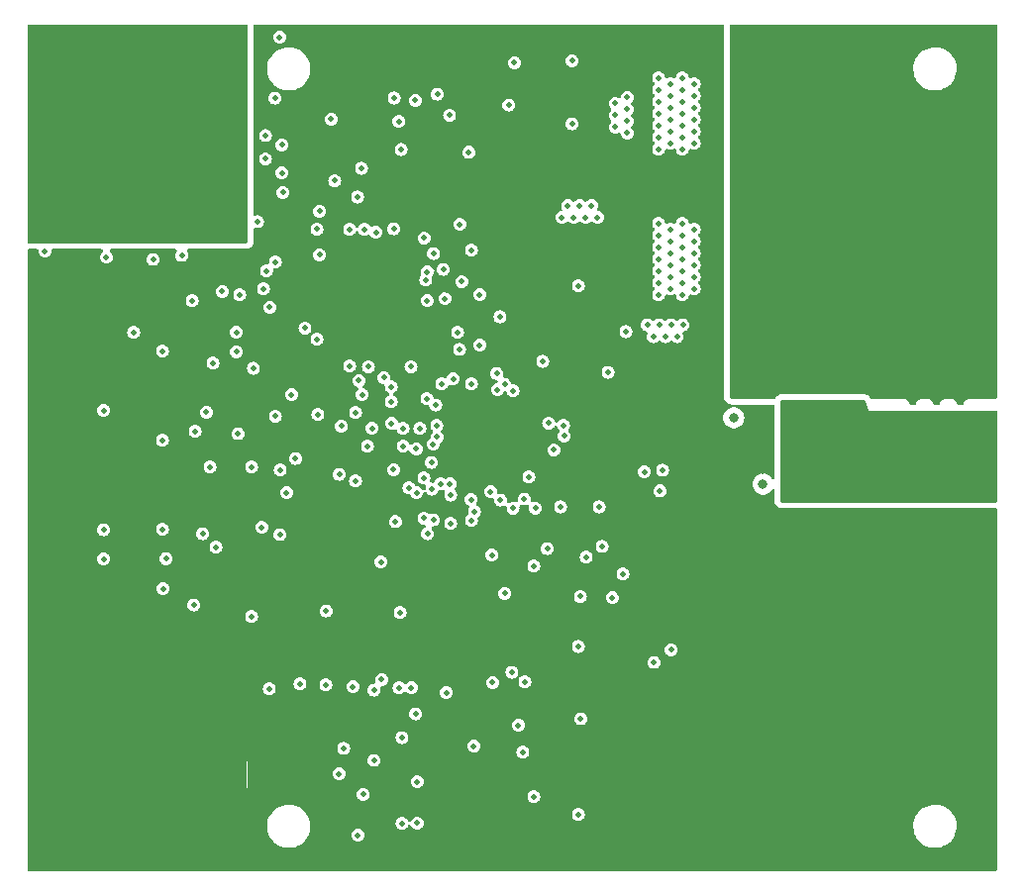
<source format=gbr>
%TF.GenerationSoftware,KiCad,Pcbnew,7.0.10-7.0.10~ubuntu22.04.1*%
%TF.CreationDate,2024-07-15T15:34:11-04:00*%
%TF.ProjectId,IcePSMNR55,49636550-534d-44e5-9235-352e6b696361,rev?*%
%TF.SameCoordinates,Original*%
%TF.FileFunction,Copper,L3,Inr*%
%TF.FilePolarity,Positive*%
%FSLAX46Y46*%
G04 Gerber Fmt 4.6, Leading zero omitted, Abs format (unit mm)*
G04 Created by KiCad (PCBNEW 7.0.10-7.0.10~ubuntu22.04.1) date 2024-07-15 15:34:11*
%MOMM*%
%LPD*%
G01*
G04 APERTURE LIST*
%TA.AperFunction,ComponentPad*%
%ADD10C,1.800000*%
%TD*%
%TA.AperFunction,ViaPad*%
%ADD11C,0.800000*%
%TD*%
%TA.AperFunction,ViaPad*%
%ADD12C,0.500000*%
%TD*%
G04 APERTURE END LIST*
D10*
%TO.N,/HighSw*%
%TO.C,M4*%
X101600000Y-45720000D03*
X104140000Y-45720000D03*
X106680000Y-45720000D03*
X109220000Y-45720000D03*
X111760000Y-45720000D03*
X114300000Y-45720000D03*
X114300000Y-48260000D03*
X111760000Y-48260000D03*
X109220000Y-48260000D03*
X106680000Y-48260000D03*
X104140000Y-48260000D03*
X101600000Y-48260000D03*
X101600000Y-50800000D03*
X104140000Y-50800000D03*
X106680000Y-50800000D03*
X109220000Y-50800000D03*
X111760000Y-50800000D03*
X114300000Y-50800000D03*
X114300000Y-53340000D03*
X111760000Y-53340000D03*
X109220000Y-53340000D03*
X106680000Y-53340000D03*
X104140000Y-53340000D03*
X101600000Y-53340000D03*
X101600000Y-55880000D03*
X104140000Y-55880000D03*
X106680000Y-55880000D03*
X109220000Y-55880000D03*
X111760000Y-55880000D03*
X114300000Y-55880000D03*
X114300000Y-58420000D03*
X111760000Y-58420000D03*
X109220000Y-58420000D03*
X106680000Y-58420000D03*
X104140000Y-58420000D03*
X101600000Y-58420000D03*
%TD*%
%TO.N,GND*%
%TO.C,M3*%
X101600000Y-82550000D03*
X104140000Y-82550000D03*
X106680000Y-82550000D03*
X109220000Y-82550000D03*
X111760000Y-82550000D03*
X114300000Y-82550000D03*
X114300000Y-85090000D03*
X111760000Y-85090000D03*
X109220000Y-85090000D03*
X106680000Y-85090000D03*
X104140000Y-85090000D03*
X101600000Y-85090000D03*
X101600000Y-87630000D03*
X104140000Y-87630000D03*
X106680000Y-87630000D03*
X109220000Y-87630000D03*
X111760000Y-87630000D03*
X114300000Y-87630000D03*
X114300000Y-90170000D03*
X111760000Y-90170000D03*
X109220000Y-90170000D03*
X106680000Y-90170000D03*
X104140000Y-90170000D03*
X101600000Y-90170000D03*
X101600000Y-92710000D03*
X104140000Y-92710000D03*
X106680000Y-92710000D03*
X109220000Y-92710000D03*
X111760000Y-92710000D03*
X114300000Y-92710000D03*
X114300000Y-95250000D03*
X111760000Y-95250000D03*
X109220000Y-95250000D03*
X106680000Y-95250000D03*
X104140000Y-95250000D03*
X101600000Y-95250000D03*
%TD*%
%TO.N,/VIN*%
%TO.C,M1*%
X39370000Y-38100000D03*
X41910000Y-38100000D03*
X44450000Y-38100000D03*
X46990000Y-38100000D03*
X49530000Y-38100000D03*
X52070000Y-38100000D03*
X52070000Y-40640000D03*
X49530000Y-40640000D03*
X46990000Y-40640000D03*
X44450000Y-40640000D03*
X41910000Y-40640000D03*
X39370000Y-40640000D03*
X39370000Y-43180000D03*
X41910000Y-43180000D03*
X44450000Y-43180000D03*
X46990000Y-43180000D03*
X49530000Y-43180000D03*
X52070000Y-43180000D03*
X52070000Y-45720000D03*
X49530000Y-45720000D03*
X46990000Y-45720000D03*
X44450000Y-45720000D03*
X41910000Y-45720000D03*
X39370000Y-45720000D03*
X39370000Y-48260000D03*
X41910000Y-48260000D03*
X44450000Y-48260000D03*
X46990000Y-48260000D03*
X49530000Y-48260000D03*
X52070000Y-48260000D03*
X52070000Y-50800000D03*
X49530000Y-50800000D03*
X46990000Y-50800000D03*
X44450000Y-50800000D03*
X41910000Y-50800000D03*
X39370000Y-50800000D03*
%TD*%
%TO.N,GND*%
%TO.C,M2*%
X39390000Y-90170000D03*
X41930000Y-90170000D03*
X44470000Y-90170000D03*
X47010000Y-90170000D03*
X49550000Y-90170000D03*
X52090000Y-90170000D03*
X52090000Y-92710000D03*
X49550000Y-92710000D03*
X47010000Y-92710000D03*
X44470000Y-92710000D03*
X41930000Y-92710000D03*
X39390000Y-92710000D03*
X39390000Y-95250000D03*
X41930000Y-95250000D03*
X44470000Y-95250000D03*
X47010000Y-95250000D03*
X49550000Y-95250000D03*
X52090000Y-95250000D03*
X52090000Y-97790000D03*
X49550000Y-97790000D03*
X47010000Y-97790000D03*
X44470000Y-97790000D03*
X41930000Y-97790000D03*
X39390000Y-97790000D03*
X39390000Y-100330000D03*
X41930000Y-100330000D03*
X44470000Y-100330000D03*
X47010000Y-100330000D03*
X49550000Y-100330000D03*
X52090000Y-100330000D03*
X52090000Y-102870000D03*
X49550000Y-102870000D03*
X47010000Y-102870000D03*
X44470000Y-102870000D03*
X41930000Y-102870000D03*
X39390000Y-102870000D03*
%TD*%
D11*
%TO.N,Net-(Q4-G)*%
X98323400Y-73612002D03*
X95823500Y-67945000D03*
D12*
%TO.N,GND*%
X43390000Y-65650000D03*
X55800000Y-104600000D03*
X105840000Y-79320000D03*
X97790000Y-67564000D03*
X65230000Y-53250000D03*
X78440000Y-84480000D03*
X94940000Y-91770000D03*
X84479737Y-91209916D03*
X98806000Y-67564000D03*
X100880000Y-99460000D03*
X67665600Y-66522600D03*
X74380000Y-69160000D03*
X95956000Y-90246000D03*
X108460000Y-99460000D03*
X60018332Y-58988445D03*
X96816000Y-99460000D03*
X88320000Y-85980000D03*
X72970000Y-69220000D03*
X94940000Y-85458000D03*
X112250000Y-76962000D03*
X62940000Y-59090000D03*
X44450000Y-81280000D03*
X49310000Y-86420000D03*
X113284000Y-76962000D03*
X104396000Y-99460000D03*
X87346000Y-71374000D03*
X98806000Y-69596000D03*
X98171000Y-101981000D03*
X77230000Y-67760000D03*
X103380000Y-99460000D03*
X75438000Y-61976000D03*
X101410000Y-76204000D03*
X76030000Y-67760000D03*
X80600000Y-95270000D03*
X64180000Y-56490000D03*
X56515000Y-74295000D03*
X95956000Y-91262000D03*
X61722000Y-49022000D03*
X71272400Y-57048400D03*
X64180000Y-54850000D03*
X81680000Y-103890000D03*
X83921600Y-66065400D03*
X81360000Y-73440000D03*
X68707000Y-71856600D03*
X88200000Y-95200000D03*
X97832000Y-99460000D03*
X80000000Y-102800000D03*
X75820000Y-72450000D03*
X60706000Y-66294000D03*
X62712600Y-78409800D03*
X94940000Y-83426000D03*
X93345000Y-91821000D03*
X102934000Y-77220000D03*
X82810000Y-40260000D03*
X97028000Y-88773000D03*
X97570000Y-84100000D03*
X82200000Y-96400000D03*
X94940000Y-92786000D03*
X95885000Y-74676000D03*
X53410000Y-76650000D03*
X75760000Y-70520000D03*
X88890000Y-93150000D03*
X105412000Y-99460000D03*
X95956000Y-84950000D03*
X103632000Y-104521000D03*
X67560000Y-56350000D03*
X65590000Y-57680000D03*
X98848000Y-99460000D03*
X92826749Y-74167353D03*
X102872000Y-100476000D03*
X96308000Y-100476000D03*
X76200000Y-94691200D03*
X97155000Y-68580000D03*
X55400000Y-34800000D03*
X75946000Y-45339000D03*
X91567000Y-71374000D03*
X58730000Y-42970000D03*
X88650000Y-102360000D03*
X76940000Y-72390000D03*
X37200000Y-59230000D03*
X113810000Y-76200000D03*
X94940000Y-93802000D03*
X93345000Y-98298000D03*
X58250000Y-97650000D03*
X97409000Y-97790000D03*
X89820000Y-85070000D03*
X104904000Y-100476000D03*
X57984000Y-58480000D03*
X94940000Y-86474000D03*
X65440000Y-105500000D03*
X95956000Y-80886000D03*
X99356000Y-100476000D03*
X95360000Y-103390000D03*
X104458000Y-76204000D03*
X93120000Y-94760000D03*
X92710000Y-84582000D03*
X62960000Y-56580000D03*
X95800000Y-99460000D03*
X65460000Y-58880000D03*
X86220000Y-84520000D03*
X56650000Y-85020000D03*
X76120000Y-35340000D03*
X95956000Y-95326000D03*
X109220000Y-76962000D03*
X80390000Y-85270000D03*
X62433200Y-94005400D03*
X112776000Y-76200000D03*
X94940000Y-84442000D03*
X90068900Y-81117500D03*
X93730000Y-105440000D03*
X63830000Y-84130000D03*
X99378000Y-76204000D03*
X66000000Y-54760000D03*
X93910000Y-60520000D03*
X100372000Y-100476000D03*
X43490000Y-68860000D03*
X98298000Y-86614000D03*
X109746000Y-76200000D03*
X64800000Y-43600000D03*
X79020000Y-43800000D03*
X62230000Y-88011000D03*
X56840000Y-53400000D03*
X98520000Y-79810000D03*
X97790000Y-69596000D03*
X83280000Y-89620000D03*
X93250000Y-102420000D03*
X62860000Y-54900000D03*
X101918000Y-77220000D03*
X94784000Y-99460000D03*
X102426000Y-76204000D03*
X69088000Y-85598000D03*
X86650000Y-52230000D03*
X95250000Y-76327000D03*
X95956000Y-94310000D03*
X110218000Y-76962000D03*
X59791600Y-55880000D03*
X56159400Y-93065600D03*
X111252000Y-76962000D03*
X73280000Y-63810000D03*
X102440000Y-78980000D03*
X73040000Y-70520000D03*
X45670000Y-73580000D03*
X53340000Y-82042000D03*
X78994000Y-61722000D03*
X81780000Y-72150000D03*
X69201885Y-105793320D03*
X106250000Y-102890000D03*
X72680000Y-105580000D03*
X74380000Y-70530000D03*
X97790000Y-71628000D03*
X74980800Y-97383600D03*
X99886000Y-77220000D03*
X78250000Y-104940000D03*
X107040000Y-77600000D03*
X95956000Y-86982000D03*
X83250000Y-84750000D03*
X105920000Y-100476000D03*
X73660000Y-81229200D03*
X72490000Y-91480000D03*
X62410000Y-37650000D03*
X69138800Y-64820800D03*
X64516000Y-71628000D03*
X82473800Y-68503800D03*
X77597000Y-60071000D03*
X98806000Y-71628000D03*
X76120000Y-85860000D03*
X97150000Y-78550000D03*
X98171000Y-70612000D03*
X88280000Y-82950000D03*
X95956000Y-93294000D03*
X73030000Y-67760000D03*
X94940000Y-90754000D03*
X65659000Y-82550000D03*
X98870000Y-77220000D03*
X111778000Y-76200000D03*
X98298000Y-72517000D03*
X55040000Y-98020000D03*
X66120000Y-78440000D03*
X103888000Y-100476000D03*
X38780000Y-53920000D03*
X89846000Y-67590000D03*
X97324000Y-100476000D03*
X73928348Y-94643407D03*
X64210000Y-57950000D03*
X69530000Y-46260000D03*
X84200000Y-105800000D03*
X92837000Y-80500000D03*
X83650000Y-61860000D03*
X98171000Y-68580000D03*
X95956000Y-83934000D03*
X71000000Y-104000000D03*
X97155000Y-70612000D03*
X85910000Y-93810000D03*
X86130000Y-82980000D03*
X67480000Y-58360000D03*
X94940000Y-81394000D03*
X65600000Y-104400000D03*
X55600000Y-42000000D03*
X81661000Y-77597000D03*
X92837000Y-77216000D03*
X115970000Y-78640000D03*
X65960000Y-47340000D03*
X95292000Y-100476000D03*
X39200000Y-86400000D03*
X95956000Y-92278000D03*
X73590000Y-72460000D03*
X95956000Y-85966000D03*
X77830000Y-77440000D03*
X64090000Y-59030000D03*
X63700000Y-42070000D03*
X67560000Y-54790000D03*
X81760000Y-44510000D03*
X67995800Y-93827600D03*
X51490000Y-54940000D03*
X95956000Y-96342000D03*
X75360000Y-102000000D03*
X43780000Y-58580000D03*
X58674000Y-63627000D03*
X106428000Y-99460000D03*
X69342000Y-80264000D03*
X37460000Y-71150000D03*
X77240000Y-69120000D03*
X100394000Y-76204000D03*
X100902000Y-77220000D03*
X58648600Y-79476600D03*
X95956000Y-81902000D03*
X44196000Y-77216000D03*
X107952000Y-100476000D03*
X72600000Y-101800000D03*
X75400000Y-105400000D03*
X74940000Y-51840000D03*
X51793054Y-69659660D03*
X92583000Y-88900000D03*
X107444000Y-99460000D03*
X74940000Y-92740000D03*
X94940000Y-94818000D03*
X74450000Y-67760000D03*
X84410000Y-71930000D03*
X62870000Y-57860000D03*
X43100000Y-85470000D03*
X99864000Y-99460000D03*
X95122000Y-71894000D03*
X77470000Y-79629000D03*
X83710000Y-78990000D03*
X94940000Y-82410000D03*
X61087000Y-63627000D03*
X103950000Y-77220000D03*
X105310000Y-103920000D03*
X110744000Y-76200000D03*
X102364000Y-99460000D03*
X106936000Y-100476000D03*
X96960000Y-105470000D03*
X85704158Y-101681458D03*
X103442000Y-76204000D03*
X98180000Y-93580000D03*
X69596000Y-42799000D03*
X95956000Y-82918000D03*
X93853000Y-87757000D03*
X37170000Y-55210000D03*
X37600000Y-68210000D03*
X85520000Y-86990000D03*
X104966000Y-77220000D03*
X61400000Y-105600000D03*
X64960000Y-102920000D03*
X94869000Y-69596000D03*
X111600000Y-79510000D03*
X59791600Y-95656400D03*
X109910000Y-98600000D03*
X101540000Y-102970000D03*
X54813200Y-65938400D03*
X58674000Y-75565000D03*
X37973000Y-77724000D03*
X65700000Y-56480000D03*
X87890000Y-61940000D03*
X75870000Y-69150000D03*
X56400000Y-99200000D03*
X60256161Y-71423956D03*
X69455000Y-94240000D03*
X116990000Y-98840000D03*
X94940000Y-95834000D03*
X55600000Y-48790000D03*
X98340000Y-100476000D03*
X82490000Y-75620000D03*
%TO.N,+3V3*%
X76962000Y-75666000D03*
X62267974Y-68647000D03*
X60421470Y-50271730D03*
X75845000Y-59309000D03*
X58369200Y-71424800D03*
X85460000Y-83320000D03*
X74105000Y-57404000D03*
X67564000Y-68847000D03*
X72218513Y-60636487D03*
X66747913Y-72387087D03*
X84330000Y-75565000D03*
X63497060Y-73344633D03*
X56155000Y-58480000D03*
X79502000Y-63119000D03*
X69000000Y-68850000D03*
X57048400Y-72390000D03*
X86614000Y-60579000D03*
X69630600Y-55460000D03*
X59165000Y-60258000D03*
X53310000Y-62290000D03*
%TO.N,/+22V*%
X77790000Y-96520000D03*
X65074800Y-97231200D03*
X73609200Y-96012000D03*
X78740000Y-100330000D03*
%TO.N,+5V*%
X57605000Y-74355000D03*
X60960000Y-90780000D03*
X66774620Y-51771141D03*
X60985200Y-84454800D03*
%TO.N,+1V2*%
X70443511Y-68604923D03*
X75148133Y-79670000D03*
X69993000Y-71754601D03*
X80441800Y-70688200D03*
%TO.N,+2V5*%
X78867000Y-75666000D03*
X81030000Y-75565000D03*
%TO.N,/VIN*%
X91440000Y-43942000D03*
X89408000Y-39878000D03*
X91440000Y-44958000D03*
X82720000Y-83220000D03*
X54760000Y-63710000D03*
X91440000Y-54356000D03*
X51054000Y-72136000D03*
X90424000Y-53848000D03*
X91440000Y-42926000D03*
X91440000Y-40894000D03*
X62103000Y-72771000D03*
X90424000Y-55880000D03*
X91440000Y-38862000D03*
X84170000Y-50820000D03*
X89960000Y-61010000D03*
X89408000Y-41910000D03*
X90424000Y-41402000D03*
X92456000Y-41402000D03*
X57000000Y-35400000D03*
X91440000Y-56388000D03*
X89408000Y-55372000D03*
X90976000Y-61010000D03*
X88944000Y-61010000D03*
X92456000Y-53848000D03*
X67200000Y-42600000D03*
X92456000Y-42418000D03*
X86716000Y-40542000D03*
X92456000Y-40386000D03*
X76600000Y-41200000D03*
X91484000Y-59994000D03*
X89408000Y-44958000D03*
X44530000Y-60630000D03*
X89408000Y-53340000D03*
X46190000Y-54390000D03*
X90424000Y-56896000D03*
X91440000Y-51308000D03*
X92456000Y-54864000D03*
X71130000Y-57750000D03*
X55110000Y-51170000D03*
X89408000Y-40894000D03*
X56600000Y-40600000D03*
X82646000Y-49804000D03*
X89452000Y-59994000D03*
X86716000Y-41558000D03*
X92456000Y-39370000D03*
X89408000Y-54356000D03*
X52090000Y-57130000D03*
X63670000Y-49060000D03*
X42190000Y-54210000D03*
X51562000Y-78994000D03*
X90424000Y-54864000D03*
X49784000Y-69088000D03*
X92456000Y-55880000D03*
X72400000Y-51400000D03*
X70485000Y-40259000D03*
X82138000Y-50820000D03*
X90424000Y-40386000D03*
X57200000Y-47000000D03*
X90424000Y-44450000D03*
X92456000Y-52832000D03*
X65659000Y-80264000D03*
X81122000Y-50820000D03*
X64008000Y-46609000D03*
X67310000Y-84582000D03*
X89408000Y-38862000D03*
X88180000Y-72560000D03*
X55800000Y-43800000D03*
X90424000Y-42418000D03*
X89408000Y-52324000D03*
X82000000Y-42800000D03*
X86716000Y-43590000D03*
X89408000Y-56388000D03*
X92456000Y-56896000D03*
X69494446Y-56149807D03*
X90424000Y-39370000D03*
X82550000Y-87500000D03*
X92456000Y-44450000D03*
X64897000Y-68834000D03*
X90424000Y-43434000D03*
X77978000Y-90525600D03*
X57200000Y-44600000D03*
X90424000Y-52832000D03*
X91440000Y-41910000D03*
X48640000Y-54050000D03*
X90468000Y-59994000D03*
X82753200Y-93675200D03*
X57290000Y-48680000D03*
X89408000Y-51308000D03*
X72567800Y-56286400D03*
X79883000Y-79121000D03*
X85700000Y-42066000D03*
X92456000Y-43434000D03*
X89408000Y-57404000D03*
X70993000Y-55245000D03*
X86716000Y-42574000D03*
X83662000Y-49804000D03*
X67400000Y-45000000D03*
X85700000Y-43082000D03*
X89408000Y-43942000D03*
X60200000Y-51800000D03*
X82000000Y-37400000D03*
X60198000Y-61214000D03*
X36930000Y-53680000D03*
X89408000Y-42926000D03*
X69610000Y-57930000D03*
X91440000Y-57404000D03*
X88436000Y-59994000D03*
X91440000Y-39878000D03*
X69350000Y-52570000D03*
X91440000Y-53340000D03*
X85700000Y-41050000D03*
X91440000Y-55372000D03*
X83154000Y-50820000D03*
X91440000Y-52324000D03*
X63260000Y-90932000D03*
X57023000Y-77927200D03*
X81630000Y-49804000D03*
X90424000Y-51816000D03*
X61710000Y-47660000D03*
X92456000Y-51816000D03*
X61400000Y-42400000D03*
X55800000Y-45800000D03*
%TO.N,Net-(U8-GND{slash}ADJ)*%
X56120000Y-91100000D03*
X58743587Y-90696413D03*
%TO.N,Net-(C43-Pad1)*%
X77419200Y-94234000D03*
X82550000Y-101854000D03*
%TO.N,/LED_R*%
X90474800Y-87782400D03*
X89747821Y-72417821D03*
X75620000Y-65532000D03*
%TO.N,/LED_G*%
X76962000Y-65624800D03*
X84582000Y-78943200D03*
X81330800Y-69494400D03*
%TO.N,/LED_B*%
X89001600Y-88849200D03*
X76250800Y-65074800D03*
%TO.N,/CDONE*%
X70154800Y-76657200D03*
X83210400Y-79857600D03*
X70131751Y-70208481D03*
%TO.N,Net-(IC1-CA)*%
X73176400Y-45237400D03*
X77070000Y-37567200D03*
%TO.N,/USB_M*%
X55880000Y-55372000D03*
X54610000Y-84937600D03*
X68760000Y-102610000D03*
X68595000Y-40800000D03*
%TO.N,/USB_P*%
X67462026Y-95300800D03*
X68760000Y-99060000D03*
X67208400Y-91033600D03*
X55626000Y-56896000D03*
X53441600Y-69291200D03*
X55473600Y-77317600D03*
X66800000Y-40600000D03*
%TO.N,/IOT_36B*%
X50749200Y-67462400D03*
X66580000Y-68427600D03*
X78319999Y-73004078D03*
%TO.N,/VGS:LOAD-IOB_13B*%
X74117200Y-61722000D03*
X70459600Y-69590000D03*
X70358000Y-66852800D03*
X71526400Y-42062400D03*
X70166127Y-53896000D03*
%TO.N,/VGS:Fly-IOB_18A*%
X71628000Y-76962000D03*
X78740000Y-80619600D03*
X86360000Y-81280000D03*
X68716983Y-74355000D03*
X69342000Y-73085000D03*
%TO.N,/IOT_43A*%
X66548000Y-66548000D03*
X80006265Y-68385000D03*
X41950000Y-67310000D03*
%TO.N,/IOT_42B*%
X81280000Y-68580000D03*
X46990000Y-69850000D03*
X64516000Y-70358000D03*
X67568653Y-70362653D03*
%TO.N,/FPGA_SO*%
X71628000Y-74549000D03*
X68067347Y-73918653D03*
X66894389Y-76818811D03*
X62077600Y-98399600D03*
X62484000Y-96215200D03*
X65074800Y-91236800D03*
X46990000Y-77470000D03*
X70027987Y-74040813D03*
%TO.N,/FT_SSn*%
X65909774Y-64508148D03*
X73369000Y-74930000D03*
X41960800Y-77520800D03*
X85090000Y-64058800D03*
%TO.N,/FPGA_SI*%
X73660000Y-75946000D03*
X63690000Y-103639000D03*
X47300000Y-79980000D03*
X64135000Y-100140000D03*
%TO.N,/FLASH_MOSI*%
X62992000Y-63500000D03*
X41950000Y-80010000D03*
X65735200Y-90322400D03*
X73406000Y-53594000D03*
%TO.N,/FT_SCK*%
X68229418Y-63567000D03*
X47040800Y-82550000D03*
X64052676Y-65973000D03*
X69650079Y-77853000D03*
%TO.N,/FLASH_MISO*%
X49657000Y-83947000D03*
X50419000Y-77851000D03*
X63500000Y-67497000D03*
X82550000Y-56642000D03*
X64592200Y-63576200D03*
X54610000Y-72136000D03*
X56642000Y-67810000D03*
%TO.N,/HighSw*%
X106470000Y-36430000D03*
X115824000Y-61976000D03*
X115189000Y-65278000D03*
X113538000Y-63246000D03*
X101346000Y-63246000D03*
X102870000Y-41148000D03*
X106680000Y-61976000D03*
X108204000Y-61976000D03*
X97282000Y-44958000D03*
X110490000Y-63246000D03*
X101346000Y-40132000D03*
X108966000Y-63246000D03*
X95730000Y-60810000D03*
X98806000Y-55880000D03*
X98806000Y-60452000D03*
X101346000Y-37084000D03*
X100584000Y-61976000D03*
X101346000Y-38608000D03*
X98806000Y-49784000D03*
X112776000Y-61976000D03*
X96266000Y-44958000D03*
X102870000Y-42672000D03*
X103632000Y-61976000D03*
X116850000Y-57200000D03*
X97536000Y-61976000D03*
X97282000Y-53340000D03*
X98806000Y-40640000D03*
X96266000Y-55372000D03*
X98806000Y-45212000D03*
X97282000Y-57404000D03*
X116890000Y-35410000D03*
X100076000Y-42672000D03*
X98806000Y-54356000D03*
X99060000Y-61976000D03*
X114300000Y-61976000D03*
X115189000Y-66294000D03*
X98806000Y-38862000D03*
X102108000Y-61976000D03*
X98806000Y-58928000D03*
X107720000Y-39390000D03*
X98806000Y-48260000D03*
X100076000Y-39624000D03*
X98806000Y-46736000D03*
X96266000Y-57404000D03*
X100076000Y-38100000D03*
X101346000Y-41656000D03*
X104394000Y-63246000D03*
X96774000Y-63246000D03*
X113157000Y-66294000D03*
X116820000Y-41280000D03*
X109500000Y-41810000D03*
X111252000Y-61976000D03*
X117200000Y-49320000D03*
X103060000Y-36240000D03*
X96266000Y-53340000D03*
X111125000Y-65278000D03*
X98806000Y-57404000D03*
X99822000Y-63246000D03*
X97282000Y-42926000D03*
X102870000Y-63246000D03*
X105918000Y-63246000D03*
X111125000Y-66294000D03*
X102870000Y-38100000D03*
X96266000Y-40894000D03*
X98806000Y-52832000D03*
X109728000Y-61976000D03*
X97282000Y-55372000D03*
X102870000Y-39624000D03*
X115062000Y-63246000D03*
X98806000Y-43688000D03*
X113157000Y-65278000D03*
X97282000Y-40894000D03*
X107442000Y-63246000D03*
X100076000Y-41148000D03*
X98806000Y-51308000D03*
X116586000Y-63246000D03*
X112014000Y-63246000D03*
X98806000Y-42164000D03*
X96266000Y-42926000D03*
X104610000Y-38710000D03*
X105156000Y-61976000D03*
X105180000Y-41430000D03*
X98298000Y-63246000D03*
%TO.N,/CRESET_N*%
X69600000Y-66294001D03*
X68681600Y-70604601D03*
%TO.N,/EE_CS*%
X53310000Y-60640000D03*
X62992000Y-51816000D03*
X58013600Y-65973000D03*
%TO.N,/EE_CLK*%
X64262000Y-51816000D03*
X60267500Y-67660000D03*
%TO.N,/EE_DAT*%
X65235000Y-52070000D03*
X56642000Y-54610000D03*
X53594000Y-57404000D03*
%TO.N,Net-(U9-EN{slash}UVLO)*%
X76860400Y-89712800D03*
X75201866Y-90575000D03*
X71260000Y-91450000D03*
%TO.N,/IOB_22A*%
X89509648Y-74193352D03*
X70782797Y-73573857D03*
X77927200Y-74879200D03*
X73406000Y-76708000D03*
%TO.N,/IOB_23B*%
X68630800Y-93268800D03*
X75895200Y-74980800D03*
X76250800Y-82956400D03*
X68275200Y-91033600D03*
%TO.N,/IOB_24A*%
X69342000Y-76521000D03*
X71577200Y-73592627D03*
X67462400Y-102616000D03*
%TO.N,/CRYSTAL-IOB_25B_G3*%
X75031600Y-74254078D03*
X75559627Y-64139627D03*
%TO.N,/IOB_0A*%
X73406000Y-65024000D03*
X49530000Y-57912000D03*
%TO.N,/IOB_2A*%
X51308000Y-63246000D03*
X71839405Y-64620975D03*
%TO.N,/IOB_4A*%
X63777929Y-64746071D03*
X66548000Y-65278000D03*
X46990000Y-62230000D03*
X70866000Y-65024000D03*
%TO.N,/CLK_12M_FT*%
X72390000Y-62090000D03*
X60411834Y-54011034D03*
%TO.N,/AntiSeriesFB*%
X107823000Y-72517000D03*
X108839000Y-70866000D03*
X105029000Y-73787000D03*
X106807000Y-70993000D03*
X110363000Y-70866000D03*
X110236000Y-73787000D03*
X105283000Y-68199000D03*
X106299000Y-72517000D03*
X114808000Y-69469000D03*
X113538000Y-73787000D03*
X112141000Y-68072000D03*
X115443000Y-74422000D03*
X106807000Y-73787000D03*
X100965000Y-69596000D03*
X103505000Y-73787000D03*
X114681000Y-72390000D03*
X106807000Y-68199000D03*
X103505000Y-68199000D03*
X105283000Y-70993000D03*
X108712000Y-73787000D03*
X109855000Y-72390000D03*
X117221000Y-68961000D03*
X103505000Y-70993000D03*
X110363000Y-68072000D03*
X101981000Y-68199000D03*
X108839000Y-74803000D03*
X111506000Y-69469000D03*
X111379000Y-72390000D03*
X112141000Y-70866000D03*
X102997000Y-72517000D03*
X113665000Y-70866000D03*
X108839000Y-68072000D03*
X104648000Y-69596000D03*
X109982000Y-69469000D03*
X113284000Y-69469000D03*
X107950000Y-69596000D03*
X100965000Y-72517000D03*
X116840000Y-74041000D03*
X116713000Y-71374000D03*
X113157000Y-72390000D03*
X103124000Y-69596000D03*
X104521000Y-72517000D03*
X100965000Y-67183000D03*
X112014000Y-73787000D03*
X101727000Y-73787000D03*
X101981000Y-70993000D03*
X113665000Y-68072000D03*
X106426000Y-69596000D03*
%TD*%
%TA.AperFunction,Conductor*%
%TO.N,/AntiSeriesFB*%
G36*
X107034506Y-66440685D02*
G01*
X107080261Y-66493489D01*
X107086696Y-66510935D01*
X107314999Y-67309999D01*
X107315000Y-67310000D01*
X118239500Y-67310000D01*
X118306539Y-67329685D01*
X118352294Y-67382489D01*
X118363500Y-67434000D01*
X118363500Y-75060000D01*
X118343815Y-75127039D01*
X118291011Y-75172794D01*
X118239500Y-75184000D01*
X99946000Y-75184000D01*
X99878961Y-75164315D01*
X99833206Y-75111511D01*
X99822000Y-75060000D01*
X99822000Y-66545000D01*
X99841685Y-66477961D01*
X99894489Y-66432206D01*
X99946000Y-66421000D01*
X106967467Y-66421000D01*
X107034506Y-66440685D01*
G37*
%TD.AperFunction*%
%TD*%
%TA.AperFunction,Conductor*%
%TO.N,GND*%
G36*
X54204217Y-106679500D02*
G01*
X35557500Y-106679500D01*
X35490461Y-106659815D01*
X35444706Y-106607011D01*
X35433500Y-106555500D01*
X35433500Y-88000000D01*
X54250000Y-88000000D01*
X54204217Y-106679500D01*
G37*
%TD.AperFunction*%
%TD*%
%TA.AperFunction,Conductor*%
%TO.N,/HighSw*%
G36*
X118306539Y-34310185D02*
G01*
X118352294Y-34362989D01*
X118363500Y-34414500D01*
X118363500Y-66172500D01*
X118343815Y-66239539D01*
X118291011Y-66285294D01*
X118239500Y-66296500D01*
X115970250Y-66296500D01*
X115827839Y-66316974D01*
X115696963Y-66376741D01*
X115696959Y-66376744D01*
X115588223Y-66470963D01*
X115588221Y-66470966D01*
X115510434Y-66592001D01*
X115510433Y-66592005D01*
X115474190Y-66715436D01*
X115436415Y-66774213D01*
X115372859Y-66803238D01*
X115355213Y-66804500D01*
X115030485Y-66804500D01*
X114963446Y-66784815D01*
X114917691Y-66732011D01*
X114911508Y-66715436D01*
X114910777Y-66712949D01*
X114875266Y-66592008D01*
X114797478Y-66470968D01*
X114797472Y-66470963D01*
X114688746Y-66376750D01*
X114688744Y-66376748D01*
X114688741Y-66376746D01*
X114688730Y-66376741D01*
X114557866Y-66316976D01*
X114557861Y-66316975D01*
X114415447Y-66296500D01*
X113938251Y-66296500D01*
X113938250Y-66296500D01*
X113795839Y-66316974D01*
X113664963Y-66376741D01*
X113664959Y-66376744D01*
X113556223Y-66470963D01*
X113556221Y-66470966D01*
X113478434Y-66592001D01*
X113478433Y-66592005D01*
X113442190Y-66715436D01*
X113404415Y-66774213D01*
X113340859Y-66803238D01*
X113323213Y-66804500D01*
X112998485Y-66804500D01*
X112931446Y-66784815D01*
X112885691Y-66732011D01*
X112879508Y-66715436D01*
X112878777Y-66712949D01*
X112843266Y-66592008D01*
X112765478Y-66470968D01*
X112765472Y-66470963D01*
X112656746Y-66376750D01*
X112656744Y-66376748D01*
X112656741Y-66376746D01*
X112656730Y-66376741D01*
X112525866Y-66316976D01*
X112525861Y-66316975D01*
X112383447Y-66296500D01*
X111906251Y-66296500D01*
X111906250Y-66296500D01*
X111763839Y-66316974D01*
X111632963Y-66376741D01*
X111632959Y-66376744D01*
X111524223Y-66470963D01*
X111524221Y-66470966D01*
X111446434Y-66592001D01*
X111446433Y-66592005D01*
X111410190Y-66715436D01*
X111372415Y-66774213D01*
X111308859Y-66803238D01*
X111291213Y-66804500D01*
X110966485Y-66804500D01*
X110899446Y-66784815D01*
X110853691Y-66732011D01*
X110847508Y-66715436D01*
X110846777Y-66712949D01*
X110811266Y-66592008D01*
X110733478Y-66470968D01*
X110733472Y-66470963D01*
X110624746Y-66376750D01*
X110624744Y-66376748D01*
X110624741Y-66376746D01*
X110624730Y-66376741D01*
X110493866Y-66316976D01*
X110493861Y-66316975D01*
X110351447Y-66296500D01*
X107781318Y-66296500D01*
X107781316Y-66296500D01*
X107647012Y-66315809D01*
X107577853Y-66305865D01*
X107525051Y-66260110D01*
X107462300Y-66162468D01*
X107462287Y-66162451D01*
X107416543Y-66109659D01*
X107416539Y-66109656D01*
X107416537Y-66109653D01*
X107307803Y-66015433D01*
X107307800Y-66015431D01*
X107307798Y-66015430D01*
X107176932Y-65955664D01*
X107176927Y-65955662D01*
X107176926Y-65955662D01*
X107109887Y-65935977D01*
X107109889Y-65935977D01*
X107109884Y-65935976D01*
X107047814Y-65927052D01*
X106967467Y-65915500D01*
X99946000Y-65915500D01*
X99945991Y-65915500D01*
X99945990Y-65915501D01*
X99838549Y-65927052D01*
X99838537Y-65927054D01*
X99787027Y-65938260D01*
X99684502Y-65972383D01*
X99684496Y-65972386D01*
X99563462Y-66050171D01*
X99563451Y-66050179D01*
X99510659Y-66095923D01*
X99416434Y-66204662D01*
X99416433Y-66204663D01*
X99416433Y-66204664D01*
X99407595Y-66224014D01*
X99361841Y-66276817D01*
X99294803Y-66296500D01*
X95628000Y-66296500D01*
X95560961Y-66276815D01*
X95515206Y-66224011D01*
X95504000Y-66172500D01*
X95504000Y-38167763D01*
X111175787Y-38167763D01*
X111205413Y-38437013D01*
X111205415Y-38437024D01*
X111273926Y-38699082D01*
X111273928Y-38699088D01*
X111379870Y-38948390D01*
X111451998Y-39066575D01*
X111520979Y-39179605D01*
X111520986Y-39179615D01*
X111694253Y-39387819D01*
X111694259Y-39387824D01*
X111895998Y-39568582D01*
X112121910Y-39718044D01*
X112367176Y-39833020D01*
X112367183Y-39833022D01*
X112367185Y-39833023D01*
X112626557Y-39911057D01*
X112626564Y-39911058D01*
X112626569Y-39911060D01*
X112894561Y-39950500D01*
X112894566Y-39950500D01*
X113097629Y-39950500D01*
X113097631Y-39950500D01*
X113097636Y-39950499D01*
X113097648Y-39950499D01*
X113135191Y-39947750D01*
X113300156Y-39935677D01*
X113412758Y-39910593D01*
X113564546Y-39876782D01*
X113564548Y-39876781D01*
X113564553Y-39876780D01*
X113817558Y-39780014D01*
X114053777Y-39647441D01*
X114268177Y-39481888D01*
X114456186Y-39286881D01*
X114613799Y-39066579D01*
X114687787Y-38922669D01*
X114737649Y-38825690D01*
X114737651Y-38825684D01*
X114737656Y-38825675D01*
X114825118Y-38569305D01*
X114874319Y-38302933D01*
X114884212Y-38032235D01*
X114854586Y-37762982D01*
X114786072Y-37500912D01*
X114680130Y-37251610D01*
X114539018Y-37020390D01*
X114449747Y-36913119D01*
X114365746Y-36812180D01*
X114365740Y-36812175D01*
X114164002Y-36631418D01*
X113938092Y-36481957D01*
X113938090Y-36481956D01*
X113692824Y-36366980D01*
X113692819Y-36366978D01*
X113692814Y-36366976D01*
X113433442Y-36288942D01*
X113433428Y-36288939D01*
X113317791Y-36271921D01*
X113165439Y-36249500D01*
X112962369Y-36249500D01*
X112962351Y-36249500D01*
X112759844Y-36264323D01*
X112759831Y-36264325D01*
X112495453Y-36323217D01*
X112495446Y-36323220D01*
X112242439Y-36419987D01*
X112006226Y-36552557D01*
X111791822Y-36718112D01*
X111603822Y-36913109D01*
X111603816Y-36913116D01*
X111446202Y-37133419D01*
X111446199Y-37133424D01*
X111322350Y-37374309D01*
X111322343Y-37374327D01*
X111234884Y-37630685D01*
X111234881Y-37630699D01*
X111185681Y-37897068D01*
X111185680Y-37897075D01*
X111175787Y-38167763D01*
X95504000Y-38167763D01*
X95504000Y-34414500D01*
X95523685Y-34347461D01*
X95576489Y-34301706D01*
X95628000Y-34290500D01*
X118239500Y-34290500D01*
X118306539Y-34310185D01*
G37*
%TD.AperFunction*%
%TD*%
%TA.AperFunction,Conductor*%
%TO.N,GND*%
G36*
X99316500Y-73068327D02*
G01*
X99296815Y-73135366D01*
X99244011Y-73181121D01*
X99174853Y-73191065D01*
X99111297Y-73162040D01*
X99085113Y-73130327D01*
X99077692Y-73117475D01*
X99055933Y-73079786D01*
X98929271Y-72939114D01*
X98929270Y-72939113D01*
X98776134Y-72827853D01*
X98776129Y-72827850D01*
X98603207Y-72750859D01*
X98603202Y-72750857D01*
X98457401Y-72719867D01*
X98418046Y-72711502D01*
X98228754Y-72711502D01*
X98196297Y-72718400D01*
X98043597Y-72750857D01*
X98043592Y-72750859D01*
X97870670Y-72827850D01*
X97870665Y-72827853D01*
X97717529Y-72939113D01*
X97590866Y-73079787D01*
X97496221Y-73243717D01*
X97496218Y-73243724D01*
X97437727Y-73423742D01*
X97437726Y-73423746D01*
X97417940Y-73612002D01*
X97437726Y-73800258D01*
X97437727Y-73800261D01*
X97496218Y-73980279D01*
X97496221Y-73980286D01*
X97590867Y-74144218D01*
X97717529Y-74284890D01*
X97870665Y-74396150D01*
X97870670Y-74396153D01*
X98043592Y-74473144D01*
X98043597Y-74473146D01*
X98228754Y-74512502D01*
X98228755Y-74512502D01*
X98418044Y-74512502D01*
X98418046Y-74512502D01*
X98603203Y-74473146D01*
X98776130Y-74396153D01*
X98929271Y-74284890D01*
X99055933Y-74144218D01*
X99085113Y-74093675D01*
X99135679Y-74045461D01*
X99204286Y-74032237D01*
X99269151Y-74058205D01*
X99309680Y-74115118D01*
X99316500Y-74155676D01*
X99316500Y-75060000D01*
X99316501Y-75060009D01*
X99328052Y-75167450D01*
X99328054Y-75167462D01*
X99339260Y-75218972D01*
X99373383Y-75321497D01*
X99373386Y-75321503D01*
X99451171Y-75442537D01*
X99451179Y-75442548D01*
X99496923Y-75495340D01*
X99496926Y-75495343D01*
X99496930Y-75495347D01*
X99605664Y-75589567D01*
X99736541Y-75649338D01*
X99803580Y-75669023D01*
X99803584Y-75669024D01*
X99946000Y-75689500D01*
X99946003Y-75689500D01*
X118239500Y-75689500D01*
X118306539Y-75709185D01*
X118352294Y-75761989D01*
X118363500Y-75813500D01*
X118363500Y-106555500D01*
X118343815Y-106622539D01*
X118291011Y-106668294D01*
X118239500Y-106679500D01*
X94234000Y-106679500D01*
X94234000Y-102937763D01*
X111175787Y-102937763D01*
X111205413Y-103207013D01*
X111205415Y-103207024D01*
X111273926Y-103469082D01*
X111273928Y-103469088D01*
X111379870Y-103718390D01*
X111451998Y-103836575D01*
X111520979Y-103949605D01*
X111520986Y-103949615D01*
X111694253Y-104157819D01*
X111694259Y-104157824D01*
X111895998Y-104338582D01*
X112121910Y-104488044D01*
X112367176Y-104603020D01*
X112367183Y-104603022D01*
X112367185Y-104603023D01*
X112626557Y-104681057D01*
X112626564Y-104681058D01*
X112626569Y-104681060D01*
X112894561Y-104720500D01*
X112894566Y-104720500D01*
X113097629Y-104720500D01*
X113097631Y-104720500D01*
X113097636Y-104720499D01*
X113097648Y-104720499D01*
X113135191Y-104717750D01*
X113300156Y-104705677D01*
X113412758Y-104680593D01*
X113564546Y-104646782D01*
X113564548Y-104646781D01*
X113564553Y-104646780D01*
X113817558Y-104550014D01*
X114053777Y-104417441D01*
X114268177Y-104251888D01*
X114456186Y-104056881D01*
X114613799Y-103836579D01*
X114687787Y-103692669D01*
X114737649Y-103595690D01*
X114737651Y-103595684D01*
X114737656Y-103595675D01*
X114825118Y-103339305D01*
X114874319Y-103072933D01*
X114884212Y-102802235D01*
X114854586Y-102532982D01*
X114786072Y-102270912D01*
X114680130Y-102021610D01*
X114539018Y-101790390D01*
X114449747Y-101683119D01*
X114365746Y-101582180D01*
X114365740Y-101582175D01*
X114164002Y-101401418D01*
X113938092Y-101251957D01*
X113938090Y-101251956D01*
X113692824Y-101136980D01*
X113692819Y-101136978D01*
X113692814Y-101136976D01*
X113433442Y-101058942D01*
X113433428Y-101058939D01*
X113317791Y-101041921D01*
X113165439Y-101019500D01*
X112962369Y-101019500D01*
X112962351Y-101019500D01*
X112759844Y-101034323D01*
X112759831Y-101034325D01*
X112495453Y-101093217D01*
X112495446Y-101093220D01*
X112242439Y-101189987D01*
X112006226Y-101322557D01*
X111791822Y-101488112D01*
X111603822Y-101683109D01*
X111603816Y-101683116D01*
X111446202Y-101903419D01*
X111446199Y-101903424D01*
X111322350Y-102144309D01*
X111322343Y-102144327D01*
X111234884Y-102400685D01*
X111234881Y-102400699D01*
X111185681Y-102667068D01*
X111185680Y-102667075D01*
X111175787Y-102937763D01*
X94234000Y-102937763D01*
X94234000Y-68326000D01*
X94551500Y-67945000D01*
X94918040Y-67945000D01*
X94937826Y-68133256D01*
X94937827Y-68133259D01*
X94996318Y-68313277D01*
X94996321Y-68313284D01*
X95090967Y-68477216D01*
X95217629Y-68617888D01*
X95370765Y-68729148D01*
X95370770Y-68729151D01*
X95543692Y-68806142D01*
X95543697Y-68806144D01*
X95728854Y-68845500D01*
X95728855Y-68845500D01*
X95918144Y-68845500D01*
X95918146Y-68845500D01*
X96103303Y-68806144D01*
X96276230Y-68729151D01*
X96429371Y-68617888D01*
X96556033Y-68477216D01*
X96650679Y-68313284D01*
X96709174Y-68133256D01*
X96728960Y-67945000D01*
X96709174Y-67756744D01*
X96650679Y-67576716D01*
X96556033Y-67412784D01*
X96429371Y-67272112D01*
X96429370Y-67272111D01*
X96276234Y-67160851D01*
X96276229Y-67160848D01*
X96103307Y-67083857D01*
X96103302Y-67083855D01*
X95950876Y-67051457D01*
X95918146Y-67044500D01*
X95728854Y-67044500D01*
X95696397Y-67051398D01*
X95543697Y-67083855D01*
X95543692Y-67083857D01*
X95370770Y-67160848D01*
X95370765Y-67160851D01*
X95217629Y-67272111D01*
X95090966Y-67412785D01*
X94996321Y-67576715D01*
X94996318Y-67576722D01*
X94937827Y-67756740D01*
X94937826Y-67756744D01*
X94918040Y-67945000D01*
X94551500Y-67945000D01*
X95504000Y-66802000D01*
X99316500Y-66802000D01*
X99316500Y-73068327D01*
G37*
%TD.AperFunction*%
%TD*%
%TA.AperFunction,Conductor*%
%TO.N,/VIN*%
G36*
X54193039Y-34310185D02*
G01*
X54238794Y-34362989D01*
X54250000Y-34414500D01*
X54250000Y-52876000D01*
X54230315Y-52943039D01*
X54177511Y-52988794D01*
X54126000Y-53000000D01*
X35557500Y-53000000D01*
X35490461Y-52980315D01*
X35444706Y-52927511D01*
X35433500Y-52876000D01*
X35433500Y-34414500D01*
X35453185Y-34347461D01*
X35505989Y-34301706D01*
X35557500Y-34290500D01*
X54126000Y-34290500D01*
X54193039Y-34310185D01*
G37*
%TD.AperFunction*%
%TD*%
%TA.AperFunction,Conductor*%
%TO.N,GND*%
G36*
X94924000Y-34310462D02*
G01*
X94978538Y-34365000D01*
X94998500Y-34439500D01*
X94998500Y-66172494D01*
X94998501Y-66172515D01*
X95010051Y-66279952D01*
X95010052Y-66279956D01*
X95021258Y-66331463D01*
X95055387Y-66434005D01*
X95133175Y-66555043D01*
X95178929Y-66607846D01*
X95178931Y-66607848D01*
X95287665Y-66702068D01*
X95303048Y-66709093D01*
X95418541Y-66761838D01*
X95456657Y-66773030D01*
X95485576Y-66781522D01*
X95485578Y-66781522D01*
X95485580Y-66781523D01*
X95485584Y-66781524D01*
X95485585Y-66781524D01*
X95485589Y-66781525D01*
X95485593Y-66781526D01*
X95627985Y-66801998D01*
X95627989Y-66801998D01*
X95628000Y-66802000D01*
X95504000Y-66802000D01*
X94234000Y-68326000D01*
X94234000Y-106679500D01*
X54204217Y-106679500D01*
X54213388Y-102937773D01*
X55930788Y-102937773D01*
X55960412Y-103207005D01*
X55960414Y-103207018D01*
X56028928Y-103469088D01*
X56082722Y-103595675D01*
X56134870Y-103718390D01*
X56134875Y-103718399D01*
X56275981Y-103949610D01*
X56275984Y-103949614D01*
X56449247Y-104157812D01*
X56449259Y-104157824D01*
X56650990Y-104338575D01*
X56650999Y-104338583D01*
X56763954Y-104413313D01*
X56876910Y-104488044D01*
X57122176Y-104603020D01*
X57381569Y-104681060D01*
X57649561Y-104720500D01*
X57649568Y-104720500D01*
X57852622Y-104720500D01*
X57852631Y-104720500D01*
X58055156Y-104705677D01*
X58319553Y-104646780D01*
X58572558Y-104550014D01*
X58808777Y-104417441D01*
X59023177Y-104251888D01*
X59211186Y-104056881D01*
X59368799Y-103836579D01*
X59470380Y-103639002D01*
X63134750Y-103639002D01*
X63153668Y-103782706D01*
X63209138Y-103916625D01*
X63234449Y-103949610D01*
X63297379Y-104031621D01*
X63344602Y-104067857D01*
X63412374Y-104119861D01*
X63546293Y-104175331D01*
X63689997Y-104194250D01*
X63690000Y-104194250D01*
X63690003Y-104194250D01*
X63833706Y-104175331D01*
X63833708Y-104175330D01*
X63833709Y-104175330D01*
X63967625Y-104119861D01*
X64082621Y-104031621D01*
X64170861Y-103916625D01*
X64226330Y-103782709D01*
X64226330Y-103782708D01*
X64226331Y-103782706D01*
X64245250Y-103639002D01*
X64245250Y-103638997D01*
X64226331Y-103495293D01*
X64170861Y-103361374D01*
X64118857Y-103293602D01*
X64082621Y-103246379D01*
X64055945Y-103225910D01*
X63967625Y-103158138D01*
X63833706Y-103102668D01*
X63690003Y-103083750D01*
X63689997Y-103083750D01*
X63546293Y-103102668D01*
X63412374Y-103158138D01*
X63297381Y-103246377D01*
X63297377Y-103246381D01*
X63209138Y-103361374D01*
X63153668Y-103495293D01*
X63134750Y-103638997D01*
X63134750Y-103639002D01*
X59470380Y-103639002D01*
X59492656Y-103595675D01*
X59580118Y-103339305D01*
X59629319Y-103072933D01*
X59639212Y-102802235D01*
X59618721Y-102616002D01*
X66907150Y-102616002D01*
X66926068Y-102759706D01*
X66981538Y-102893625D01*
X67015415Y-102937773D01*
X67069779Y-103008621D01*
X67117002Y-103044857D01*
X67184774Y-103096861D01*
X67318693Y-103152331D01*
X67462397Y-103171250D01*
X67462400Y-103171250D01*
X67462403Y-103171250D01*
X67606106Y-103152331D01*
X67606108Y-103152330D01*
X67606109Y-103152330D01*
X67740025Y-103096861D01*
X67855021Y-103008621D01*
X67943261Y-102893625D01*
X67974785Y-102817516D01*
X68021735Y-102756330D01*
X68092991Y-102726813D01*
X68169460Y-102736879D01*
X68230650Y-102783831D01*
X68250100Y-102817519D01*
X68279138Y-102887625D01*
X68317613Y-102937765D01*
X68367379Y-103002621D01*
X68375200Y-103008622D01*
X68482374Y-103090861D01*
X68616293Y-103146331D01*
X68759997Y-103165250D01*
X68760000Y-103165250D01*
X68760003Y-103165250D01*
X68903706Y-103146331D01*
X68903708Y-103146330D01*
X68903709Y-103146330D01*
X69037625Y-103090861D01*
X69152621Y-103002621D01*
X69240861Y-102887625D01*
X69296330Y-102753709D01*
X69296330Y-102753708D01*
X69296331Y-102753706D01*
X69315250Y-102610002D01*
X69315250Y-102609997D01*
X69296331Y-102466293D01*
X69240861Y-102332374D01*
X69175057Y-102246618D01*
X69152621Y-102217379D01*
X69125945Y-102196910D01*
X69037625Y-102129138D01*
X68903706Y-102073668D01*
X68760003Y-102054750D01*
X68759997Y-102054750D01*
X68616293Y-102073668D01*
X68482374Y-102129138D01*
X68367381Y-102217377D01*
X68367377Y-102217381D01*
X68279139Y-102332373D01*
X68247615Y-102408481D01*
X68200663Y-102469670D01*
X68129406Y-102499186D01*
X68052937Y-102489119D01*
X67991748Y-102442167D01*
X67972299Y-102408481D01*
X67943261Y-102338375D01*
X67938655Y-102332373D01*
X67891499Y-102270918D01*
X67855021Y-102223379D01*
X67828345Y-102202910D01*
X67740025Y-102135138D01*
X67606106Y-102079668D01*
X67462403Y-102060750D01*
X67462397Y-102060750D01*
X67318693Y-102079668D01*
X67184774Y-102135138D01*
X67069781Y-102223377D01*
X67069777Y-102223381D01*
X66981538Y-102338374D01*
X66926068Y-102472293D01*
X66907150Y-102615997D01*
X66907150Y-102616002D01*
X59618721Y-102616002D01*
X59609586Y-102532982D01*
X59541072Y-102270912D01*
X59435130Y-102021610D01*
X59435124Y-102021600D01*
X59332840Y-101854002D01*
X81994750Y-101854002D01*
X82013668Y-101997706D01*
X82069138Y-102131625D01*
X82134939Y-102217377D01*
X82157379Y-102246621D01*
X82204602Y-102282857D01*
X82272374Y-102334861D01*
X82406293Y-102390331D01*
X82549997Y-102409250D01*
X82550000Y-102409250D01*
X82550003Y-102409250D01*
X82693706Y-102390331D01*
X82693708Y-102390330D01*
X82693709Y-102390330D01*
X82827625Y-102334861D01*
X82942621Y-102246621D01*
X83030861Y-102131625D01*
X83086330Y-101997709D01*
X83086330Y-101997708D01*
X83086331Y-101997706D01*
X83105250Y-101854002D01*
X83105250Y-101853997D01*
X83086331Y-101710293D01*
X83030861Y-101576374D01*
X82963131Y-101488108D01*
X82942621Y-101461379D01*
X82864479Y-101401418D01*
X82827625Y-101373138D01*
X82693706Y-101317668D01*
X82550003Y-101298750D01*
X82549997Y-101298750D01*
X82406293Y-101317668D01*
X82272374Y-101373138D01*
X82157381Y-101461377D01*
X82157377Y-101461381D01*
X82069138Y-101576374D01*
X82013668Y-101710293D01*
X81994750Y-101853997D01*
X81994750Y-101854002D01*
X59332840Y-101854002D01*
X59294018Y-101790389D01*
X59294015Y-101790385D01*
X59120752Y-101582187D01*
X59120740Y-101582175D01*
X58919009Y-101401424D01*
X58919000Y-101401416D01*
X58693090Y-101251956D01*
X58447825Y-101136980D01*
X58302369Y-101093219D01*
X58188431Y-101058940D01*
X58188427Y-101058939D01*
X58188426Y-101058939D01*
X57920446Y-101019501D01*
X57920445Y-101019500D01*
X57920439Y-101019500D01*
X57717369Y-101019500D01*
X57514844Y-101034323D01*
X57514836Y-101034324D01*
X57250449Y-101093219D01*
X57250439Y-101093222D01*
X56997440Y-101189986D01*
X56997438Y-101189987D01*
X56761224Y-101322558D01*
X56761217Y-101322562D01*
X56546830Y-101488105D01*
X56546826Y-101488108D01*
X56358810Y-101683123D01*
X56201201Y-101903419D01*
X56077344Y-102144324D01*
X56077344Y-102144325D01*
X55989886Y-102400680D01*
X55989880Y-102400703D01*
X55940681Y-102667060D01*
X55937419Y-102756330D01*
X55932621Y-102887625D01*
X55930788Y-102937773D01*
X54213388Y-102937773D01*
X54220245Y-100140002D01*
X63579750Y-100140002D01*
X63598668Y-100283706D01*
X63654138Y-100417625D01*
X63697174Y-100473709D01*
X63742379Y-100532621D01*
X63789602Y-100568857D01*
X63857374Y-100620861D01*
X63991293Y-100676331D01*
X64134997Y-100695250D01*
X64135000Y-100695250D01*
X64135003Y-100695250D01*
X64278706Y-100676331D01*
X64278708Y-100676330D01*
X64278709Y-100676330D01*
X64412625Y-100620861D01*
X64527621Y-100532621D01*
X64615861Y-100417625D01*
X64652155Y-100330002D01*
X78184750Y-100330002D01*
X78203668Y-100473706D01*
X78259138Y-100607625D01*
X78269295Y-100620861D01*
X78347379Y-100722621D01*
X78394602Y-100758857D01*
X78462374Y-100810861D01*
X78596293Y-100866331D01*
X78739997Y-100885250D01*
X78740000Y-100885250D01*
X78740003Y-100885250D01*
X78883706Y-100866331D01*
X78883708Y-100866330D01*
X78883709Y-100866330D01*
X79017625Y-100810861D01*
X79132621Y-100722621D01*
X79220861Y-100607625D01*
X79276330Y-100473709D01*
X79276330Y-100473708D01*
X79276331Y-100473706D01*
X79295250Y-100330002D01*
X79295250Y-100329997D01*
X79276331Y-100186293D01*
X79220861Y-100052374D01*
X79168857Y-99984602D01*
X79132621Y-99937379D01*
X79105945Y-99916910D01*
X79017625Y-99849138D01*
X78883706Y-99793668D01*
X78740003Y-99774750D01*
X78739997Y-99774750D01*
X78596293Y-99793668D01*
X78462374Y-99849138D01*
X78347381Y-99937377D01*
X78347377Y-99937381D01*
X78259138Y-100052374D01*
X78203668Y-100186293D01*
X78184750Y-100329997D01*
X78184750Y-100330002D01*
X64652155Y-100330002D01*
X64671330Y-100283709D01*
X64671330Y-100283708D01*
X64671331Y-100283706D01*
X64690250Y-100140002D01*
X64690250Y-100139997D01*
X64671331Y-99996293D01*
X64615861Y-99862374D01*
X64563140Y-99793668D01*
X64527621Y-99747379D01*
X64500945Y-99726910D01*
X64412625Y-99659138D01*
X64278706Y-99603668D01*
X64135003Y-99584750D01*
X64134997Y-99584750D01*
X63991293Y-99603668D01*
X63857374Y-99659138D01*
X63742381Y-99747377D01*
X63742377Y-99747381D01*
X63654138Y-99862374D01*
X63598668Y-99996293D01*
X63579750Y-100139997D01*
X63579750Y-100140002D01*
X54220245Y-100140002D01*
X54222892Y-99060002D01*
X68204750Y-99060002D01*
X68223668Y-99203706D01*
X68279138Y-99337625D01*
X68346910Y-99425945D01*
X68367379Y-99452621D01*
X68414602Y-99488857D01*
X68482374Y-99540861D01*
X68616293Y-99596331D01*
X68759997Y-99615250D01*
X68760000Y-99615250D01*
X68760003Y-99615250D01*
X68903706Y-99596331D01*
X68903708Y-99596330D01*
X68903709Y-99596330D01*
X69037625Y-99540861D01*
X69152621Y-99452621D01*
X69240861Y-99337625D01*
X69296330Y-99203709D01*
X69296330Y-99203708D01*
X69296331Y-99203706D01*
X69315250Y-99060002D01*
X69315250Y-99059997D01*
X69296331Y-98916293D01*
X69240861Y-98782374D01*
X69160176Y-98677225D01*
X69152621Y-98667379D01*
X69125945Y-98646910D01*
X69037625Y-98579138D01*
X68903706Y-98523668D01*
X68760003Y-98504750D01*
X68759997Y-98504750D01*
X68616293Y-98523668D01*
X68482374Y-98579138D01*
X68367381Y-98667377D01*
X68367377Y-98667381D01*
X68279138Y-98782374D01*
X68223668Y-98916293D01*
X68204750Y-99059997D01*
X68204750Y-99060002D01*
X54222892Y-99060002D01*
X54224511Y-98399602D01*
X61522350Y-98399602D01*
X61541268Y-98543306D01*
X61596738Y-98677225D01*
X61664510Y-98765545D01*
X61684979Y-98792221D01*
X61732202Y-98828457D01*
X61799974Y-98880461D01*
X61933893Y-98935931D01*
X62077597Y-98954850D01*
X62077600Y-98954850D01*
X62077603Y-98954850D01*
X62221306Y-98935931D01*
X62221308Y-98935930D01*
X62221309Y-98935930D01*
X62355225Y-98880461D01*
X62470221Y-98792221D01*
X62558461Y-98677225D01*
X62613930Y-98543309D01*
X62613930Y-98543308D01*
X62613931Y-98543306D01*
X62632850Y-98399602D01*
X62632850Y-98399597D01*
X62613931Y-98255893D01*
X62558461Y-98121974D01*
X62506457Y-98054202D01*
X62470221Y-98006979D01*
X62443545Y-97986510D01*
X62355225Y-97918738D01*
X62221306Y-97863268D01*
X62077603Y-97844350D01*
X62077597Y-97844350D01*
X61933893Y-97863268D01*
X61799974Y-97918738D01*
X61684981Y-98006977D01*
X61684977Y-98006981D01*
X61596738Y-98121974D01*
X61541268Y-98255893D01*
X61522350Y-98399597D01*
X61522350Y-98399602D01*
X54224511Y-98399602D01*
X54227375Y-97231202D01*
X64519550Y-97231202D01*
X64538468Y-97374906D01*
X64593938Y-97508825D01*
X64661710Y-97597145D01*
X64682179Y-97623821D01*
X64729402Y-97660057D01*
X64797174Y-97712061D01*
X64931093Y-97767531D01*
X65074797Y-97786450D01*
X65074800Y-97786450D01*
X65074803Y-97786450D01*
X65218506Y-97767531D01*
X65218508Y-97767530D01*
X65218509Y-97767530D01*
X65352425Y-97712061D01*
X65467421Y-97623821D01*
X65555661Y-97508825D01*
X65611130Y-97374909D01*
X65611130Y-97374908D01*
X65611131Y-97374906D01*
X65630050Y-97231202D01*
X65630050Y-97231197D01*
X65611131Y-97087493D01*
X65555661Y-96953574D01*
X65503657Y-96885802D01*
X65467421Y-96838579D01*
X65414049Y-96797625D01*
X65352425Y-96750338D01*
X65218506Y-96694868D01*
X65074803Y-96675950D01*
X65074797Y-96675950D01*
X64931093Y-96694868D01*
X64797174Y-96750338D01*
X64682181Y-96838577D01*
X64682177Y-96838581D01*
X64593938Y-96953574D01*
X64538468Y-97087493D01*
X64519550Y-97231197D01*
X64519550Y-97231202D01*
X54227375Y-97231202D01*
X54229865Y-96215202D01*
X61928750Y-96215202D01*
X61947668Y-96358906D01*
X62003138Y-96492825D01*
X62070910Y-96581145D01*
X62091379Y-96607821D01*
X62138602Y-96644057D01*
X62206374Y-96696061D01*
X62340293Y-96751531D01*
X62483997Y-96770450D01*
X62484000Y-96770450D01*
X62484003Y-96770450D01*
X62627706Y-96751531D01*
X62627708Y-96751530D01*
X62627709Y-96751530D01*
X62761625Y-96696061D01*
X62876621Y-96607821D01*
X62964861Y-96492825D01*
X63020330Y-96358909D01*
X63020330Y-96358908D01*
X63020331Y-96358906D01*
X63039250Y-96215202D01*
X63039250Y-96215197D01*
X63020331Y-96071493D01*
X62995689Y-96012002D01*
X73053950Y-96012002D01*
X73072868Y-96155706D01*
X73128338Y-96289625D01*
X73194842Y-96376293D01*
X73216579Y-96404621D01*
X73263802Y-96440857D01*
X73331574Y-96492861D01*
X73465493Y-96548331D01*
X73609197Y-96567250D01*
X73609200Y-96567250D01*
X73609203Y-96567250D01*
X73752906Y-96548331D01*
X73752908Y-96548330D01*
X73752909Y-96548330D01*
X73821300Y-96520002D01*
X77234750Y-96520002D01*
X77253668Y-96663706D01*
X77309138Y-96797625D01*
X77376910Y-96885945D01*
X77397379Y-96912621D01*
X77444602Y-96948857D01*
X77512374Y-97000861D01*
X77646293Y-97056331D01*
X77789997Y-97075250D01*
X77790000Y-97075250D01*
X77790003Y-97075250D01*
X77933706Y-97056331D01*
X77933708Y-97056330D01*
X77933709Y-97056330D01*
X78067625Y-97000861D01*
X78182621Y-96912621D01*
X78270861Y-96797625D01*
X78326330Y-96663709D01*
X78326330Y-96663708D01*
X78326331Y-96663706D01*
X78345250Y-96520002D01*
X78345250Y-96519997D01*
X78326331Y-96376293D01*
X78270861Y-96242374D01*
X78204357Y-96155706D01*
X78182621Y-96127379D01*
X78155945Y-96106910D01*
X78067625Y-96039138D01*
X77933706Y-95983668D01*
X77790003Y-95964750D01*
X77789997Y-95964750D01*
X77646293Y-95983668D01*
X77512374Y-96039138D01*
X77397381Y-96127377D01*
X77397377Y-96127381D01*
X77309138Y-96242374D01*
X77253668Y-96376293D01*
X77234750Y-96519997D01*
X77234750Y-96520002D01*
X73821300Y-96520002D01*
X73886825Y-96492861D01*
X74001821Y-96404621D01*
X74090061Y-96289625D01*
X74145530Y-96155709D01*
X74145530Y-96155708D01*
X74145531Y-96155706D01*
X74164450Y-96012002D01*
X74164450Y-96011997D01*
X74145531Y-95868293D01*
X74090061Y-95734374D01*
X74032952Y-95659950D01*
X74001821Y-95619379D01*
X73948449Y-95578425D01*
X73886825Y-95531138D01*
X73752906Y-95475668D01*
X73609203Y-95456750D01*
X73609197Y-95456750D01*
X73465493Y-95475668D01*
X73331574Y-95531138D01*
X73216581Y-95619377D01*
X73216577Y-95619381D01*
X73128338Y-95734374D01*
X73072868Y-95868293D01*
X73053950Y-96011997D01*
X73053950Y-96012002D01*
X62995689Y-96012002D01*
X62964861Y-95937574D01*
X62887786Y-95837130D01*
X62876621Y-95822579D01*
X62823296Y-95781661D01*
X62761625Y-95734338D01*
X62627706Y-95678868D01*
X62484003Y-95659950D01*
X62483997Y-95659950D01*
X62340293Y-95678868D01*
X62206374Y-95734338D01*
X62091381Y-95822577D01*
X62091377Y-95822581D01*
X62003138Y-95937574D01*
X61947668Y-96071493D01*
X61928750Y-96215197D01*
X61928750Y-96215202D01*
X54229865Y-96215202D01*
X54232106Y-95300802D01*
X66906776Y-95300802D01*
X66925694Y-95444506D01*
X66981164Y-95578425D01*
X67043722Y-95659950D01*
X67069405Y-95693421D01*
X67116628Y-95729657D01*
X67184400Y-95781661D01*
X67318319Y-95837131D01*
X67462023Y-95856050D01*
X67462026Y-95856050D01*
X67462029Y-95856050D01*
X67605732Y-95837131D01*
X67605734Y-95837130D01*
X67605735Y-95837130D01*
X67739651Y-95781661D01*
X67854647Y-95693421D01*
X67942887Y-95578425D01*
X67998356Y-95444509D01*
X67998356Y-95444508D01*
X67998357Y-95444506D01*
X68017276Y-95300802D01*
X68017276Y-95300797D01*
X67998357Y-95157093D01*
X67942887Y-95023174D01*
X67890883Y-94955402D01*
X67854647Y-94908179D01*
X67827971Y-94887710D01*
X67739651Y-94819938D01*
X67605732Y-94764468D01*
X67462029Y-94745550D01*
X67462023Y-94745550D01*
X67318319Y-94764468D01*
X67184400Y-94819938D01*
X67069407Y-94908177D01*
X67069403Y-94908181D01*
X66981164Y-95023174D01*
X66925694Y-95157093D01*
X66906776Y-95300797D01*
X66906776Y-95300802D01*
X54232106Y-95300802D01*
X54234721Y-94234002D01*
X76863950Y-94234002D01*
X76882868Y-94377706D01*
X76938338Y-94511625D01*
X77006110Y-94599945D01*
X77026579Y-94626621D01*
X77073802Y-94662857D01*
X77141574Y-94714861D01*
X77275493Y-94770331D01*
X77419197Y-94789250D01*
X77419200Y-94789250D01*
X77419203Y-94789250D01*
X77562906Y-94770331D01*
X77562908Y-94770330D01*
X77562909Y-94770330D01*
X77696825Y-94714861D01*
X77811821Y-94626621D01*
X77900061Y-94511625D01*
X77955530Y-94377709D01*
X77955530Y-94377708D01*
X77955531Y-94377706D01*
X77974450Y-94234002D01*
X77974450Y-94233997D01*
X77955531Y-94090293D01*
X77900061Y-93956374D01*
X77848057Y-93888602D01*
X77811821Y-93841379D01*
X77764581Y-93805130D01*
X77696825Y-93753138D01*
X77562906Y-93697668D01*
X77419203Y-93678750D01*
X77419197Y-93678750D01*
X77275493Y-93697668D01*
X77141574Y-93753138D01*
X77026581Y-93841377D01*
X77026577Y-93841381D01*
X76938338Y-93956374D01*
X76882868Y-94090293D01*
X76863950Y-94233997D01*
X76863950Y-94234002D01*
X54234721Y-94234002D01*
X54237086Y-93268802D01*
X68075550Y-93268802D01*
X68094468Y-93412506D01*
X68149938Y-93546425D01*
X68217710Y-93634745D01*
X68238179Y-93661421D01*
X68285402Y-93697657D01*
X68353174Y-93749661D01*
X68487093Y-93805131D01*
X68630797Y-93824050D01*
X68630800Y-93824050D01*
X68630803Y-93824050D01*
X68774506Y-93805131D01*
X68774508Y-93805130D01*
X68774509Y-93805130D01*
X68908425Y-93749661D01*
X69005461Y-93675202D01*
X82197950Y-93675202D01*
X82216868Y-93818906D01*
X82272338Y-93952825D01*
X82340110Y-94041145D01*
X82360579Y-94067821D01*
X82389865Y-94090293D01*
X82475574Y-94156061D01*
X82609493Y-94211531D01*
X82753197Y-94230450D01*
X82753200Y-94230450D01*
X82753203Y-94230450D01*
X82896906Y-94211531D01*
X82896908Y-94211530D01*
X82896909Y-94211530D01*
X83030825Y-94156061D01*
X83145821Y-94067821D01*
X83234061Y-93952825D01*
X83289530Y-93818909D01*
X83289530Y-93818908D01*
X83289531Y-93818906D01*
X83308450Y-93675202D01*
X83308450Y-93675197D01*
X83289531Y-93531493D01*
X83234061Y-93397574D01*
X83182057Y-93329802D01*
X83145821Y-93282579D01*
X83119145Y-93262110D01*
X83030825Y-93194338D01*
X82896906Y-93138868D01*
X82753203Y-93119950D01*
X82753197Y-93119950D01*
X82609493Y-93138868D01*
X82475574Y-93194338D01*
X82360581Y-93282577D01*
X82360577Y-93282581D01*
X82272338Y-93397574D01*
X82216868Y-93531493D01*
X82197950Y-93675197D01*
X82197950Y-93675202D01*
X69005461Y-93675202D01*
X69023421Y-93661421D01*
X69111661Y-93546425D01*
X69167130Y-93412509D01*
X69167130Y-93412508D01*
X69167131Y-93412506D01*
X69186050Y-93268802D01*
X69186050Y-93268797D01*
X69167131Y-93125093D01*
X69111661Y-92991174D01*
X69059657Y-92923402D01*
X69023421Y-92876179D01*
X68996745Y-92855710D01*
X68908425Y-92787938D01*
X68774506Y-92732468D01*
X68630803Y-92713550D01*
X68630797Y-92713550D01*
X68487093Y-92732468D01*
X68353174Y-92787938D01*
X68238181Y-92876177D01*
X68238177Y-92876181D01*
X68149938Y-92991174D01*
X68094468Y-93125093D01*
X68075550Y-93268797D01*
X68075550Y-93268802D01*
X54237086Y-93268802D01*
X54242402Y-91100002D01*
X55564750Y-91100002D01*
X55583668Y-91243706D01*
X55639138Y-91377625D01*
X55694676Y-91450002D01*
X55727379Y-91492621D01*
X55774602Y-91528857D01*
X55842374Y-91580861D01*
X55976293Y-91636331D01*
X56119997Y-91655250D01*
X56120000Y-91655250D01*
X56120003Y-91655250D01*
X56263706Y-91636331D01*
X56263708Y-91636330D01*
X56263709Y-91636330D01*
X56397625Y-91580861D01*
X56512621Y-91492621D01*
X56600861Y-91377625D01*
X56656330Y-91243709D01*
X56656330Y-91243708D01*
X56656331Y-91243706D01*
X56675250Y-91100002D01*
X56675250Y-91099997D01*
X56656331Y-90956293D01*
X56600861Y-90822374D01*
X56527992Y-90727411D01*
X56512621Y-90707379D01*
X56498333Y-90696415D01*
X58188337Y-90696415D01*
X58207255Y-90840119D01*
X58262725Y-90974038D01*
X58308431Y-91033602D01*
X58350966Y-91089034D01*
X58365260Y-91100002D01*
X58465961Y-91177274D01*
X58599880Y-91232744D01*
X58743584Y-91251663D01*
X58743587Y-91251663D01*
X58743590Y-91251663D01*
X58887293Y-91232744D01*
X58887295Y-91232743D01*
X58887296Y-91232743D01*
X59021212Y-91177274D01*
X59136208Y-91089034D01*
X59224448Y-90974038D01*
X59279917Y-90840122D01*
X59279917Y-90840121D01*
X59279918Y-90840119D01*
X59287833Y-90780002D01*
X60404750Y-90780002D01*
X60423668Y-90923706D01*
X60479138Y-91057625D01*
X60520349Y-91111331D01*
X60567379Y-91172621D01*
X60614602Y-91208857D01*
X60682374Y-91260861D01*
X60816293Y-91316331D01*
X60959997Y-91335250D01*
X60960000Y-91335250D01*
X60960003Y-91335250D01*
X61103706Y-91316331D01*
X61103708Y-91316330D01*
X61103709Y-91316330D01*
X61237625Y-91260861D01*
X61352621Y-91172621D01*
X61440861Y-91057625D01*
X61492895Y-90932002D01*
X62704750Y-90932002D01*
X62723668Y-91075706D01*
X62779138Y-91209625D01*
X62811396Y-91251663D01*
X62867379Y-91324621D01*
X62914602Y-91360857D01*
X62982374Y-91412861D01*
X63116293Y-91468331D01*
X63259997Y-91487250D01*
X63260000Y-91487250D01*
X63260003Y-91487250D01*
X63403706Y-91468331D01*
X63403708Y-91468330D01*
X63403709Y-91468330D01*
X63537625Y-91412861D01*
X63652621Y-91324621D01*
X63720007Y-91236802D01*
X64519550Y-91236802D01*
X64538468Y-91380506D01*
X64593938Y-91514425D01*
X64654774Y-91593706D01*
X64682179Y-91629421D01*
X64715840Y-91655250D01*
X64797174Y-91717661D01*
X64931093Y-91773131D01*
X65074797Y-91792050D01*
X65074800Y-91792050D01*
X65074803Y-91792050D01*
X65218506Y-91773131D01*
X65218508Y-91773130D01*
X65218509Y-91773130D01*
X65352425Y-91717661D01*
X65467421Y-91629421D01*
X65555661Y-91514425D01*
X65611130Y-91380509D01*
X65611130Y-91380508D01*
X65611131Y-91380506D01*
X65630050Y-91236802D01*
X65630050Y-91236797D01*
X65611131Y-91093093D01*
X65607228Y-91083671D01*
X65600635Y-91033602D01*
X66653150Y-91033602D01*
X66672068Y-91177306D01*
X66727538Y-91311225D01*
X66778490Y-91377625D01*
X66815779Y-91426221D01*
X66846768Y-91450000D01*
X66930774Y-91514461D01*
X67064693Y-91569931D01*
X67208397Y-91588850D01*
X67208400Y-91588850D01*
X67208403Y-91588850D01*
X67352106Y-91569931D01*
X67352108Y-91569930D01*
X67352109Y-91569930D01*
X67486025Y-91514461D01*
X67601021Y-91426221D01*
X67623591Y-91396806D01*
X67684781Y-91349855D01*
X67761249Y-91339788D01*
X67832506Y-91369304D01*
X67860007Y-91396805D01*
X67882579Y-91426221D01*
X67913568Y-91450000D01*
X67997574Y-91514461D01*
X68131493Y-91569931D01*
X68275197Y-91588850D01*
X68275200Y-91588850D01*
X68275203Y-91588850D01*
X68418906Y-91569931D01*
X68418908Y-91569930D01*
X68418909Y-91569930D01*
X68552825Y-91514461D01*
X68636829Y-91450002D01*
X70704750Y-91450002D01*
X70723668Y-91593706D01*
X70779138Y-91727625D01*
X70814056Y-91773130D01*
X70867379Y-91842621D01*
X70914602Y-91878857D01*
X70982374Y-91930861D01*
X71116293Y-91986331D01*
X71259997Y-92005250D01*
X71260000Y-92005250D01*
X71260003Y-92005250D01*
X71403706Y-91986331D01*
X71403708Y-91986330D01*
X71403709Y-91986330D01*
X71537625Y-91930861D01*
X71652621Y-91842621D01*
X71740861Y-91727625D01*
X71796330Y-91593709D01*
X71796330Y-91593708D01*
X71796331Y-91593706D01*
X71815250Y-91450002D01*
X71815250Y-91449997D01*
X71796331Y-91306293D01*
X71740861Y-91172374D01*
X71680024Y-91093091D01*
X71652621Y-91057379D01*
X71586264Y-91006461D01*
X71537625Y-90969138D01*
X71403706Y-90913668D01*
X71260003Y-90894750D01*
X71259997Y-90894750D01*
X71116293Y-90913668D01*
X70982374Y-90969138D01*
X70867381Y-91057377D01*
X70867377Y-91057381D01*
X70779138Y-91172374D01*
X70723668Y-91306293D01*
X70704750Y-91449997D01*
X70704750Y-91450002D01*
X68636829Y-91450002D01*
X68667821Y-91426221D01*
X68756061Y-91311225D01*
X68811530Y-91177309D01*
X68811530Y-91177308D01*
X68811531Y-91177306D01*
X68830450Y-91033602D01*
X68830450Y-91033597D01*
X68811531Y-90889893D01*
X68756061Y-90755974D01*
X68697974Y-90680275D01*
X68667821Y-90640979D01*
X68581839Y-90575002D01*
X74646616Y-90575002D01*
X74665534Y-90718706D01*
X74721004Y-90852625D01*
X74781912Y-90932000D01*
X74809245Y-90967621D01*
X74817608Y-90974038D01*
X74924240Y-91055861D01*
X75058159Y-91111331D01*
X75201863Y-91130250D01*
X75201866Y-91130250D01*
X75201869Y-91130250D01*
X75345572Y-91111331D01*
X75345574Y-91111330D01*
X75345575Y-91111330D01*
X75479491Y-91055861D01*
X75594487Y-90967621D01*
X75682727Y-90852625D01*
X75738196Y-90718709D01*
X75738196Y-90718708D01*
X75738197Y-90718706D01*
X75757116Y-90575002D01*
X75757116Y-90574997D01*
X75750613Y-90525602D01*
X77422750Y-90525602D01*
X77441668Y-90669306D01*
X77497138Y-90803225D01*
X77563642Y-90889893D01*
X77585379Y-90918221D01*
X77603336Y-90932000D01*
X77700374Y-91006461D01*
X77834293Y-91061931D01*
X77977997Y-91080850D01*
X77978000Y-91080850D01*
X77978003Y-91080850D01*
X78121706Y-91061931D01*
X78121708Y-91061930D01*
X78121709Y-91061930D01*
X78255625Y-91006461D01*
X78370621Y-90918221D01*
X78458861Y-90803225D01*
X78514330Y-90669309D01*
X78514330Y-90669308D01*
X78514331Y-90669306D01*
X78533250Y-90525602D01*
X78533250Y-90525597D01*
X78514331Y-90381893D01*
X78458861Y-90247974D01*
X78405697Y-90178691D01*
X78370621Y-90132979D01*
X78334703Y-90105418D01*
X78255625Y-90044738D01*
X78121706Y-89989268D01*
X77978003Y-89970350D01*
X77977997Y-89970350D01*
X77834293Y-89989268D01*
X77700374Y-90044739D01*
X77582124Y-90135476D01*
X77510867Y-90164992D01*
X77477699Y-90160625D01*
X77494706Y-90201682D01*
X77484640Y-90278150D01*
X77441668Y-90381895D01*
X77422750Y-90525597D01*
X77422750Y-90525602D01*
X75750613Y-90525602D01*
X75738197Y-90431293D01*
X75682727Y-90297374D01*
X75619941Y-90215551D01*
X75594487Y-90182379D01*
X75540774Y-90141163D01*
X75479491Y-90094138D01*
X75345572Y-90038668D01*
X75201869Y-90019750D01*
X75201863Y-90019750D01*
X75058159Y-90038668D01*
X74924240Y-90094138D01*
X74809247Y-90182377D01*
X74809243Y-90182381D01*
X74721004Y-90297374D01*
X74665534Y-90431293D01*
X74646616Y-90574997D01*
X74646616Y-90575002D01*
X68581839Y-90575002D01*
X68552825Y-90552738D01*
X68418906Y-90497268D01*
X68275203Y-90478350D01*
X68275197Y-90478350D01*
X68131493Y-90497268D01*
X67997574Y-90552738D01*
X67882581Y-90640977D01*
X67882579Y-90640979D01*
X67860008Y-90670394D01*
X67798817Y-90717345D01*
X67722349Y-90727411D01*
X67651092Y-90697894D01*
X67623592Y-90670394D01*
X67611299Y-90654374D01*
X67601021Y-90640979D01*
X67515039Y-90575002D01*
X67486025Y-90552738D01*
X67352106Y-90497268D01*
X67208403Y-90478350D01*
X67208397Y-90478350D01*
X67064693Y-90497268D01*
X66930774Y-90552738D01*
X66815781Y-90640977D01*
X66815777Y-90640981D01*
X66727538Y-90755974D01*
X66672068Y-90889893D01*
X66653150Y-91033597D01*
X66653150Y-91033602D01*
X65600635Y-91033602D01*
X65597159Y-91007203D01*
X65626674Y-90935946D01*
X65687864Y-90888993D01*
X65725848Y-90881436D01*
X65725518Y-90878925D01*
X65878906Y-90858731D01*
X65878908Y-90858730D01*
X65878909Y-90858730D01*
X66012825Y-90803261D01*
X66127821Y-90715021D01*
X66216061Y-90600025D01*
X66271530Y-90466109D01*
X66271530Y-90466108D01*
X66271531Y-90466106D01*
X66290450Y-90322402D01*
X66290450Y-90322397D01*
X66271531Y-90178693D01*
X66216061Y-90044774D01*
X66151200Y-89960247D01*
X66127821Y-89929779D01*
X66101145Y-89909310D01*
X66012825Y-89841538D01*
X65878906Y-89786068D01*
X65735203Y-89767150D01*
X65735197Y-89767150D01*
X65591493Y-89786068D01*
X65457574Y-89841538D01*
X65342581Y-89929777D01*
X65342577Y-89929781D01*
X65254338Y-90044774D01*
X65198868Y-90178693D01*
X65179950Y-90322397D01*
X65179950Y-90322402D01*
X65198868Y-90466106D01*
X65202772Y-90475529D01*
X65212841Y-90551997D01*
X65183326Y-90623254D01*
X65122136Y-90670207D01*
X65084151Y-90677763D01*
X65084482Y-90680275D01*
X64931093Y-90700468D01*
X64797174Y-90755938D01*
X64682181Y-90844177D01*
X64682177Y-90844181D01*
X64593938Y-90959174D01*
X64538468Y-91093093D01*
X64519550Y-91236797D01*
X64519550Y-91236802D01*
X63720007Y-91236802D01*
X63740861Y-91209625D01*
X63796330Y-91075709D01*
X63796330Y-91075708D01*
X63796331Y-91075706D01*
X63815250Y-90932002D01*
X63815250Y-90931997D01*
X63796331Y-90788293D01*
X63740861Y-90654374D01*
X63671260Y-90563670D01*
X63652621Y-90539379D01*
X63604397Y-90502375D01*
X63537625Y-90451138D01*
X63403706Y-90395668D01*
X63260003Y-90376750D01*
X63259997Y-90376750D01*
X63116293Y-90395668D01*
X62982374Y-90451138D01*
X62867381Y-90539377D01*
X62867377Y-90539381D01*
X62779138Y-90654374D01*
X62723668Y-90788293D01*
X62704750Y-90931997D01*
X62704750Y-90932002D01*
X61492895Y-90932002D01*
X61496330Y-90923709D01*
X61496330Y-90923708D01*
X61496331Y-90923706D01*
X61515250Y-90780002D01*
X61515250Y-90779997D01*
X61496331Y-90636293D01*
X61440861Y-90502374D01*
X61358981Y-90395668D01*
X61352621Y-90387379D01*
X61325945Y-90366910D01*
X61237625Y-90299138D01*
X61103706Y-90243668D01*
X60960003Y-90224750D01*
X60959997Y-90224750D01*
X60816293Y-90243668D01*
X60682374Y-90299138D01*
X60567381Y-90387377D01*
X60567377Y-90387381D01*
X60479138Y-90502374D01*
X60423668Y-90636293D01*
X60404750Y-90779997D01*
X60404750Y-90780002D01*
X59287833Y-90780002D01*
X59298837Y-90696415D01*
X59298837Y-90696410D01*
X59279918Y-90552706D01*
X59224448Y-90418787D01*
X59150484Y-90322397D01*
X59136208Y-90303792D01*
X59102791Y-90278150D01*
X59021212Y-90215551D01*
X58887293Y-90160081D01*
X58743590Y-90141163D01*
X58743584Y-90141163D01*
X58599880Y-90160081D01*
X58465961Y-90215551D01*
X58350968Y-90303790D01*
X58350964Y-90303794D01*
X58262725Y-90418787D01*
X58207255Y-90552706D01*
X58188337Y-90696410D01*
X58188337Y-90696415D01*
X56498333Y-90696415D01*
X56474025Y-90677763D01*
X56397625Y-90619138D01*
X56263706Y-90563668D01*
X56120003Y-90544750D01*
X56119997Y-90544750D01*
X55976293Y-90563668D01*
X55842374Y-90619138D01*
X55727381Y-90707377D01*
X55727377Y-90707381D01*
X55639138Y-90822374D01*
X55583668Y-90956293D01*
X55564750Y-91099997D01*
X55564750Y-91100002D01*
X54242402Y-91100002D01*
X54245802Y-89712802D01*
X76305150Y-89712802D01*
X76324068Y-89856506D01*
X76379538Y-89990425D01*
X76421243Y-90044775D01*
X76467779Y-90105421D01*
X76503693Y-90132979D01*
X76582774Y-90193661D01*
X76716693Y-90249131D01*
X76860397Y-90268050D01*
X76860400Y-90268050D01*
X76860403Y-90268050D01*
X77004106Y-90249131D01*
X77004108Y-90249130D01*
X77004109Y-90249130D01*
X77138025Y-90193661D01*
X77253021Y-90105421D01*
X77253024Y-90105416D01*
X77256274Y-90102923D01*
X77327531Y-90073407D01*
X77360699Y-90077773D01*
X77343693Y-90036716D01*
X77353759Y-89960249D01*
X77396730Y-89856509D01*
X77415650Y-89712800D01*
X77415650Y-89712797D01*
X77396731Y-89569093D01*
X77341261Y-89435174D01*
X77289257Y-89367402D01*
X77253021Y-89320179D01*
X77226345Y-89299710D01*
X77138025Y-89231938D01*
X77004106Y-89176468D01*
X76860403Y-89157550D01*
X76860397Y-89157550D01*
X76716693Y-89176468D01*
X76582774Y-89231938D01*
X76467781Y-89320177D01*
X76467777Y-89320181D01*
X76379538Y-89435174D01*
X76324068Y-89569093D01*
X76305150Y-89712797D01*
X76305150Y-89712802D01*
X54245802Y-89712802D01*
X54247919Y-88849202D01*
X88446350Y-88849202D01*
X88465268Y-88992906D01*
X88520738Y-89126825D01*
X88558833Y-89176470D01*
X88608979Y-89241821D01*
X88656202Y-89278057D01*
X88723974Y-89330061D01*
X88857893Y-89385531D01*
X89001597Y-89404450D01*
X89001600Y-89404450D01*
X89001603Y-89404450D01*
X89145306Y-89385531D01*
X89145308Y-89385530D01*
X89145309Y-89385530D01*
X89279225Y-89330061D01*
X89394221Y-89241821D01*
X89482461Y-89126825D01*
X89537930Y-88992909D01*
X89537930Y-88992908D01*
X89537931Y-88992906D01*
X89556850Y-88849202D01*
X89556850Y-88849197D01*
X89537931Y-88705493D01*
X89482461Y-88571574D01*
X89430457Y-88503802D01*
X89394221Y-88456579D01*
X89367545Y-88436110D01*
X89279225Y-88368338D01*
X89145306Y-88312868D01*
X89001603Y-88293950D01*
X89001597Y-88293950D01*
X88857893Y-88312868D01*
X88723974Y-88368338D01*
X88608981Y-88456577D01*
X88608977Y-88456581D01*
X88520738Y-88571574D01*
X88465268Y-88705493D01*
X88446350Y-88849197D01*
X88446350Y-88849202D01*
X54247919Y-88849202D01*
X54250000Y-88000000D01*
X35433500Y-88000000D01*
X35433500Y-87500002D01*
X81994750Y-87500002D01*
X82013668Y-87643706D01*
X82069138Y-87777625D01*
X82136910Y-87865945D01*
X82157379Y-87892621D01*
X82201017Y-87926106D01*
X82272374Y-87980861D01*
X82406293Y-88036331D01*
X82549997Y-88055250D01*
X82550000Y-88055250D01*
X82550003Y-88055250D01*
X82693706Y-88036331D01*
X82693708Y-88036330D01*
X82693709Y-88036330D01*
X82827625Y-87980861D01*
X82942621Y-87892621D01*
X83027195Y-87782402D01*
X89919550Y-87782402D01*
X89938468Y-87926106D01*
X89993938Y-88060025D01*
X90061710Y-88148345D01*
X90082179Y-88175021D01*
X90129402Y-88211257D01*
X90197174Y-88263261D01*
X90331093Y-88318731D01*
X90474797Y-88337650D01*
X90474800Y-88337650D01*
X90474803Y-88337650D01*
X90618506Y-88318731D01*
X90618508Y-88318730D01*
X90618509Y-88318730D01*
X90752425Y-88263261D01*
X90867421Y-88175021D01*
X90955661Y-88060025D01*
X91011130Y-87926109D01*
X91011130Y-87926108D01*
X91011131Y-87926106D01*
X91030050Y-87782402D01*
X91030050Y-87782397D01*
X91011131Y-87638693D01*
X90955661Y-87504774D01*
X90903657Y-87437002D01*
X90867421Y-87389779D01*
X90840745Y-87369310D01*
X90752425Y-87301538D01*
X90618506Y-87246068D01*
X90474803Y-87227150D01*
X90474797Y-87227150D01*
X90331093Y-87246068D01*
X90197174Y-87301538D01*
X90082181Y-87389777D01*
X90082177Y-87389781D01*
X89993938Y-87504774D01*
X89938468Y-87638693D01*
X89919550Y-87782397D01*
X89919550Y-87782402D01*
X83027195Y-87782402D01*
X83030861Y-87777625D01*
X83086330Y-87643709D01*
X83086330Y-87643708D01*
X83086331Y-87643706D01*
X83105250Y-87500002D01*
X83105250Y-87499997D01*
X83086331Y-87356293D01*
X83030861Y-87222374D01*
X82978857Y-87154602D01*
X82942621Y-87107379D01*
X82915945Y-87086910D01*
X82827625Y-87019138D01*
X82693706Y-86963668D01*
X82550003Y-86944750D01*
X82549997Y-86944750D01*
X82406293Y-86963668D01*
X82272374Y-87019138D01*
X82157381Y-87107377D01*
X82157377Y-87107381D01*
X82069138Y-87222374D01*
X82013668Y-87356293D01*
X81994750Y-87499997D01*
X81994750Y-87500002D01*
X35433500Y-87500002D01*
X35433500Y-84937602D01*
X54054750Y-84937602D01*
X54073668Y-85081306D01*
X54129138Y-85215225D01*
X54196910Y-85303545D01*
X54217379Y-85330221D01*
X54264602Y-85366457D01*
X54332374Y-85418461D01*
X54466293Y-85473931D01*
X54609997Y-85492850D01*
X54610000Y-85492850D01*
X54610003Y-85492850D01*
X54753706Y-85473931D01*
X54753708Y-85473930D01*
X54753709Y-85473930D01*
X54887625Y-85418461D01*
X55002621Y-85330221D01*
X55090861Y-85215225D01*
X55146330Y-85081309D01*
X55146330Y-85081308D01*
X55146331Y-85081306D01*
X55165250Y-84937602D01*
X55165250Y-84937597D01*
X55146331Y-84793893D01*
X55090861Y-84659974D01*
X55031026Y-84581997D01*
X55002621Y-84544979D01*
X54946936Y-84502250D01*
X54887625Y-84456738D01*
X54882951Y-84454802D01*
X60429950Y-84454802D01*
X60448868Y-84598506D01*
X60504338Y-84732425D01*
X60551505Y-84793893D01*
X60592579Y-84847421D01*
X60639802Y-84883657D01*
X60707574Y-84935661D01*
X60841493Y-84991131D01*
X60985197Y-85010050D01*
X60985200Y-85010050D01*
X60985203Y-85010050D01*
X61128906Y-84991131D01*
X61128908Y-84991130D01*
X61128909Y-84991130D01*
X61262825Y-84935661D01*
X61377821Y-84847421D01*
X61466061Y-84732425D01*
X61521530Y-84598509D01*
X61521530Y-84598508D01*
X61521531Y-84598506D01*
X61523704Y-84582002D01*
X66754750Y-84582002D01*
X66773668Y-84725706D01*
X66829138Y-84859625D01*
X66887484Y-84935661D01*
X66917379Y-84974621D01*
X66963551Y-85010050D01*
X67032374Y-85062861D01*
X67166293Y-85118331D01*
X67309997Y-85137250D01*
X67310000Y-85137250D01*
X67310003Y-85137250D01*
X67453706Y-85118331D01*
X67453708Y-85118330D01*
X67453709Y-85118330D01*
X67587625Y-85062861D01*
X67702621Y-84974621D01*
X67790861Y-84859625D01*
X67846330Y-84725709D01*
X67846330Y-84725708D01*
X67846331Y-84725706D01*
X67865250Y-84582002D01*
X67865250Y-84581997D01*
X67846331Y-84438293D01*
X67790861Y-84304374D01*
X67729666Y-84224625D01*
X67702621Y-84189379D01*
X67675945Y-84168910D01*
X67587625Y-84101138D01*
X67453706Y-84045668D01*
X67310003Y-84026750D01*
X67309997Y-84026750D01*
X67166293Y-84045668D01*
X67032374Y-84101138D01*
X66917381Y-84189377D01*
X66917377Y-84189381D01*
X66829138Y-84304374D01*
X66773668Y-84438293D01*
X66754750Y-84581997D01*
X66754750Y-84582002D01*
X61523704Y-84582002D01*
X61540450Y-84454802D01*
X61540450Y-84454797D01*
X61521531Y-84311093D01*
X61466061Y-84177174D01*
X61399713Y-84090709D01*
X61377821Y-84062179D01*
X61351145Y-84041710D01*
X61262825Y-83973938D01*
X61128906Y-83918468D01*
X60985203Y-83899550D01*
X60985197Y-83899550D01*
X60841493Y-83918468D01*
X60707574Y-83973938D01*
X60592581Y-84062177D01*
X60592577Y-84062181D01*
X60504338Y-84177174D01*
X60448868Y-84311093D01*
X60429950Y-84454797D01*
X60429950Y-84454802D01*
X54882951Y-84454802D01*
X54753706Y-84401268D01*
X54610003Y-84382350D01*
X54609997Y-84382350D01*
X54466293Y-84401268D01*
X54332374Y-84456738D01*
X54217381Y-84544977D01*
X54217377Y-84544981D01*
X54129138Y-84659974D01*
X54073668Y-84793893D01*
X54054750Y-84937597D01*
X54054750Y-84937602D01*
X35433500Y-84937602D01*
X35433500Y-83947002D01*
X49101750Y-83947002D01*
X49120668Y-84090706D01*
X49176138Y-84224625D01*
X49237333Y-84304374D01*
X49264379Y-84339621D01*
X49311602Y-84375857D01*
X49379374Y-84427861D01*
X49513293Y-84483331D01*
X49656997Y-84502250D01*
X49657000Y-84502250D01*
X49657003Y-84502250D01*
X49800706Y-84483331D01*
X49800708Y-84483330D01*
X49800709Y-84483330D01*
X49934625Y-84427861D01*
X50049621Y-84339621D01*
X50137861Y-84224625D01*
X50193330Y-84090709D01*
X50193330Y-84090708D01*
X50193331Y-84090706D01*
X50212250Y-83947002D01*
X50212250Y-83946997D01*
X50193331Y-83803293D01*
X50137861Y-83669374D01*
X50082805Y-83597625D01*
X50049621Y-83554379D01*
X49993936Y-83511650D01*
X49934625Y-83466138D01*
X49800706Y-83410668D01*
X49657003Y-83391750D01*
X49656997Y-83391750D01*
X49513293Y-83410668D01*
X49379374Y-83466138D01*
X49264381Y-83554377D01*
X49264377Y-83554381D01*
X49176138Y-83669374D01*
X49120668Y-83803293D01*
X49101750Y-83946997D01*
X49101750Y-83947002D01*
X35433500Y-83947002D01*
X35433500Y-82550002D01*
X46485550Y-82550002D01*
X46504468Y-82693706D01*
X46559938Y-82827625D01*
X46627710Y-82915945D01*
X46648179Y-82942621D01*
X46666136Y-82956400D01*
X46763174Y-83030861D01*
X46897093Y-83086331D01*
X47040797Y-83105250D01*
X47040800Y-83105250D01*
X47040803Y-83105250D01*
X47184506Y-83086331D01*
X47184508Y-83086330D01*
X47184509Y-83086330D01*
X47318425Y-83030861D01*
X47415461Y-82956402D01*
X75695550Y-82956402D01*
X75714468Y-83100106D01*
X75769938Y-83234025D01*
X75835908Y-83319997D01*
X75858179Y-83349021D01*
X75877317Y-83363706D01*
X75973174Y-83437261D01*
X76107093Y-83492731D01*
X76250797Y-83511650D01*
X76250800Y-83511650D01*
X76250803Y-83511650D01*
X76394506Y-83492731D01*
X76394508Y-83492730D01*
X76394509Y-83492730D01*
X76528425Y-83437261D01*
X76643421Y-83349021D01*
X76731661Y-83234025D01*
X76737469Y-83220002D01*
X82164750Y-83220002D01*
X82183668Y-83363706D01*
X82239138Y-83497625D01*
X82306910Y-83585945D01*
X82327379Y-83612621D01*
X82374602Y-83648857D01*
X82442374Y-83700861D01*
X82576293Y-83756331D01*
X82719997Y-83775250D01*
X82720000Y-83775250D01*
X82720003Y-83775250D01*
X82863706Y-83756331D01*
X82863708Y-83756330D01*
X82863709Y-83756330D01*
X82997625Y-83700861D01*
X83112621Y-83612621D01*
X83200861Y-83497625D01*
X83256330Y-83363709D01*
X83256330Y-83363708D01*
X83256331Y-83363706D01*
X83262085Y-83320002D01*
X84904750Y-83320002D01*
X84923668Y-83463706D01*
X84979138Y-83597625D01*
X85034194Y-83669374D01*
X85067379Y-83712621D01*
X85114602Y-83748857D01*
X85182374Y-83800861D01*
X85316293Y-83856331D01*
X85459997Y-83875250D01*
X85460000Y-83875250D01*
X85460003Y-83875250D01*
X85603706Y-83856331D01*
X85603708Y-83856330D01*
X85603709Y-83856330D01*
X85737625Y-83800861D01*
X85852621Y-83712621D01*
X85940861Y-83597625D01*
X85996330Y-83463709D01*
X85996330Y-83463708D01*
X85996331Y-83463706D01*
X86015250Y-83320002D01*
X86015250Y-83319997D01*
X85996331Y-83176293D01*
X85940861Y-83042374D01*
X85864317Y-82942622D01*
X85852621Y-82927379D01*
X85825945Y-82906910D01*
X85737625Y-82839138D01*
X85603706Y-82783668D01*
X85460003Y-82764750D01*
X85459997Y-82764750D01*
X85316293Y-82783668D01*
X85182374Y-82839138D01*
X85067381Y-82927377D01*
X85067377Y-82927381D01*
X84979138Y-83042374D01*
X84923668Y-83176293D01*
X84904750Y-83319997D01*
X84904750Y-83320002D01*
X83262085Y-83320002D01*
X83275250Y-83220002D01*
X83275250Y-83219997D01*
X83256331Y-83076293D01*
X83200861Y-82942374D01*
X83148857Y-82874602D01*
X83112621Y-82827379D01*
X83055656Y-82783668D01*
X82997625Y-82739138D01*
X82863706Y-82683668D01*
X82720003Y-82664750D01*
X82719997Y-82664750D01*
X82576293Y-82683668D01*
X82442374Y-82739138D01*
X82327381Y-82827377D01*
X82327377Y-82827381D01*
X82239138Y-82942374D01*
X82183668Y-83076293D01*
X82164750Y-83219997D01*
X82164750Y-83220002D01*
X76737469Y-83220002D01*
X76787130Y-83100109D01*
X76787130Y-83100108D01*
X76787131Y-83100106D01*
X76806050Y-82956402D01*
X76806050Y-82956397D01*
X76787131Y-82812693D01*
X76731661Y-82678774D01*
X76679657Y-82611002D01*
X76643421Y-82563779D01*
X76616745Y-82543310D01*
X76528425Y-82475538D01*
X76394506Y-82420068D01*
X76250803Y-82401150D01*
X76250797Y-82401150D01*
X76107093Y-82420068D01*
X75973174Y-82475538D01*
X75858181Y-82563777D01*
X75858177Y-82563781D01*
X75769938Y-82678774D01*
X75714468Y-82812693D01*
X75695550Y-82956397D01*
X75695550Y-82956402D01*
X47415461Y-82956402D01*
X47433421Y-82942621D01*
X47521661Y-82827625D01*
X47577130Y-82693709D01*
X47577130Y-82693708D01*
X47577131Y-82693706D01*
X47596050Y-82550002D01*
X47596050Y-82549997D01*
X47577131Y-82406293D01*
X47521661Y-82272374D01*
X47469657Y-82204602D01*
X47433421Y-82157379D01*
X47406745Y-82136910D01*
X47318425Y-82069138D01*
X47184506Y-82013668D01*
X47040803Y-81994750D01*
X47040797Y-81994750D01*
X46897093Y-82013668D01*
X46763174Y-82069138D01*
X46648181Y-82157377D01*
X46648177Y-82157381D01*
X46559938Y-82272374D01*
X46504468Y-82406293D01*
X46485550Y-82549997D01*
X46485550Y-82550002D01*
X35433500Y-82550002D01*
X35433500Y-81280002D01*
X85804750Y-81280002D01*
X85823668Y-81423706D01*
X85879138Y-81557625D01*
X85946910Y-81645945D01*
X85967379Y-81672621D01*
X86014602Y-81708857D01*
X86082374Y-81760861D01*
X86216293Y-81816331D01*
X86359997Y-81835250D01*
X86360000Y-81835250D01*
X86360003Y-81835250D01*
X86503706Y-81816331D01*
X86503708Y-81816330D01*
X86503709Y-81816330D01*
X86637625Y-81760861D01*
X86752621Y-81672621D01*
X86840861Y-81557625D01*
X86896330Y-81423709D01*
X86896330Y-81423708D01*
X86896331Y-81423706D01*
X86915250Y-81280002D01*
X86915250Y-81279997D01*
X86896331Y-81136293D01*
X86840861Y-81002374D01*
X86760176Y-80897225D01*
X86752621Y-80887379D01*
X86725945Y-80866910D01*
X86637625Y-80799138D01*
X86503706Y-80743668D01*
X86360003Y-80724750D01*
X86359997Y-80724750D01*
X86216293Y-80743668D01*
X86082374Y-80799138D01*
X85967381Y-80887377D01*
X85967377Y-80887381D01*
X85879138Y-81002374D01*
X85823668Y-81136293D01*
X85804750Y-81279997D01*
X85804750Y-81280002D01*
X35433500Y-81280002D01*
X35433500Y-80010002D01*
X41394750Y-80010002D01*
X41413668Y-80153706D01*
X41469138Y-80287625D01*
X41510843Y-80341975D01*
X41557379Y-80402621D01*
X41564006Y-80407706D01*
X41672374Y-80490861D01*
X41806293Y-80546331D01*
X41949997Y-80565250D01*
X41950000Y-80565250D01*
X41950003Y-80565250D01*
X42093706Y-80546331D01*
X42093708Y-80546330D01*
X42093709Y-80546330D01*
X42227625Y-80490861D01*
X42342621Y-80402621D01*
X42430861Y-80287625D01*
X42486330Y-80153709D01*
X42486330Y-80153708D01*
X42486331Y-80153706D01*
X42505250Y-80010002D01*
X42505250Y-80009997D01*
X42501301Y-79980002D01*
X46744750Y-79980002D01*
X46763668Y-80123706D01*
X46819138Y-80257625D01*
X46881167Y-80338461D01*
X46907379Y-80372621D01*
X46935151Y-80393931D01*
X47022374Y-80460861D01*
X47156293Y-80516331D01*
X47299997Y-80535250D01*
X47300000Y-80535250D01*
X47300003Y-80535250D01*
X47443706Y-80516331D01*
X47443708Y-80516330D01*
X47443709Y-80516330D01*
X47577625Y-80460861D01*
X47692621Y-80372621D01*
X47775968Y-80264002D01*
X65103750Y-80264002D01*
X65122668Y-80407706D01*
X65178138Y-80541625D01*
X65237969Y-80619597D01*
X65266379Y-80656621D01*
X65313602Y-80692857D01*
X65381374Y-80744861D01*
X65515293Y-80800331D01*
X65658997Y-80819250D01*
X65659000Y-80819250D01*
X65659003Y-80819250D01*
X65802706Y-80800331D01*
X65802708Y-80800330D01*
X65802709Y-80800330D01*
X65936625Y-80744861D01*
X66051621Y-80656621D01*
X66080027Y-80619602D01*
X78184750Y-80619602D01*
X78203668Y-80763306D01*
X78259138Y-80897225D01*
X78326910Y-80985545D01*
X78347379Y-81012221D01*
X78394602Y-81048457D01*
X78462374Y-81100461D01*
X78596293Y-81155931D01*
X78739997Y-81174850D01*
X78740000Y-81174850D01*
X78740003Y-81174850D01*
X78883706Y-81155931D01*
X78883708Y-81155930D01*
X78883709Y-81155930D01*
X79017625Y-81100461D01*
X79132621Y-81012221D01*
X79220861Y-80897225D01*
X79276330Y-80763309D01*
X79276330Y-80763308D01*
X79276331Y-80763306D01*
X79295250Y-80619602D01*
X79295250Y-80619597D01*
X79276331Y-80475893D01*
X79220861Y-80341974D01*
X79161026Y-80263997D01*
X79132621Y-80226979D01*
X79105711Y-80206330D01*
X79017625Y-80138738D01*
X78883706Y-80083268D01*
X78740003Y-80064350D01*
X78739997Y-80064350D01*
X78596293Y-80083268D01*
X78462374Y-80138738D01*
X78347381Y-80226977D01*
X78347377Y-80226981D01*
X78259138Y-80341974D01*
X78203668Y-80475893D01*
X78184750Y-80619597D01*
X78184750Y-80619602D01*
X66080027Y-80619602D01*
X66139861Y-80541625D01*
X66195330Y-80407709D01*
X66195330Y-80407708D01*
X66195331Y-80407706D01*
X66214250Y-80264002D01*
X66214250Y-80263997D01*
X66195331Y-80120293D01*
X66139861Y-79986374D01*
X66087857Y-79918602D01*
X66051621Y-79871379D01*
X66024945Y-79850910D01*
X65936625Y-79783138D01*
X65802706Y-79727668D01*
X65659003Y-79708750D01*
X65658997Y-79708750D01*
X65515293Y-79727668D01*
X65381374Y-79783138D01*
X65266381Y-79871377D01*
X65266377Y-79871381D01*
X65178138Y-79986374D01*
X65122668Y-80120293D01*
X65103750Y-80263997D01*
X65103750Y-80264002D01*
X47775968Y-80264002D01*
X47780861Y-80257625D01*
X47836330Y-80123709D01*
X47836330Y-80123708D01*
X47836331Y-80123706D01*
X47855250Y-79980002D01*
X47855250Y-79979997D01*
X47836331Y-79836293D01*
X47780861Y-79702374D01*
X47756021Y-79670002D01*
X74592883Y-79670002D01*
X74611801Y-79813706D01*
X74667271Y-79947625D01*
X74697005Y-79986374D01*
X74755512Y-80062621D01*
X74782420Y-80083268D01*
X74870507Y-80150861D01*
X75004426Y-80206331D01*
X75148130Y-80225250D01*
X75148133Y-80225250D01*
X75148136Y-80225250D01*
X75291839Y-80206331D01*
X75291841Y-80206330D01*
X75291842Y-80206330D01*
X75425758Y-80150861D01*
X75540754Y-80062621D01*
X75628994Y-79947625D01*
X75666282Y-79857602D01*
X82655150Y-79857602D01*
X82674068Y-80001306D01*
X82729538Y-80135225D01*
X82743722Y-80153709D01*
X82817779Y-80250221D01*
X82835736Y-80264000D01*
X82932774Y-80338461D01*
X83066693Y-80393931D01*
X83210397Y-80412850D01*
X83210400Y-80412850D01*
X83210403Y-80412850D01*
X83354106Y-80393931D01*
X83354108Y-80393930D01*
X83354109Y-80393930D01*
X83488025Y-80338461D01*
X83603021Y-80250221D01*
X83691261Y-80135225D01*
X83746730Y-80001309D01*
X83746730Y-80001308D01*
X83746731Y-80001306D01*
X83765650Y-79857602D01*
X83765650Y-79857597D01*
X83746731Y-79713893D01*
X83691261Y-79579974D01*
X83614186Y-79479530D01*
X83603021Y-79464979D01*
X83549696Y-79424061D01*
X83488025Y-79376738D01*
X83354106Y-79321268D01*
X83210403Y-79302350D01*
X83210397Y-79302350D01*
X83066693Y-79321268D01*
X82932774Y-79376738D01*
X82817781Y-79464977D01*
X82817777Y-79464981D01*
X82729538Y-79579974D01*
X82674068Y-79713893D01*
X82655150Y-79857597D01*
X82655150Y-79857602D01*
X75666282Y-79857602D01*
X75684463Y-79813709D01*
X75684463Y-79813708D01*
X75684464Y-79813706D01*
X75703383Y-79670002D01*
X75703383Y-79669997D01*
X75684464Y-79526293D01*
X75628994Y-79392374D01*
X75559915Y-79302350D01*
X75540754Y-79277379D01*
X75467052Y-79220825D01*
X75425758Y-79189138D01*
X75291839Y-79133668D01*
X75195627Y-79121002D01*
X79327750Y-79121002D01*
X79346668Y-79264706D01*
X79402138Y-79398625D01*
X79436703Y-79443670D01*
X79490379Y-79513621D01*
X79512156Y-79530331D01*
X79605374Y-79601861D01*
X79739293Y-79657331D01*
X79882997Y-79676250D01*
X79883000Y-79676250D01*
X79883003Y-79676250D01*
X80026706Y-79657331D01*
X80026708Y-79657330D01*
X80026709Y-79657330D01*
X80160625Y-79601861D01*
X80275621Y-79513621D01*
X80363861Y-79398625D01*
X80419330Y-79264709D01*
X80419330Y-79264708D01*
X80419331Y-79264706D01*
X80438250Y-79121002D01*
X80438250Y-79120997D01*
X80419331Y-78977293D01*
X80405210Y-78943202D01*
X84026750Y-78943202D01*
X84045668Y-79086906D01*
X84101138Y-79220825D01*
X84144536Y-79277381D01*
X84189379Y-79335821D01*
X84236602Y-79372057D01*
X84304374Y-79424061D01*
X84438293Y-79479531D01*
X84581997Y-79498450D01*
X84582000Y-79498450D01*
X84582003Y-79498450D01*
X84725706Y-79479531D01*
X84725708Y-79479530D01*
X84725709Y-79479530D01*
X84859625Y-79424061D01*
X84974621Y-79335821D01*
X85062861Y-79220825D01*
X85118330Y-79086909D01*
X85118330Y-79086908D01*
X85118331Y-79086906D01*
X85137250Y-78943202D01*
X85137250Y-78943197D01*
X85118331Y-78799493D01*
X85062861Y-78665574D01*
X85000780Y-78584670D01*
X84974621Y-78550579D01*
X84947945Y-78530110D01*
X84859625Y-78462338D01*
X84725706Y-78406868D01*
X84582003Y-78387950D01*
X84581997Y-78387950D01*
X84438293Y-78406868D01*
X84304374Y-78462338D01*
X84189381Y-78550577D01*
X84189377Y-78550581D01*
X84101138Y-78665574D01*
X84045668Y-78799493D01*
X84026750Y-78943197D01*
X84026750Y-78943202D01*
X80405210Y-78943202D01*
X80363861Y-78843374D01*
X80311857Y-78775602D01*
X80275621Y-78728379D01*
X80193774Y-78665575D01*
X80160625Y-78640138D01*
X80026706Y-78584668D01*
X79883003Y-78565750D01*
X79882997Y-78565750D01*
X79739293Y-78584668D01*
X79605374Y-78640138D01*
X79490381Y-78728377D01*
X79490377Y-78728381D01*
X79402138Y-78843374D01*
X79346668Y-78977293D01*
X79327750Y-79120997D01*
X79327750Y-79121002D01*
X75195627Y-79121002D01*
X75148136Y-79114750D01*
X75148130Y-79114750D01*
X75004426Y-79133668D01*
X74870507Y-79189138D01*
X74755514Y-79277377D01*
X74755510Y-79277381D01*
X74667271Y-79392374D01*
X74611801Y-79526293D01*
X74592883Y-79669997D01*
X74592883Y-79670002D01*
X47756021Y-79670002D01*
X47703733Y-79601861D01*
X47692621Y-79587379D01*
X47642931Y-79549250D01*
X47577625Y-79499138D01*
X47443706Y-79443668D01*
X47300003Y-79424750D01*
X47299997Y-79424750D01*
X47156293Y-79443668D01*
X47022374Y-79499138D01*
X46907381Y-79587377D01*
X46907377Y-79587381D01*
X46819138Y-79702374D01*
X46763668Y-79836293D01*
X46744750Y-79979997D01*
X46744750Y-79980002D01*
X42501301Y-79980002D01*
X42486331Y-79866293D01*
X42430861Y-79732374D01*
X42373277Y-79657330D01*
X42342621Y-79617379D01*
X42303527Y-79587381D01*
X42227625Y-79529138D01*
X42093706Y-79473668D01*
X41950003Y-79454750D01*
X41949997Y-79454750D01*
X41806293Y-79473668D01*
X41672374Y-79529138D01*
X41557381Y-79617377D01*
X41557377Y-79617381D01*
X41469138Y-79732374D01*
X41413668Y-79866293D01*
X41394750Y-80009997D01*
X41394750Y-80010002D01*
X35433500Y-80010002D01*
X35433500Y-78994002D01*
X51006750Y-78994002D01*
X51025668Y-79137706D01*
X51081138Y-79271625D01*
X51130399Y-79335822D01*
X51169379Y-79386621D01*
X51176878Y-79392375D01*
X51284374Y-79474861D01*
X51418293Y-79530331D01*
X51561997Y-79549250D01*
X51562000Y-79549250D01*
X51562003Y-79549250D01*
X51705706Y-79530331D01*
X51705708Y-79530330D01*
X51705709Y-79530330D01*
X51839625Y-79474861D01*
X51954621Y-79386621D01*
X52042861Y-79271625D01*
X52098330Y-79137709D01*
X52098330Y-79137708D01*
X52098331Y-79137706D01*
X52117250Y-78994002D01*
X52117250Y-78993997D01*
X52098331Y-78850293D01*
X52042861Y-78716374D01*
X51984362Y-78640138D01*
X51954621Y-78601379D01*
X51908189Y-78565750D01*
X51839625Y-78513138D01*
X51705706Y-78457668D01*
X51562003Y-78438750D01*
X51561997Y-78438750D01*
X51418293Y-78457668D01*
X51284374Y-78513138D01*
X51169381Y-78601377D01*
X51169377Y-78601381D01*
X51081138Y-78716374D01*
X51025668Y-78850293D01*
X51006750Y-78993997D01*
X51006750Y-78994002D01*
X35433500Y-78994002D01*
X35433500Y-77520802D01*
X41405550Y-77520802D01*
X41424468Y-77664506D01*
X41479938Y-77798425D01*
X41547710Y-77886745D01*
X41568179Y-77913421D01*
X41586136Y-77927200D01*
X41683174Y-78001661D01*
X41817093Y-78057131D01*
X41960797Y-78076050D01*
X41960800Y-78076050D01*
X41960803Y-78076050D01*
X42104506Y-78057131D01*
X42104508Y-78057130D01*
X42104509Y-78057130D01*
X42238425Y-78001661D01*
X42353421Y-77913421D01*
X42441661Y-77798425D01*
X42497130Y-77664509D01*
X42497130Y-77664508D01*
X42497131Y-77664506D01*
X42516050Y-77520802D01*
X42516050Y-77520797D01*
X42509363Y-77470002D01*
X46434750Y-77470002D01*
X46453668Y-77613706D01*
X46509138Y-77747625D01*
X46548119Y-77798425D01*
X46597379Y-77862621D01*
X46610710Y-77872850D01*
X46712374Y-77950861D01*
X46846293Y-78006331D01*
X46989997Y-78025250D01*
X46990000Y-78025250D01*
X46990003Y-78025250D01*
X47133706Y-78006331D01*
X47133708Y-78006330D01*
X47133709Y-78006330D01*
X47267625Y-77950861D01*
X47382621Y-77862621D01*
X47391537Y-77851002D01*
X49863750Y-77851002D01*
X49882668Y-77994706D01*
X49938138Y-78128625D01*
X50005910Y-78216945D01*
X50026379Y-78243621D01*
X50028987Y-78245622D01*
X50141374Y-78331861D01*
X50275293Y-78387331D01*
X50418997Y-78406250D01*
X50419000Y-78406250D01*
X50419003Y-78406250D01*
X50562706Y-78387331D01*
X50562708Y-78387330D01*
X50562709Y-78387330D01*
X50696625Y-78331861D01*
X50811621Y-78243621D01*
X50899861Y-78128625D01*
X50955330Y-77994709D01*
X50955330Y-77994708D01*
X50955331Y-77994706D01*
X50964218Y-77927202D01*
X56467750Y-77927202D01*
X56486668Y-78070906D01*
X56542138Y-78204825D01*
X56609910Y-78293145D01*
X56630379Y-78319821D01*
X56677602Y-78356057D01*
X56745374Y-78408061D01*
X56879293Y-78463531D01*
X57022997Y-78482450D01*
X57023000Y-78482450D01*
X57023003Y-78482450D01*
X57166706Y-78463531D01*
X57166708Y-78463530D01*
X57166709Y-78463530D01*
X57300625Y-78408061D01*
X57415621Y-78319821D01*
X57503861Y-78204825D01*
X57559330Y-78070909D01*
X57559330Y-78070908D01*
X57559331Y-78070906D01*
X57578250Y-77927202D01*
X57578250Y-77927197D01*
X57559331Y-77783493D01*
X57503861Y-77649574D01*
X57445390Y-77573374D01*
X57415621Y-77534579D01*
X57368381Y-77498330D01*
X57300625Y-77446338D01*
X57166706Y-77390868D01*
X57023003Y-77371950D01*
X57022997Y-77371950D01*
X56879293Y-77390868D01*
X56745374Y-77446338D01*
X56630381Y-77534577D01*
X56630377Y-77534581D01*
X56542138Y-77649574D01*
X56486668Y-77783493D01*
X56467750Y-77927197D01*
X56467750Y-77927202D01*
X50964218Y-77927202D01*
X50974250Y-77851002D01*
X50974250Y-77850997D01*
X50955331Y-77707293D01*
X50899861Y-77573374D01*
X50842277Y-77498330D01*
X50811621Y-77458379D01*
X50735559Y-77400014D01*
X50696625Y-77370138D01*
X50569789Y-77317602D01*
X54918350Y-77317602D01*
X54937268Y-77461306D01*
X54992738Y-77595225D01*
X55034443Y-77649575D01*
X55080979Y-77710221D01*
X55128202Y-77746457D01*
X55195974Y-77798461D01*
X55329893Y-77853931D01*
X55473597Y-77872850D01*
X55473600Y-77872850D01*
X55473603Y-77872850D01*
X55617306Y-77853931D01*
X55617308Y-77853930D01*
X55617309Y-77853930D01*
X55751225Y-77798461D01*
X55866221Y-77710221D01*
X55954461Y-77595225D01*
X56009930Y-77461309D01*
X56009930Y-77461308D01*
X56009931Y-77461306D01*
X56028850Y-77317602D01*
X56028850Y-77317597D01*
X56009931Y-77173893D01*
X55954461Y-77039974D01*
X55894626Y-76961997D01*
X55866221Y-76924979D01*
X55839545Y-76904510D01*
X55751225Y-76836738D01*
X55707949Y-76818813D01*
X66339139Y-76818813D01*
X66358057Y-76962517D01*
X66413527Y-77096436D01*
X66472962Y-77173891D01*
X66501768Y-77211432D01*
X66519776Y-77225250D01*
X66616763Y-77299672D01*
X66750682Y-77355142D01*
X66894386Y-77374061D01*
X66894389Y-77374061D01*
X66894392Y-77374061D01*
X67038095Y-77355142D01*
X67038097Y-77355141D01*
X67038098Y-77355141D01*
X67172014Y-77299672D01*
X67287010Y-77211432D01*
X67375250Y-77096436D01*
X67430719Y-76962520D01*
X67430719Y-76962519D01*
X67430720Y-76962517D01*
X67449639Y-76818813D01*
X67449639Y-76818808D01*
X67430720Y-76675104D01*
X67375250Y-76541185D01*
X67359763Y-76521002D01*
X68786750Y-76521002D01*
X68805668Y-76664706D01*
X68861138Y-76798625D01*
X68901872Y-76851709D01*
X68949379Y-76913621D01*
X68996602Y-76949857D01*
X69064374Y-77001861D01*
X69198293Y-77057331D01*
X69351682Y-77077525D01*
X69351368Y-77079907D01*
X69412220Y-77096212D01*
X69466758Y-77150750D01*
X69486720Y-77225250D01*
X69466758Y-77299750D01*
X69412220Y-77354288D01*
X69394739Y-77362908D01*
X69372453Y-77372138D01*
X69257460Y-77460377D01*
X69257456Y-77460381D01*
X69169217Y-77575374D01*
X69113747Y-77709293D01*
X69094829Y-77852997D01*
X69094829Y-77853002D01*
X69113747Y-77996706D01*
X69169217Y-78130625D01*
X69226154Y-78204825D01*
X69257458Y-78245621D01*
X69304681Y-78281857D01*
X69372453Y-78333861D01*
X69506372Y-78389331D01*
X69650076Y-78408250D01*
X69650079Y-78408250D01*
X69650082Y-78408250D01*
X69793785Y-78389331D01*
X69793787Y-78389330D01*
X69793788Y-78389330D01*
X69927704Y-78333861D01*
X70042700Y-78245621D01*
X70130940Y-78130625D01*
X70186409Y-77996709D01*
X70186409Y-77996708D01*
X70186410Y-77996706D01*
X70205329Y-77853002D01*
X70205329Y-77852997D01*
X70186410Y-77709293D01*
X70130940Y-77575374D01*
X70050080Y-77469997D01*
X70042700Y-77460379D01*
X70042699Y-77460378D01*
X70036755Y-77452632D01*
X70039657Y-77450404D01*
X70010565Y-77400014D01*
X70010565Y-77322886D01*
X70049129Y-77256091D01*
X70115924Y-77217527D01*
X70154488Y-77212450D01*
X70154803Y-77212450D01*
X70298506Y-77193531D01*
X70298508Y-77193530D01*
X70298509Y-77193530D01*
X70432425Y-77138061D01*
X70547421Y-77049821D01*
X70614807Y-76962002D01*
X71072750Y-76962002D01*
X71091668Y-77105706D01*
X71147138Y-77239625D01*
X71213642Y-77326293D01*
X71235379Y-77354621D01*
X71264665Y-77377093D01*
X71350374Y-77442861D01*
X71484293Y-77498331D01*
X71627997Y-77517250D01*
X71628000Y-77517250D01*
X71628003Y-77517250D01*
X71771706Y-77498331D01*
X71771708Y-77498330D01*
X71771709Y-77498330D01*
X71905625Y-77442861D01*
X72020621Y-77354621D01*
X72108861Y-77239625D01*
X72164330Y-77105709D01*
X72164330Y-77105708D01*
X72164331Y-77105706D01*
X72183250Y-76962002D01*
X72183250Y-76961997D01*
X72164331Y-76818293D01*
X72108861Y-76684374D01*
X72056857Y-76616602D01*
X72020621Y-76569379D01*
X71993945Y-76548910D01*
X71905625Y-76481138D01*
X71771706Y-76425668D01*
X71628003Y-76406750D01*
X71627997Y-76406750D01*
X71484293Y-76425668D01*
X71350374Y-76481138D01*
X71235381Y-76569377D01*
X71235377Y-76569381D01*
X71147138Y-76684374D01*
X71091668Y-76818293D01*
X71072750Y-76961997D01*
X71072750Y-76962002D01*
X70614807Y-76962002D01*
X70635661Y-76934825D01*
X70691130Y-76800909D01*
X70691130Y-76800908D01*
X70691131Y-76800906D01*
X70710050Y-76657202D01*
X70710050Y-76657197D01*
X70691131Y-76513493D01*
X70635661Y-76379574D01*
X70583657Y-76311802D01*
X70547421Y-76264579D01*
X70498986Y-76227413D01*
X70432425Y-76176338D01*
X70298506Y-76120868D01*
X70154803Y-76101950D01*
X70154797Y-76101950D01*
X70011095Y-76120868D01*
X69902265Y-76165946D01*
X69825797Y-76176012D01*
X69754540Y-76146495D01*
X69739892Y-76133650D01*
X69734624Y-76128383D01*
X69734621Y-76128379D01*
X69684222Y-76089706D01*
X69619625Y-76040138D01*
X69485706Y-75984668D01*
X69342003Y-75965750D01*
X69341997Y-75965750D01*
X69198293Y-75984668D01*
X69064374Y-76040138D01*
X68949381Y-76128377D01*
X68949377Y-76128381D01*
X68861138Y-76243374D01*
X68805668Y-76377293D01*
X68786750Y-76520997D01*
X68786750Y-76521002D01*
X67359763Y-76521002D01*
X67290221Y-76430375D01*
X67287010Y-76426190D01*
X67236804Y-76387665D01*
X67172014Y-76337949D01*
X67038095Y-76282479D01*
X66894392Y-76263561D01*
X66894386Y-76263561D01*
X66750682Y-76282479D01*
X66616763Y-76337949D01*
X66501770Y-76426188D01*
X66501766Y-76426192D01*
X66413527Y-76541185D01*
X66358057Y-76675104D01*
X66339139Y-76818808D01*
X66339139Y-76818813D01*
X55707949Y-76818813D01*
X55617306Y-76781268D01*
X55473603Y-76762350D01*
X55473597Y-76762350D01*
X55329893Y-76781268D01*
X55195974Y-76836738D01*
X55080981Y-76924977D01*
X55080977Y-76924981D01*
X54992738Y-77039974D01*
X54937268Y-77173893D01*
X54918350Y-77317597D01*
X54918350Y-77317602D01*
X50569789Y-77317602D01*
X50562706Y-77314668D01*
X50419003Y-77295750D01*
X50418997Y-77295750D01*
X50275293Y-77314668D01*
X50141374Y-77370138D01*
X50026381Y-77458377D01*
X50026377Y-77458381D01*
X49938138Y-77573374D01*
X49882668Y-77707293D01*
X49863750Y-77850997D01*
X49863750Y-77851002D01*
X47391537Y-77851002D01*
X47470861Y-77747625D01*
X47526330Y-77613709D01*
X47526330Y-77613708D01*
X47526331Y-77613706D01*
X47545250Y-77470002D01*
X47545250Y-77469997D01*
X47526331Y-77326293D01*
X47470861Y-77192374D01*
X47397072Y-77096212D01*
X47382621Y-77077379D01*
X47346703Y-77049818D01*
X47267625Y-76989138D01*
X47133706Y-76933668D01*
X46990003Y-76914750D01*
X46989997Y-76914750D01*
X46846293Y-76933668D01*
X46712374Y-76989138D01*
X46597381Y-77077377D01*
X46597377Y-77077381D01*
X46509138Y-77192374D01*
X46453668Y-77326293D01*
X46434750Y-77469997D01*
X46434750Y-77470002D01*
X42509363Y-77470002D01*
X42497131Y-77377093D01*
X42441661Y-77243174D01*
X42370740Y-77150750D01*
X42353421Y-77128179D01*
X42311761Y-77096212D01*
X42238425Y-77039938D01*
X42104506Y-76984468D01*
X41960803Y-76965550D01*
X41960797Y-76965550D01*
X41817093Y-76984468D01*
X41683174Y-77039938D01*
X41568181Y-77128177D01*
X41568177Y-77128181D01*
X41479938Y-77243174D01*
X41424468Y-77377093D01*
X41405550Y-77520797D01*
X41405550Y-77520802D01*
X35433500Y-77520802D01*
X35433500Y-74355002D01*
X57049750Y-74355002D01*
X57068668Y-74498706D01*
X57124138Y-74632625D01*
X57170241Y-74692706D01*
X57212379Y-74747621D01*
X57259602Y-74783857D01*
X57327374Y-74835861D01*
X57461293Y-74891331D01*
X57604997Y-74910250D01*
X57605000Y-74910250D01*
X57605003Y-74910250D01*
X57748706Y-74891331D01*
X57748708Y-74891330D01*
X57748709Y-74891330D01*
X57882625Y-74835861D01*
X57997621Y-74747621D01*
X58085861Y-74632625D01*
X58141330Y-74498709D01*
X58141330Y-74498708D01*
X58141331Y-74498706D01*
X58160250Y-74355002D01*
X58160250Y-74354997D01*
X58141331Y-74211293D01*
X58085861Y-74077374D01*
X58008420Y-73976453D01*
X57997621Y-73962379D01*
X57968366Y-73939931D01*
X57940639Y-73918655D01*
X67512097Y-73918655D01*
X67531015Y-74062359D01*
X67586485Y-74196278D01*
X67630839Y-74254080D01*
X67674726Y-74311274D01*
X67721949Y-74347510D01*
X67789721Y-74399514D01*
X67923640Y-74454984D01*
X68067344Y-74473903D01*
X68070819Y-74473903D01*
X68074175Y-74474802D01*
X68077029Y-74475178D01*
X68076979Y-74475553D01*
X68145319Y-74493865D01*
X68199857Y-74548403D01*
X68208477Y-74565884D01*
X68236121Y-74632625D01*
X68282224Y-74692706D01*
X68324362Y-74747621D01*
X68371585Y-74783857D01*
X68439357Y-74835861D01*
X68573276Y-74891331D01*
X68716980Y-74910250D01*
X68716983Y-74910250D01*
X68716986Y-74910250D01*
X68860689Y-74891331D01*
X68860691Y-74891330D01*
X68860692Y-74891330D01*
X68994608Y-74835861D01*
X69109604Y-74747621D01*
X69197844Y-74632625D01*
X69253313Y-74498709D01*
X69253313Y-74498708D01*
X69253314Y-74498706D01*
X69253314Y-74498705D01*
X69265612Y-74405291D01*
X69269903Y-74372693D01*
X69299418Y-74301437D01*
X69360607Y-74254484D01*
X69437075Y-74244417D01*
X69508333Y-74273932D01*
X69540815Y-74310969D01*
X69541180Y-74310690D01*
X69545449Y-74316254D01*
X69546665Y-74317640D01*
X69547126Y-74318440D01*
X69613774Y-74405295D01*
X69635366Y-74433434D01*
X69669547Y-74459662D01*
X69750361Y-74521674D01*
X69884280Y-74577144D01*
X70027984Y-74596063D01*
X70027987Y-74596063D01*
X70027990Y-74596063D01*
X70171693Y-74577144D01*
X70171695Y-74577143D01*
X70171696Y-74577143D01*
X70305612Y-74521674D01*
X70420608Y-74433434D01*
X70508848Y-74318438D01*
X70553630Y-74210321D01*
X70600580Y-74149135D01*
X70671837Y-74119619D01*
X70710730Y-74119619D01*
X70782797Y-74129107D01*
X70782797Y-74129106D01*
X70782798Y-74129107D01*
X70782800Y-74129107D01*
X70926499Y-74110188D01*
X70926499Y-74110187D01*
X70926506Y-74110187D01*
X70941094Y-74104144D01*
X71017558Y-74094078D01*
X71088815Y-74123593D01*
X71135769Y-74184782D01*
X71145836Y-74261250D01*
X71135770Y-74298821D01*
X71091668Y-74405295D01*
X71072750Y-74548997D01*
X71072750Y-74549002D01*
X71091668Y-74692706D01*
X71147138Y-74826625D01*
X71155171Y-74837093D01*
X71235379Y-74941621D01*
X71282602Y-74977857D01*
X71350374Y-75029861D01*
X71484293Y-75085331D01*
X71627997Y-75104250D01*
X71628000Y-75104250D01*
X71628003Y-75104250D01*
X71771706Y-75085331D01*
X71771708Y-75085330D01*
X71771709Y-75085330D01*
X71905625Y-75029861D01*
X72020621Y-74941621D01*
X72029537Y-74930002D01*
X72813750Y-74930002D01*
X72832668Y-75073706D01*
X72888138Y-75207625D01*
X72949333Y-75287374D01*
X72976379Y-75322621D01*
X73030811Y-75364388D01*
X73091373Y-75410860D01*
X73128513Y-75426244D01*
X73189702Y-75473196D01*
X73219218Y-75544453D01*
X73209151Y-75620922D01*
X73189703Y-75654607D01*
X73179138Y-75668374D01*
X73123668Y-75802293D01*
X73104750Y-75945997D01*
X73104750Y-75946002D01*
X73123668Y-76089706D01*
X73124249Y-76091107D01*
X73124446Y-76092608D01*
X73126196Y-76099136D01*
X73125336Y-76099366D01*
X73134315Y-76167576D01*
X73104798Y-76238832D01*
X73077298Y-76266331D01*
X73013379Y-76315379D01*
X73013378Y-76315380D01*
X73013377Y-76315381D01*
X72925138Y-76430374D01*
X72869668Y-76564293D01*
X72850750Y-76707997D01*
X72850750Y-76708002D01*
X72869668Y-76851706D01*
X72925138Y-76985625D01*
X72974399Y-77049822D01*
X73013379Y-77100621D01*
X73049293Y-77128179D01*
X73128374Y-77188861D01*
X73262293Y-77244331D01*
X73405997Y-77263250D01*
X73406000Y-77263250D01*
X73406003Y-77263250D01*
X73549706Y-77244331D01*
X73549708Y-77244330D01*
X73549709Y-77244330D01*
X73683625Y-77188861D01*
X73798621Y-77100621D01*
X73886861Y-76985625D01*
X73942330Y-76851709D01*
X73942330Y-76851708D01*
X73942331Y-76851706D01*
X73961250Y-76708002D01*
X73961250Y-76707997D01*
X73942331Y-76564297D01*
X73942330Y-76564296D01*
X73942330Y-76564291D01*
X73941751Y-76562894D01*
X73941553Y-76561393D01*
X73939804Y-76554864D01*
X73940663Y-76554633D01*
X73931683Y-76486430D01*
X73961197Y-76415173D01*
X73988697Y-76387671D01*
X74052621Y-76338621D01*
X74140861Y-76223625D01*
X74196330Y-76089709D01*
X74196330Y-76089708D01*
X74196331Y-76089706D01*
X74215250Y-75946002D01*
X74215250Y-75945997D01*
X74196331Y-75802293D01*
X74140861Y-75668374D01*
X74085072Y-75595670D01*
X74052621Y-75553379D01*
X73969373Y-75489500D01*
X73937628Y-75465141D01*
X73937627Y-75465140D01*
X73937625Y-75465139D01*
X73900484Y-75449755D01*
X73839297Y-75402805D01*
X73809781Y-75331548D01*
X73819847Y-75255079D01*
X73839299Y-75221389D01*
X73841668Y-75218302D01*
X73849861Y-75207625D01*
X73905330Y-75073709D01*
X73905330Y-75073708D01*
X73905331Y-75073706D01*
X73924250Y-74930002D01*
X73924250Y-74929997D01*
X73905331Y-74786293D01*
X73849861Y-74652374D01*
X73783494Y-74565884D01*
X73761621Y-74537379D01*
X73734945Y-74516910D01*
X73646625Y-74449138D01*
X73512706Y-74393668D01*
X73369003Y-74374750D01*
X73368997Y-74374750D01*
X73225293Y-74393668D01*
X73091374Y-74449138D01*
X72976381Y-74537377D01*
X72976377Y-74537381D01*
X72888138Y-74652374D01*
X72832668Y-74786293D01*
X72813750Y-74929997D01*
X72813750Y-74930002D01*
X72029537Y-74930002D01*
X72108861Y-74826625D01*
X72164330Y-74692709D01*
X72164330Y-74692708D01*
X72164331Y-74692706D01*
X72183250Y-74549002D01*
X72183250Y-74548997D01*
X72164331Y-74405293D01*
X72108861Y-74271374D01*
X72095591Y-74254080D01*
X74476350Y-74254080D01*
X74495268Y-74397784D01*
X74550738Y-74531703D01*
X74594076Y-74588181D01*
X74638979Y-74646699D01*
X74674836Y-74674213D01*
X74753974Y-74734939D01*
X74887893Y-74790409D01*
X75031597Y-74809328D01*
X75031600Y-74809328D01*
X75031601Y-74809328D01*
X75175841Y-74790338D01*
X75252309Y-74800405D01*
X75313499Y-74847357D01*
X75343015Y-74918614D01*
X75343016Y-74957508D01*
X75339950Y-74980800D01*
X75339950Y-74980802D01*
X75358868Y-75124506D01*
X75414338Y-75258425D01*
X75482110Y-75346745D01*
X75502579Y-75373421D01*
X75540873Y-75402805D01*
X75617574Y-75461661D01*
X75751493Y-75517131D01*
X75895197Y-75536050D01*
X75895200Y-75536050D01*
X75895203Y-75536050D01*
X76038906Y-75517131D01*
X76038908Y-75517130D01*
X76038909Y-75517130D01*
X76135491Y-75477125D01*
X76172823Y-75461662D01*
X76172823Y-75461661D01*
X76172825Y-75461661D01*
X76177571Y-75458019D01*
X76248824Y-75428499D01*
X76325293Y-75438561D01*
X76386486Y-75485509D01*
X76416007Y-75556764D01*
X76416008Y-75595670D01*
X76406750Y-75665995D01*
X76406750Y-75666002D01*
X76425668Y-75809706D01*
X76481138Y-75943625D01*
X76512634Y-75984670D01*
X76569379Y-76058621D01*
X76616602Y-76094857D01*
X76684374Y-76146861D01*
X76818293Y-76202331D01*
X76961997Y-76221250D01*
X76962000Y-76221250D01*
X76962003Y-76221250D01*
X77105706Y-76202331D01*
X77105708Y-76202330D01*
X77105709Y-76202330D01*
X77239625Y-76146861D01*
X77354621Y-76058621D01*
X77442861Y-75943625D01*
X77498330Y-75809709D01*
X77498330Y-75809708D01*
X77498331Y-75809706D01*
X77517250Y-75666002D01*
X77517250Y-75665998D01*
X77503821Y-75564000D01*
X77500702Y-75540308D01*
X77510769Y-75463842D01*
X77557721Y-75402652D01*
X77628978Y-75373136D01*
X77705446Y-75383203D01*
X77783493Y-75415531D01*
X77927197Y-75434450D01*
X77927200Y-75434450D01*
X77927203Y-75434450D01*
X78070904Y-75415531D01*
X78070905Y-75415530D01*
X78070909Y-75415530D01*
X78122089Y-75394330D01*
X78198556Y-75384264D01*
X78269813Y-75413779D01*
X78316765Y-75474969D01*
X78326832Y-75551437D01*
X78311750Y-75665997D01*
X78311750Y-75666002D01*
X78330668Y-75809706D01*
X78386138Y-75943625D01*
X78417634Y-75984670D01*
X78474379Y-76058621D01*
X78521602Y-76094857D01*
X78589374Y-76146861D01*
X78723293Y-76202331D01*
X78866997Y-76221250D01*
X78867000Y-76221250D01*
X78867003Y-76221250D01*
X79010706Y-76202331D01*
X79010708Y-76202330D01*
X79010709Y-76202330D01*
X79144625Y-76146861D01*
X79259621Y-76058621D01*
X79347861Y-75943625D01*
X79403330Y-75809709D01*
X79403330Y-75809708D01*
X79403331Y-75809706D01*
X79422250Y-75666002D01*
X79422250Y-75665997D01*
X79408954Y-75565002D01*
X80474750Y-75565002D01*
X80493668Y-75708706D01*
X80549138Y-75842625D01*
X80616910Y-75930945D01*
X80637379Y-75957621D01*
X80647973Y-75965750D01*
X80752374Y-76045861D01*
X80886293Y-76101331D01*
X81029997Y-76120250D01*
X81030000Y-76120250D01*
X81030003Y-76120250D01*
X81173706Y-76101331D01*
X81173708Y-76101330D01*
X81173709Y-76101330D01*
X81307625Y-76045861D01*
X81422621Y-75957621D01*
X81510861Y-75842625D01*
X81566330Y-75708709D01*
X81566330Y-75708708D01*
X81566331Y-75708706D01*
X81585250Y-75565002D01*
X83774750Y-75565002D01*
X83793668Y-75708706D01*
X83849138Y-75842625D01*
X83916910Y-75930945D01*
X83937379Y-75957621D01*
X83947973Y-75965750D01*
X84052374Y-76045861D01*
X84186293Y-76101331D01*
X84329997Y-76120250D01*
X84330000Y-76120250D01*
X84330003Y-76120250D01*
X84473706Y-76101331D01*
X84473708Y-76101330D01*
X84473709Y-76101330D01*
X84607625Y-76045861D01*
X84722621Y-75957621D01*
X84810861Y-75842625D01*
X84866330Y-75708709D01*
X84866330Y-75708708D01*
X84866331Y-75708706D01*
X84885250Y-75565002D01*
X84885250Y-75564997D01*
X84866331Y-75421293D01*
X84810861Y-75287374D01*
X84757859Y-75218302D01*
X84722621Y-75172379D01*
X84666962Y-75129670D01*
X84607625Y-75084138D01*
X84473706Y-75028668D01*
X84330003Y-75009750D01*
X84329997Y-75009750D01*
X84186293Y-75028668D01*
X84052374Y-75084138D01*
X83937381Y-75172377D01*
X83937377Y-75172381D01*
X83849138Y-75287374D01*
X83793668Y-75421293D01*
X83774750Y-75564997D01*
X83774750Y-75565002D01*
X81585250Y-75565002D01*
X81585250Y-75564997D01*
X81566331Y-75421293D01*
X81510861Y-75287374D01*
X81457859Y-75218302D01*
X81422621Y-75172379D01*
X81366962Y-75129670D01*
X81307625Y-75084138D01*
X81173706Y-75028668D01*
X81030003Y-75009750D01*
X81029997Y-75009750D01*
X80886293Y-75028668D01*
X80752374Y-75084138D01*
X80637381Y-75172377D01*
X80637377Y-75172381D01*
X80549138Y-75287374D01*
X80493668Y-75421293D01*
X80474750Y-75564997D01*
X80474750Y-75565002D01*
X79408954Y-75565002D01*
X79403331Y-75522293D01*
X79347861Y-75388374D01*
X79288922Y-75311565D01*
X79259621Y-75273379D01*
X79187844Y-75218302D01*
X79144625Y-75185138D01*
X79010706Y-75129668D01*
X78867003Y-75110750D01*
X78866997Y-75110750D01*
X78723293Y-75129668D01*
X78672109Y-75150869D01*
X78595640Y-75160935D01*
X78524384Y-75131418D01*
X78477433Y-75070227D01*
X78467367Y-74993762D01*
X78482450Y-74879200D01*
X78478258Y-74847357D01*
X78463531Y-74735493D01*
X78408061Y-74601574D01*
X78346750Y-74521674D01*
X78319821Y-74486579D01*
X78278645Y-74454983D01*
X78204825Y-74398338D01*
X78070906Y-74342868D01*
X77927203Y-74323950D01*
X77927197Y-74323950D01*
X77783493Y-74342868D01*
X77649574Y-74398338D01*
X77534581Y-74486577D01*
X77534577Y-74486581D01*
X77446338Y-74601574D01*
X77390868Y-74735493D01*
X77371950Y-74879197D01*
X77371950Y-74879202D01*
X77388497Y-75004890D01*
X77378430Y-75081358D01*
X77331477Y-75142548D01*
X77260220Y-75172063D01*
X77183755Y-75161997D01*
X77105709Y-75129670D01*
X77105705Y-75129669D01*
X77105702Y-75129668D01*
X76962003Y-75110750D01*
X76961997Y-75110750D01*
X76818293Y-75129668D01*
X76684372Y-75185139D01*
X76679619Y-75188787D01*
X76608362Y-75218302D01*
X76531894Y-75208233D01*
X76470705Y-75161279D01*
X76441190Y-75090022D01*
X76441191Y-75051127D01*
X76450450Y-74980801D01*
X76450450Y-74980797D01*
X76431531Y-74837093D01*
X76376061Y-74703174D01*
X76298099Y-74601574D01*
X76287821Y-74588179D01*
X76236765Y-74549002D01*
X76172825Y-74499938D01*
X76038906Y-74444468D01*
X75895203Y-74425550D01*
X75895197Y-74425550D01*
X75750957Y-74444539D01*
X75674489Y-74434472D01*
X75613299Y-74387519D01*
X75583784Y-74316262D01*
X75583784Y-74277364D01*
X75586797Y-74254484D01*
X75586850Y-74254078D01*
X75585578Y-74244417D01*
X75578856Y-74193354D01*
X88954398Y-74193354D01*
X88973316Y-74337058D01*
X89028786Y-74470977D01*
X89051010Y-74499939D01*
X89117027Y-74585973D01*
X89137359Y-74601574D01*
X89232022Y-74674213D01*
X89365941Y-74729683D01*
X89509645Y-74748602D01*
X89509648Y-74748602D01*
X89509651Y-74748602D01*
X89653354Y-74729683D01*
X89653356Y-74729682D01*
X89653357Y-74729682D01*
X89787273Y-74674213D01*
X89902269Y-74585973D01*
X89990509Y-74470977D01*
X90045978Y-74337061D01*
X90045978Y-74337060D01*
X90045979Y-74337058D01*
X90064898Y-74193354D01*
X90064898Y-74193349D01*
X90045979Y-74049645D01*
X89990509Y-73915726D01*
X89916034Y-73818670D01*
X89902269Y-73800731D01*
X89857734Y-73766558D01*
X89787273Y-73712490D01*
X89653354Y-73657020D01*
X89509651Y-73638102D01*
X89509645Y-73638102D01*
X89365941Y-73657020D01*
X89232022Y-73712490D01*
X89117029Y-73800729D01*
X89117025Y-73800733D01*
X89028786Y-73915726D01*
X88973316Y-74049645D01*
X88954398Y-74193349D01*
X88954398Y-74193354D01*
X75578856Y-74193354D01*
X75567931Y-74110371D01*
X75512461Y-73976452D01*
X75439189Y-73880964D01*
X75424221Y-73861457D01*
X75397545Y-73840988D01*
X75309225Y-73773216D01*
X75175306Y-73717746D01*
X75031603Y-73698828D01*
X75031597Y-73698828D01*
X74887893Y-73717746D01*
X74753974Y-73773216D01*
X74638981Y-73861455D01*
X74638977Y-73861459D01*
X74550738Y-73976452D01*
X74495268Y-74110371D01*
X74476350Y-74254075D01*
X74476350Y-74254080D01*
X72095591Y-74254080D01*
X72048993Y-74193354D01*
X72020621Y-74156379D01*
X72020616Y-74156375D01*
X72013715Y-74149474D01*
X72015458Y-74147730D01*
X71977251Y-74097933D01*
X71967188Y-74021464D01*
X71996703Y-73950215D01*
X72058061Y-73870252D01*
X72087636Y-73798850D01*
X72113530Y-73736336D01*
X72113530Y-73736335D01*
X72113531Y-73736333D01*
X72132450Y-73592629D01*
X72132450Y-73592624D01*
X72113531Y-73448920D01*
X72058061Y-73315001D01*
X72006057Y-73247229D01*
X71969821Y-73200006D01*
X71922405Y-73163622D01*
X71854825Y-73111765D01*
X71720906Y-73056295D01*
X71577203Y-73037377D01*
X71577197Y-73037377D01*
X71433493Y-73056295D01*
X71299576Y-73111765D01*
X71299572Y-73111767D01*
X71282933Y-73124535D01*
X71211676Y-73154050D01*
X71135208Y-73143983D01*
X71101524Y-73124535D01*
X71060422Y-73092996D01*
X71060420Y-73092995D01*
X70926503Y-73037525D01*
X70782800Y-73018607D01*
X70782794Y-73018607D01*
X70639090Y-73037525D01*
X70505171Y-73092995D01*
X70390178Y-73181234D01*
X70390174Y-73181238D01*
X70301935Y-73296231D01*
X70257155Y-73404343D01*
X70210203Y-73465533D01*
X70138946Y-73495049D01*
X70100050Y-73495049D01*
X70027991Y-73485563D01*
X70027984Y-73485563D01*
X70013031Y-73487531D01*
X69936563Y-73477461D01*
X69875375Y-73430506D01*
X69845862Y-73359248D01*
X69855929Y-73282790D01*
X69878330Y-73228709D01*
X69892045Y-73124534D01*
X69897250Y-73085002D01*
X69897250Y-73084997D01*
X69886597Y-73004080D01*
X77764749Y-73004080D01*
X77783667Y-73147784D01*
X77839137Y-73281703D01*
X77898641Y-73359248D01*
X77927378Y-73396699D01*
X77937340Y-73404343D01*
X78042373Y-73484939D01*
X78176292Y-73540409D01*
X78319996Y-73559328D01*
X78319999Y-73559328D01*
X78320002Y-73559328D01*
X78463705Y-73540409D01*
X78463707Y-73540408D01*
X78463708Y-73540408D01*
X78597624Y-73484939D01*
X78712620Y-73396699D01*
X78800860Y-73281703D01*
X78856329Y-73147787D01*
X78856329Y-73147786D01*
X78856330Y-73147784D01*
X78875249Y-73004080D01*
X78875249Y-73004075D01*
X78856330Y-72860371D01*
X78800860Y-72726452D01*
X78724770Y-72627291D01*
X78712620Y-72611457D01*
X78685944Y-72590988D01*
X78645563Y-72560002D01*
X87624750Y-72560002D01*
X87643668Y-72703706D01*
X87699138Y-72837625D01*
X87745990Y-72898682D01*
X87787379Y-72952621D01*
X87814030Y-72973071D01*
X87902374Y-73040861D01*
X88036293Y-73096331D01*
X88179997Y-73115250D01*
X88180000Y-73115250D01*
X88180003Y-73115250D01*
X88323706Y-73096331D01*
X88323708Y-73096330D01*
X88323709Y-73096330D01*
X88457625Y-73040861D01*
X88572621Y-72952621D01*
X88660861Y-72837625D01*
X88716330Y-72703709D01*
X88716330Y-72703708D01*
X88716331Y-72703706D01*
X88735250Y-72560002D01*
X88735250Y-72559997D01*
X88716532Y-72417823D01*
X89192571Y-72417823D01*
X89211489Y-72561527D01*
X89266959Y-72695446D01*
X89331617Y-72779708D01*
X89355200Y-72810442D01*
X89402423Y-72846678D01*
X89470195Y-72898682D01*
X89604114Y-72954152D01*
X89747818Y-72973071D01*
X89747821Y-72973071D01*
X89747824Y-72973071D01*
X89891527Y-72954152D01*
X89891529Y-72954151D01*
X89891530Y-72954151D01*
X90025446Y-72898682D01*
X90140442Y-72810442D01*
X90228682Y-72695446D01*
X90284151Y-72561530D01*
X90284151Y-72561529D01*
X90284152Y-72561527D01*
X90303071Y-72417823D01*
X90303071Y-72417818D01*
X90284152Y-72274114D01*
X90228682Y-72140195D01*
X90145833Y-72032226D01*
X90140442Y-72025200D01*
X90104183Y-71997377D01*
X90025446Y-71936959D01*
X89891527Y-71881489D01*
X89747824Y-71862571D01*
X89747818Y-71862571D01*
X89604114Y-71881489D01*
X89470195Y-71936959D01*
X89355202Y-72025198D01*
X89355198Y-72025202D01*
X89266959Y-72140195D01*
X89211489Y-72274114D01*
X89192571Y-72417818D01*
X89192571Y-72417823D01*
X88716532Y-72417823D01*
X88716331Y-72416293D01*
X88660861Y-72282374D01*
X88608857Y-72214602D01*
X88572621Y-72167379D01*
X88531730Y-72136002D01*
X88457625Y-72079138D01*
X88323706Y-72023668D01*
X88180003Y-72004750D01*
X88179997Y-72004750D01*
X88036293Y-72023668D01*
X87902374Y-72079138D01*
X87787381Y-72167377D01*
X87787377Y-72167381D01*
X87699138Y-72282374D01*
X87643668Y-72416293D01*
X87624750Y-72559997D01*
X87624750Y-72560002D01*
X78645563Y-72560002D01*
X78597624Y-72523216D01*
X78463705Y-72467746D01*
X78320002Y-72448828D01*
X78319996Y-72448828D01*
X78176292Y-72467746D01*
X78042373Y-72523216D01*
X77927380Y-72611455D01*
X77927376Y-72611459D01*
X77839137Y-72726452D01*
X77783667Y-72860371D01*
X77764749Y-73004075D01*
X77764749Y-73004080D01*
X69886597Y-73004080D01*
X69878331Y-72941293D01*
X69822861Y-72807374D01*
X69760766Y-72726452D01*
X69734621Y-72692379D01*
X69698565Y-72664712D01*
X69619625Y-72604138D01*
X69485706Y-72548668D01*
X69342003Y-72529750D01*
X69341997Y-72529750D01*
X69198293Y-72548668D01*
X69064374Y-72604138D01*
X68949381Y-72692377D01*
X68949377Y-72692381D01*
X68861138Y-72807374D01*
X68805668Y-72941293D01*
X68786750Y-73084997D01*
X68786750Y-73085002D01*
X68805668Y-73228706D01*
X68861138Y-73362625D01*
X68912951Y-73430148D01*
X68949379Y-73477621D01*
X68984386Y-73504483D01*
X69064374Y-73565861D01*
X69198293Y-73621331D01*
X69341997Y-73640250D01*
X69342000Y-73640250D01*
X69342001Y-73640250D01*
X69356949Y-73638282D01*
X69433417Y-73648349D01*
X69494607Y-73695301D01*
X69524123Y-73766558D01*
X69514057Y-73843025D01*
X69491655Y-73897108D01*
X69475066Y-74023119D01*
X69445551Y-74094376D01*
X69384361Y-74141328D01*
X69307892Y-74151395D01*
X69236635Y-74121880D01*
X69204155Y-74084842D01*
X69203790Y-74085123D01*
X69199511Y-74079547D01*
X69198302Y-74078168D01*
X69197842Y-74077372D01*
X69120403Y-73976453D01*
X69109604Y-73962379D01*
X69080349Y-73939931D01*
X68994608Y-73874138D01*
X68860689Y-73818668D01*
X68716986Y-73799750D01*
X68713511Y-73799750D01*
X68710154Y-73798850D01*
X68707301Y-73798475D01*
X68707350Y-73798099D01*
X68639011Y-73779788D01*
X68584473Y-73725250D01*
X68575853Y-73707769D01*
X68548208Y-73641027D01*
X68470999Y-73540408D01*
X68459968Y-73526032D01*
X68431885Y-73504483D01*
X68344972Y-73437791D01*
X68211053Y-73382321D01*
X68067350Y-73363403D01*
X68067344Y-73363403D01*
X67923640Y-73382321D01*
X67789721Y-73437791D01*
X67674728Y-73526030D01*
X67674724Y-73526034D01*
X67586485Y-73641027D01*
X67531015Y-73774946D01*
X67512097Y-73918650D01*
X67512097Y-73918655D01*
X57940639Y-73918655D01*
X57882625Y-73874138D01*
X57748706Y-73818668D01*
X57605003Y-73799750D01*
X57604997Y-73799750D01*
X57461293Y-73818668D01*
X57327374Y-73874138D01*
X57212381Y-73962377D01*
X57212377Y-73962381D01*
X57124138Y-74077374D01*
X57068668Y-74211293D01*
X57049750Y-74354997D01*
X57049750Y-74355002D01*
X35433500Y-74355002D01*
X35433500Y-73344635D01*
X62941810Y-73344635D01*
X62960728Y-73488339D01*
X63016198Y-73622258D01*
X63081814Y-73707769D01*
X63104439Y-73737254D01*
X63138237Y-73763188D01*
X63219434Y-73825494D01*
X63353353Y-73880964D01*
X63497057Y-73899883D01*
X63497060Y-73899883D01*
X63497063Y-73899883D01*
X63640766Y-73880964D01*
X63640768Y-73880963D01*
X63640769Y-73880963D01*
X63774685Y-73825494D01*
X63889681Y-73737254D01*
X63977921Y-73622258D01*
X64033390Y-73488342D01*
X64033390Y-73488341D01*
X64033391Y-73488339D01*
X64052310Y-73344635D01*
X64052310Y-73344630D01*
X64033391Y-73200926D01*
X63977921Y-73067007D01*
X63890148Y-72952621D01*
X63889681Y-72952012D01*
X63852417Y-72923418D01*
X63774685Y-72863771D01*
X63640766Y-72808301D01*
X63497063Y-72789383D01*
X63497057Y-72789383D01*
X63353353Y-72808301D01*
X63219434Y-72863771D01*
X63104441Y-72952010D01*
X63104437Y-72952014D01*
X63016198Y-73067007D01*
X62960728Y-73200926D01*
X62941810Y-73344630D01*
X62941810Y-73344635D01*
X35433500Y-73344635D01*
X35433500Y-72136002D01*
X50498750Y-72136002D01*
X50517668Y-72279706D01*
X50573138Y-72413625D01*
X50614669Y-72467748D01*
X50661379Y-72528621D01*
X50702269Y-72559997D01*
X50776374Y-72616861D01*
X50910293Y-72672331D01*
X51053997Y-72691250D01*
X51054000Y-72691250D01*
X51054003Y-72691250D01*
X51197706Y-72672331D01*
X51197708Y-72672330D01*
X51197709Y-72672330D01*
X51331625Y-72616861D01*
X51446621Y-72528621D01*
X51534861Y-72413625D01*
X51590330Y-72279709D01*
X51590330Y-72279708D01*
X51590331Y-72279706D01*
X51609250Y-72136002D01*
X54054750Y-72136002D01*
X54073668Y-72279706D01*
X54129138Y-72413625D01*
X54170669Y-72467748D01*
X54217379Y-72528621D01*
X54258269Y-72559997D01*
X54332374Y-72616861D01*
X54466293Y-72672331D01*
X54609997Y-72691250D01*
X54610000Y-72691250D01*
X54610003Y-72691250D01*
X54753706Y-72672331D01*
X54753708Y-72672330D01*
X54753709Y-72672330D01*
X54887625Y-72616861D01*
X55002621Y-72528621D01*
X55090861Y-72413625D01*
X55100646Y-72390002D01*
X56493150Y-72390002D01*
X56512068Y-72533706D01*
X56567538Y-72667625D01*
X56635310Y-72755945D01*
X56655779Y-72782621D01*
X56688038Y-72807374D01*
X56770774Y-72870861D01*
X56904693Y-72926331D01*
X57048397Y-72945250D01*
X57048400Y-72945250D01*
X57048403Y-72945250D01*
X57192106Y-72926331D01*
X57192108Y-72926330D01*
X57192109Y-72926330D01*
X57326025Y-72870861D01*
X57441021Y-72782621D01*
X57449937Y-72771002D01*
X61547750Y-72771002D01*
X61566668Y-72914706D01*
X61622138Y-73048625D01*
X61658745Y-73096331D01*
X61710379Y-73163621D01*
X61733338Y-73181238D01*
X61825374Y-73251861D01*
X61959293Y-73307331D01*
X62102997Y-73326250D01*
X62103000Y-73326250D01*
X62103003Y-73326250D01*
X62246706Y-73307331D01*
X62246708Y-73307330D01*
X62246709Y-73307330D01*
X62380625Y-73251861D01*
X62495621Y-73163621D01*
X62583861Y-73048625D01*
X62639330Y-72914709D01*
X62639330Y-72914708D01*
X62639331Y-72914706D01*
X62658250Y-72771002D01*
X62658250Y-72770997D01*
X62639331Y-72627293D01*
X62583861Y-72493374D01*
X62525884Y-72417818D01*
X62502305Y-72387089D01*
X66192663Y-72387089D01*
X66211581Y-72530793D01*
X66267051Y-72664712D01*
X66334823Y-72753032D01*
X66355292Y-72779708D01*
X66402515Y-72815944D01*
X66470287Y-72867948D01*
X66604206Y-72923418D01*
X66747910Y-72942337D01*
X66747913Y-72942337D01*
X66747916Y-72942337D01*
X66891619Y-72923418D01*
X66891621Y-72923417D01*
X66891622Y-72923417D01*
X67025538Y-72867948D01*
X67140534Y-72779708D01*
X67228774Y-72664712D01*
X67284243Y-72530796D01*
X67284243Y-72530795D01*
X67284244Y-72530793D01*
X67303163Y-72387089D01*
X67303163Y-72387084D01*
X67284244Y-72243380D01*
X67228774Y-72109461D01*
X67164117Y-72025200D01*
X67140534Y-71994466D01*
X67097090Y-71961130D01*
X67025538Y-71906225D01*
X66891619Y-71850755D01*
X66747916Y-71831837D01*
X66747910Y-71831837D01*
X66604206Y-71850755D01*
X66470287Y-71906225D01*
X66355294Y-71994464D01*
X66355290Y-71994468D01*
X66267051Y-72109461D01*
X66211581Y-72243380D01*
X66192663Y-72387084D01*
X66192663Y-72387089D01*
X62502305Y-72387089D01*
X62495621Y-72378379D01*
X62468945Y-72357910D01*
X62380625Y-72290138D01*
X62246706Y-72234668D01*
X62103003Y-72215750D01*
X62102997Y-72215750D01*
X61959293Y-72234668D01*
X61825374Y-72290138D01*
X61710381Y-72378377D01*
X61710377Y-72378381D01*
X61622138Y-72493374D01*
X61566668Y-72627293D01*
X61547750Y-72770997D01*
X61547750Y-72771002D01*
X57449937Y-72771002D01*
X57529261Y-72667625D01*
X57584730Y-72533709D01*
X57584730Y-72533708D01*
X57584731Y-72533706D01*
X57603650Y-72390002D01*
X57603650Y-72389997D01*
X57584731Y-72246293D01*
X57529261Y-72112374D01*
X57446677Y-72004750D01*
X57441021Y-71997379D01*
X57393781Y-71961130D01*
X57326025Y-71909138D01*
X57192106Y-71853668D01*
X57048403Y-71834750D01*
X57048397Y-71834750D01*
X56904693Y-71853668D01*
X56770774Y-71909138D01*
X56655781Y-71997377D01*
X56655777Y-71997381D01*
X56567538Y-72112374D01*
X56512068Y-72246293D01*
X56493150Y-72389997D01*
X56493150Y-72390002D01*
X55100646Y-72390002D01*
X55146330Y-72279709D01*
X55146330Y-72279708D01*
X55146331Y-72279706D01*
X55165250Y-72136002D01*
X55165250Y-72135997D01*
X55146331Y-71992293D01*
X55090861Y-71858374D01*
X55038857Y-71790602D01*
X55002621Y-71743379D01*
X54949249Y-71702425D01*
X54887625Y-71655138D01*
X54753706Y-71599668D01*
X54610003Y-71580750D01*
X54609997Y-71580750D01*
X54466293Y-71599668D01*
X54332374Y-71655138D01*
X54217381Y-71743377D01*
X54217377Y-71743381D01*
X54129138Y-71858374D01*
X54073668Y-71992293D01*
X54054750Y-72135997D01*
X54054750Y-72136002D01*
X51609250Y-72136002D01*
X51609250Y-72135997D01*
X51590331Y-71992293D01*
X51534861Y-71858374D01*
X51482857Y-71790602D01*
X51446621Y-71743379D01*
X51393249Y-71702425D01*
X51331625Y-71655138D01*
X51197706Y-71599668D01*
X51054003Y-71580750D01*
X51053997Y-71580750D01*
X50910293Y-71599668D01*
X50776374Y-71655138D01*
X50661381Y-71743377D01*
X50661377Y-71743381D01*
X50573138Y-71858374D01*
X50517668Y-71992293D01*
X50498750Y-72135997D01*
X50498750Y-72136002D01*
X35433500Y-72136002D01*
X35433500Y-71424802D01*
X57813950Y-71424802D01*
X57832868Y-71568506D01*
X57888338Y-71702425D01*
X57956110Y-71790745D01*
X57976579Y-71817421D01*
X58020023Y-71850757D01*
X58091574Y-71905661D01*
X58225493Y-71961131D01*
X58369197Y-71980050D01*
X58369200Y-71980050D01*
X58369203Y-71980050D01*
X58512906Y-71961131D01*
X58512908Y-71961130D01*
X58512909Y-71961130D01*
X58646825Y-71905661D01*
X58761821Y-71817421D01*
X58810023Y-71754603D01*
X69437750Y-71754603D01*
X69456668Y-71898307D01*
X69512138Y-72032226D01*
X69573639Y-72112374D01*
X69600379Y-72147222D01*
X69626648Y-72167379D01*
X69715374Y-72235462D01*
X69849293Y-72290932D01*
X69992997Y-72309851D01*
X69993000Y-72309851D01*
X69993003Y-72309851D01*
X70136706Y-72290932D01*
X70136708Y-72290931D01*
X70136709Y-72290931D01*
X70270625Y-72235462D01*
X70385621Y-72147222D01*
X70473861Y-72032226D01*
X70529330Y-71898310D01*
X70529330Y-71898309D01*
X70529331Y-71898307D01*
X70548250Y-71754603D01*
X70548250Y-71754598D01*
X70529331Y-71610894D01*
X70473861Y-71476975D01*
X70421857Y-71409203D01*
X70385621Y-71361980D01*
X70358945Y-71341511D01*
X70270625Y-71273739D01*
X70136706Y-71218269D01*
X69993003Y-71199351D01*
X69992997Y-71199351D01*
X69849293Y-71218269D01*
X69715374Y-71273739D01*
X69600381Y-71361978D01*
X69600377Y-71361982D01*
X69512138Y-71476975D01*
X69456668Y-71610894D01*
X69437750Y-71754598D01*
X69437750Y-71754603D01*
X58810023Y-71754603D01*
X58850061Y-71702425D01*
X58905530Y-71568509D01*
X58905530Y-71568508D01*
X58905531Y-71568506D01*
X58924450Y-71424802D01*
X58924450Y-71424797D01*
X58905531Y-71281093D01*
X58850061Y-71147174D01*
X58798057Y-71079402D01*
X58761821Y-71032179D01*
X58716266Y-70997223D01*
X58646825Y-70943938D01*
X58512906Y-70888468D01*
X58369203Y-70869550D01*
X58369197Y-70869550D01*
X58225493Y-70888468D01*
X58091574Y-70943938D01*
X57976581Y-71032177D01*
X57976577Y-71032181D01*
X57888338Y-71147174D01*
X57832868Y-71281093D01*
X57813950Y-71424797D01*
X57813950Y-71424802D01*
X35433500Y-71424802D01*
X35433500Y-69850002D01*
X46434750Y-69850002D01*
X46453668Y-69993706D01*
X46509138Y-70127625D01*
X46575642Y-70214293D01*
X46597379Y-70242621D01*
X46644602Y-70278857D01*
X46712374Y-70330861D01*
X46846293Y-70386331D01*
X46989997Y-70405250D01*
X46990000Y-70405250D01*
X46990003Y-70405250D01*
X47133706Y-70386331D01*
X47133708Y-70386330D01*
X47133709Y-70386330D01*
X47202100Y-70358002D01*
X63960750Y-70358002D01*
X63979668Y-70501706D01*
X64035138Y-70635625D01*
X64102910Y-70723945D01*
X64123379Y-70750621D01*
X64170602Y-70786857D01*
X64238374Y-70838861D01*
X64372293Y-70894331D01*
X64515997Y-70913250D01*
X64516000Y-70913250D01*
X64516003Y-70913250D01*
X64659706Y-70894331D01*
X64659708Y-70894330D01*
X64659709Y-70894330D01*
X64793625Y-70838861D01*
X64908621Y-70750621D01*
X64996861Y-70635625D01*
X65052330Y-70501709D01*
X65052330Y-70501708D01*
X65052331Y-70501706D01*
X65070637Y-70362655D01*
X67013403Y-70362655D01*
X67032321Y-70506359D01*
X67087791Y-70640278D01*
X67125440Y-70689342D01*
X67176032Y-70755274D01*
X67223255Y-70791510D01*
X67291027Y-70843514D01*
X67424946Y-70898984D01*
X67568650Y-70917903D01*
X67568653Y-70917903D01*
X67568656Y-70917903D01*
X67712359Y-70898984D01*
X67712361Y-70898983D01*
X67712362Y-70898983D01*
X67846278Y-70843514D01*
X67949029Y-70764669D01*
X68020282Y-70735154D01*
X68096751Y-70745220D01*
X68157941Y-70792172D01*
X68177391Y-70825859D01*
X68200739Y-70882227D01*
X68248093Y-70943939D01*
X68288979Y-70997222D01*
X68334533Y-71032177D01*
X68403974Y-71085462D01*
X68537893Y-71140932D01*
X68681597Y-71159851D01*
X68681600Y-71159851D01*
X68681603Y-71159851D01*
X68825306Y-71140932D01*
X68825308Y-71140931D01*
X68825309Y-71140931D01*
X68959225Y-71085462D01*
X69074221Y-70997222D01*
X69162461Y-70882226D01*
X69217930Y-70748310D01*
X69217930Y-70748309D01*
X69217931Y-70748307D01*
X69236850Y-70604603D01*
X69236850Y-70604598D01*
X69217931Y-70460894D01*
X69162461Y-70326975D01*
X69110457Y-70259203D01*
X69074221Y-70211980D01*
X69069664Y-70208483D01*
X69576501Y-70208483D01*
X69595419Y-70352187D01*
X69650889Y-70486106D01*
X69695692Y-70544493D01*
X69739130Y-70601102D01*
X69743693Y-70604603D01*
X69854125Y-70689342D01*
X69988044Y-70744812D01*
X70131748Y-70763731D01*
X70131751Y-70763731D01*
X70131754Y-70763731D01*
X70275457Y-70744812D01*
X70275459Y-70744811D01*
X70275460Y-70744811D01*
X70409376Y-70689342D01*
X70410862Y-70688202D01*
X79886550Y-70688202D01*
X79905468Y-70831906D01*
X79960938Y-70965825D01*
X80011853Y-71032177D01*
X80049179Y-71080821D01*
X80096402Y-71117057D01*
X80164174Y-71169061D01*
X80298093Y-71224531D01*
X80441797Y-71243450D01*
X80441800Y-71243450D01*
X80441803Y-71243450D01*
X80585506Y-71224531D01*
X80585508Y-71224530D01*
X80585509Y-71224530D01*
X80719425Y-71169061D01*
X80834421Y-71080821D01*
X80922661Y-70965825D01*
X80978130Y-70831909D01*
X80978130Y-70831908D01*
X80978131Y-70831906D01*
X80997050Y-70688202D01*
X80997050Y-70688197D01*
X80978131Y-70544493D01*
X80922661Y-70410574D01*
X80858512Y-70326975D01*
X80834421Y-70295579D01*
X80807745Y-70275110D01*
X80719425Y-70207338D01*
X80585506Y-70151868D01*
X80441803Y-70132950D01*
X80441797Y-70132950D01*
X80298093Y-70151868D01*
X80164174Y-70207338D01*
X80049181Y-70295577D01*
X80049177Y-70295581D01*
X79960938Y-70410574D01*
X79905468Y-70544493D01*
X79886550Y-70688197D01*
X79886550Y-70688202D01*
X70410862Y-70688202D01*
X70524372Y-70601102D01*
X70612612Y-70486106D01*
X70668081Y-70352190D01*
X70668081Y-70352189D01*
X70668082Y-70352187D01*
X70682506Y-70242621D01*
X70687001Y-70208481D01*
X70686382Y-70203781D01*
X70687001Y-70199081D01*
X70687001Y-70198714D01*
X70687049Y-70198714D01*
X70696447Y-70127315D01*
X70743398Y-70066124D01*
X70743401Y-70066122D01*
X70746367Y-70063845D01*
X70852221Y-69982621D01*
X70940461Y-69867625D01*
X70995930Y-69733709D01*
X70995930Y-69733708D01*
X70995931Y-69733706D01*
X71014850Y-69590002D01*
X71014850Y-69589997D01*
X70995931Y-69446293D01*
X70940461Y-69312374D01*
X70867103Y-69216774D01*
X70852221Y-69197379D01*
X70852216Y-69197375D01*
X70848750Y-69193909D01*
X70846294Y-69189656D01*
X70846276Y-69189632D01*
X70846279Y-69189629D01*
X70810186Y-69127114D01*
X70810186Y-69049986D01*
X70835901Y-68997843D01*
X70836128Y-68997546D01*
X70836132Y-68997544D01*
X70924372Y-68882548D01*
X70979841Y-68748632D01*
X70979841Y-68748631D01*
X70979842Y-68748629D01*
X70998761Y-68604925D01*
X70998761Y-68604920D01*
X70979842Y-68461216D01*
X70948274Y-68385002D01*
X79451015Y-68385002D01*
X79469933Y-68528706D01*
X79525403Y-68662625D01*
X79591398Y-68748629D01*
X79613644Y-68777621D01*
X79630697Y-68790706D01*
X79728639Y-68865861D01*
X79862558Y-68921331D01*
X80006262Y-68940250D01*
X80006265Y-68940250D01*
X80006268Y-68940250D01*
X80149971Y-68921331D01*
X80149973Y-68921330D01*
X80149974Y-68921330D01*
X80283890Y-68865861D01*
X80398886Y-68777621D01*
X80481208Y-68670336D01*
X80542398Y-68623385D01*
X80618866Y-68613318D01*
X80690123Y-68642834D01*
X80737075Y-68704024D01*
X80743337Y-68722468D01*
X80743669Y-68723706D01*
X80743669Y-68723708D01*
X80743670Y-68723709D01*
X80799138Y-68857623D01*
X80799139Y-68857625D01*
X80892730Y-68979595D01*
X80922246Y-69050852D01*
X80912179Y-69127320D01*
X80892731Y-69161006D01*
X80849938Y-69216774D01*
X80794468Y-69350693D01*
X80775550Y-69494397D01*
X80775550Y-69494402D01*
X80794468Y-69638106D01*
X80849938Y-69772025D01*
X80909769Y-69849997D01*
X80938179Y-69887021D01*
X80985402Y-69923257D01*
X81053174Y-69975261D01*
X81187093Y-70030731D01*
X81330797Y-70049650D01*
X81330800Y-70049650D01*
X81330803Y-70049650D01*
X81474506Y-70030731D01*
X81474508Y-70030730D01*
X81474509Y-70030730D01*
X81608425Y-69975261D01*
X81723421Y-69887021D01*
X81811661Y-69772025D01*
X81867130Y-69638109D01*
X81867130Y-69638108D01*
X81867131Y-69638106D01*
X81886050Y-69494402D01*
X81886050Y-69494397D01*
X81867131Y-69350693D01*
X81811661Y-69216774D01*
X81718069Y-69094804D01*
X81688553Y-69023547D01*
X81698620Y-68947079D01*
X81718065Y-68913396D01*
X81760861Y-68857625D01*
X81816330Y-68723709D01*
X81816330Y-68723708D01*
X81816331Y-68723706D01*
X81835250Y-68580002D01*
X81835250Y-68579997D01*
X81816331Y-68436293D01*
X81760861Y-68302374D01*
X81694007Y-68215250D01*
X81672621Y-68187379D01*
X81644939Y-68166138D01*
X81557625Y-68099138D01*
X81423706Y-68043668D01*
X81280003Y-68024750D01*
X81279997Y-68024750D01*
X81136293Y-68043668D01*
X81002374Y-68099138D01*
X80887381Y-68187377D01*
X80887376Y-68187382D01*
X80805055Y-68294663D01*
X80743865Y-68341615D01*
X80667397Y-68351681D01*
X80596140Y-68322164D01*
X80549188Y-68260974D01*
X80542924Y-68242522D01*
X80542596Y-68241299D01*
X80542595Y-68241291D01*
X80523972Y-68196330D01*
X80487126Y-68107374D01*
X80403759Y-67998730D01*
X80398886Y-67992379D01*
X80348487Y-67953706D01*
X80283890Y-67904138D01*
X80149971Y-67848668D01*
X80006268Y-67829750D01*
X80006262Y-67829750D01*
X79862558Y-67848668D01*
X79728639Y-67904138D01*
X79613646Y-67992377D01*
X79613642Y-67992381D01*
X79525403Y-68107374D01*
X79469933Y-68241293D01*
X79451015Y-68384997D01*
X79451015Y-68385002D01*
X70948274Y-68385002D01*
X70924372Y-68327297D01*
X70872368Y-68259525D01*
X70836132Y-68212302D01*
X70803656Y-68187382D01*
X70721136Y-68124061D01*
X70587217Y-68068591D01*
X70443514Y-68049673D01*
X70443508Y-68049673D01*
X70299804Y-68068591D01*
X70165885Y-68124061D01*
X70050892Y-68212300D01*
X70050888Y-68212304D01*
X69962649Y-68327297D01*
X69907179Y-68461216D01*
X69888261Y-68604920D01*
X69888261Y-68604925D01*
X69907179Y-68748629D01*
X69962649Y-68882548D01*
X70025097Y-68963930D01*
X70050890Y-68997544D01*
X70050894Y-68997547D01*
X70054360Y-69001013D01*
X70056814Y-69005264D01*
X70056835Y-69005291D01*
X70056831Y-69005293D01*
X70092924Y-69067808D01*
X70092924Y-69144936D01*
X70067210Y-69197078D01*
X69978738Y-69312374D01*
X69923268Y-69446293D01*
X69904350Y-69589997D01*
X69904350Y-69590005D01*
X69904969Y-69594709D01*
X69904350Y-69599408D01*
X69904350Y-69599766D01*
X69904303Y-69599766D01*
X69894898Y-69671176D01*
X69847949Y-69732359D01*
X69750152Y-69807403D01*
X69739129Y-69815861D01*
X69739128Y-69815862D01*
X69650889Y-69930855D01*
X69595419Y-70064774D01*
X69576501Y-70208478D01*
X69576501Y-70208483D01*
X69069664Y-70208483D01*
X69047545Y-70191511D01*
X68959225Y-70123739D01*
X68825306Y-70068269D01*
X68681603Y-70049351D01*
X68681597Y-70049351D01*
X68537893Y-70068269D01*
X68403974Y-70123739D01*
X68301225Y-70202583D01*
X68229968Y-70232099D01*
X68153500Y-70222032D01*
X68092310Y-70175080D01*
X68072861Y-70141393D01*
X68049514Y-70085027D01*
X67979440Y-69993706D01*
X67961274Y-69970032D01*
X67910218Y-69930855D01*
X67846278Y-69881791D01*
X67712359Y-69826321D01*
X67568656Y-69807403D01*
X67568650Y-69807403D01*
X67424946Y-69826321D01*
X67291027Y-69881791D01*
X67176034Y-69970030D01*
X67176030Y-69970034D01*
X67087791Y-70085027D01*
X67032321Y-70218946D01*
X67013403Y-70362650D01*
X67013403Y-70362655D01*
X65070637Y-70362655D01*
X65071250Y-70358002D01*
X65071250Y-70357997D01*
X65052331Y-70214293D01*
X64996861Y-70080374D01*
X64921849Y-69982618D01*
X64908621Y-69965379D01*
X64863629Y-69930855D01*
X64793625Y-69877138D01*
X64659706Y-69821668D01*
X64516003Y-69802750D01*
X64515997Y-69802750D01*
X64372293Y-69821668D01*
X64238374Y-69877138D01*
X64123381Y-69965377D01*
X64123377Y-69965381D01*
X64035138Y-70080374D01*
X63979668Y-70214293D01*
X63960750Y-70357997D01*
X63960750Y-70358002D01*
X47202100Y-70358002D01*
X47267625Y-70330861D01*
X47382621Y-70242621D01*
X47470861Y-70127625D01*
X47526330Y-69993709D01*
X47526330Y-69993708D01*
X47526331Y-69993706D01*
X47545250Y-69850002D01*
X47545250Y-69849997D01*
X47526331Y-69706293D01*
X47470861Y-69572374D01*
X47400453Y-69480618D01*
X47382621Y-69457379D01*
X47314686Y-69405250D01*
X47267625Y-69369138D01*
X47133706Y-69313668D01*
X46990003Y-69294750D01*
X46989997Y-69294750D01*
X46846293Y-69313668D01*
X46712374Y-69369138D01*
X46597381Y-69457377D01*
X46597377Y-69457381D01*
X46509138Y-69572374D01*
X46453668Y-69706293D01*
X46434750Y-69849997D01*
X46434750Y-69850002D01*
X35433500Y-69850002D01*
X35433500Y-69088002D01*
X49228750Y-69088002D01*
X49247668Y-69231706D01*
X49303138Y-69365625D01*
X49365038Y-69446293D01*
X49391379Y-69480621D01*
X49409336Y-69494400D01*
X49506374Y-69568861D01*
X49640293Y-69624331D01*
X49783997Y-69643250D01*
X49784000Y-69643250D01*
X49784003Y-69643250D01*
X49927706Y-69624331D01*
X49927708Y-69624330D01*
X49927709Y-69624330D01*
X50061625Y-69568861D01*
X50176621Y-69480621D01*
X50264861Y-69365625D01*
X50295688Y-69291202D01*
X52886350Y-69291202D01*
X52905268Y-69434906D01*
X52960738Y-69568825D01*
X53028510Y-69657145D01*
X53048979Y-69683821D01*
X53078265Y-69706293D01*
X53163974Y-69772061D01*
X53297893Y-69827531D01*
X53441597Y-69846450D01*
X53441600Y-69846450D01*
X53441603Y-69846450D01*
X53585306Y-69827531D01*
X53585308Y-69827530D01*
X53585309Y-69827530D01*
X53719225Y-69772061D01*
X53834221Y-69683821D01*
X53922461Y-69568825D01*
X53977930Y-69434909D01*
X53977930Y-69434908D01*
X53977931Y-69434906D01*
X53996850Y-69291202D01*
X53996850Y-69291197D01*
X53977931Y-69147493D01*
X53922461Y-69013574D01*
X53866196Y-68940250D01*
X53834221Y-68898579D01*
X53807545Y-68878110D01*
X53719225Y-68810338D01*
X53585306Y-68754868D01*
X53441603Y-68735950D01*
X53441597Y-68735950D01*
X53297893Y-68754868D01*
X53163974Y-68810338D01*
X53048981Y-68898577D01*
X53048977Y-68898581D01*
X52960738Y-69013574D01*
X52905268Y-69147493D01*
X52886350Y-69291197D01*
X52886350Y-69291202D01*
X50295688Y-69291202D01*
X50320330Y-69231709D01*
X50320330Y-69231708D01*
X50320331Y-69231706D01*
X50339250Y-69088002D01*
X50339250Y-69087997D01*
X50320331Y-68944293D01*
X50264861Y-68810374D01*
X50197407Y-68722468D01*
X50176621Y-68695379D01*
X50143986Y-68670337D01*
X50113576Y-68647002D01*
X61712724Y-68647002D01*
X61731642Y-68790706D01*
X61787112Y-68924625D01*
X61849012Y-69005293D01*
X61875353Y-69039621D01*
X61897598Y-69056690D01*
X61990348Y-69127861D01*
X62124267Y-69183331D01*
X62267971Y-69202250D01*
X62267974Y-69202250D01*
X62267977Y-69202250D01*
X62411680Y-69183331D01*
X62411682Y-69183330D01*
X62411683Y-69183330D01*
X62545599Y-69127861D01*
X62660595Y-69039621D01*
X62748835Y-68924625D01*
X62786372Y-68834002D01*
X64341750Y-68834002D01*
X64360668Y-68977706D01*
X64416138Y-69111625D01*
X64479278Y-69193909D01*
X64504379Y-69226621D01*
X64525232Y-69242622D01*
X64619374Y-69314861D01*
X64753293Y-69370331D01*
X64896997Y-69389250D01*
X64897000Y-69389250D01*
X64897003Y-69389250D01*
X65040706Y-69370331D01*
X65040708Y-69370330D01*
X65040709Y-69370330D01*
X65174625Y-69314861D01*
X65289621Y-69226621D01*
X65377861Y-69111625D01*
X65433330Y-68977709D01*
X65433330Y-68977708D01*
X65433331Y-68977706D01*
X65452250Y-68834002D01*
X65452250Y-68833997D01*
X65433331Y-68690293D01*
X65377861Y-68556374D01*
X65325857Y-68488602D01*
X65289621Y-68441379D01*
X65271666Y-68427602D01*
X66024750Y-68427602D01*
X66043668Y-68571306D01*
X66099138Y-68705225D01*
X66166910Y-68793545D01*
X66187379Y-68820221D01*
X66226184Y-68849997D01*
X66302374Y-68908461D01*
X66436293Y-68963931D01*
X66579997Y-68982850D01*
X66580000Y-68982850D01*
X66580003Y-68982850D01*
X66723704Y-68963931D01*
X66723705Y-68963930D01*
X66723709Y-68963930D01*
X66836032Y-68917404D01*
X66912499Y-68907338D01*
X66983756Y-68936854D01*
X67030708Y-68998043D01*
X67030708Y-68998044D01*
X67083138Y-69124625D01*
X67133021Y-69189632D01*
X67171379Y-69239621D01*
X67218602Y-69275857D01*
X67286374Y-69327861D01*
X67420293Y-69383331D01*
X67563997Y-69402250D01*
X67564000Y-69402250D01*
X67564003Y-69402250D01*
X67707706Y-69383331D01*
X67707708Y-69383330D01*
X67707709Y-69383330D01*
X67841625Y-69327861D01*
X67956621Y-69239621D01*
X68044861Y-69124625D01*
X68100330Y-68990709D01*
X68100330Y-68990708D01*
X68100331Y-68990706D01*
X68118855Y-68850002D01*
X68444750Y-68850002D01*
X68463668Y-68993706D01*
X68519138Y-69127625D01*
X68566719Y-69189632D01*
X68607379Y-69242621D01*
X68654602Y-69278857D01*
X68722374Y-69330861D01*
X68856293Y-69386331D01*
X68999997Y-69405250D01*
X69000000Y-69405250D01*
X69000003Y-69405250D01*
X69143706Y-69386331D01*
X69143708Y-69386330D01*
X69143709Y-69386330D01*
X69277625Y-69330861D01*
X69392621Y-69242621D01*
X69480861Y-69127625D01*
X69536330Y-68993709D01*
X69536330Y-68993708D01*
X69536331Y-68993706D01*
X69555250Y-68850002D01*
X69555250Y-68849997D01*
X69536331Y-68706293D01*
X69480861Y-68572374D01*
X69395565Y-68461216D01*
X69392621Y-68457379D01*
X69353815Y-68427602D01*
X69277625Y-68369138D01*
X69143706Y-68313668D01*
X69000003Y-68294750D01*
X68999997Y-68294750D01*
X68856293Y-68313668D01*
X68722374Y-68369138D01*
X68607381Y-68457377D01*
X68607377Y-68457381D01*
X68519138Y-68572374D01*
X68463668Y-68706293D01*
X68444750Y-68849997D01*
X68444750Y-68850002D01*
X68118855Y-68850002D01*
X68119250Y-68847002D01*
X68119250Y-68846997D01*
X68100331Y-68703293D01*
X68044861Y-68569374D01*
X67961867Y-68461216D01*
X67956621Y-68454379D01*
X67902603Y-68412929D01*
X67841625Y-68366138D01*
X67707706Y-68310668D01*
X67564003Y-68291750D01*
X67563997Y-68291750D01*
X67420295Y-68310668D01*
X67307967Y-68357195D01*
X67231499Y-68367261D01*
X67160242Y-68337745D01*
X67113292Y-68276556D01*
X67060861Y-68149975D01*
X66972621Y-68034979D01*
X66925381Y-67998730D01*
X66857625Y-67946738D01*
X66723706Y-67891268D01*
X66580003Y-67872350D01*
X66579997Y-67872350D01*
X66436293Y-67891268D01*
X66302374Y-67946738D01*
X66187381Y-68034977D01*
X66187377Y-68034981D01*
X66099138Y-68149974D01*
X66043668Y-68283893D01*
X66024750Y-68427597D01*
X66024750Y-68427602D01*
X65271666Y-68427602D01*
X65252548Y-68412932D01*
X65174625Y-68353138D01*
X65040706Y-68297668D01*
X64897003Y-68278750D01*
X64896997Y-68278750D01*
X64753293Y-68297668D01*
X64619374Y-68353138D01*
X64504381Y-68441377D01*
X64504377Y-68441381D01*
X64416138Y-68556374D01*
X64360668Y-68690293D01*
X64341750Y-68833997D01*
X64341750Y-68834002D01*
X62786372Y-68834002D01*
X62804304Y-68790709D01*
X62804304Y-68790708D01*
X62804305Y-68790706D01*
X62823224Y-68647002D01*
X62823224Y-68646997D01*
X62804305Y-68503293D01*
X62748835Y-68369374D01*
X62696831Y-68301602D01*
X62660595Y-68254379D01*
X62633919Y-68233910D01*
X62545599Y-68166138D01*
X62411680Y-68110668D01*
X62267977Y-68091750D01*
X62267971Y-68091750D01*
X62124267Y-68110668D01*
X61990348Y-68166138D01*
X61875355Y-68254377D01*
X61875351Y-68254381D01*
X61787112Y-68369374D01*
X61731642Y-68503293D01*
X61712724Y-68646997D01*
X61712724Y-68647002D01*
X50113576Y-68647002D01*
X50061625Y-68607138D01*
X49927706Y-68551668D01*
X49784003Y-68532750D01*
X49783997Y-68532750D01*
X49640293Y-68551668D01*
X49506374Y-68607138D01*
X49391381Y-68695377D01*
X49391377Y-68695381D01*
X49303138Y-68810374D01*
X49247668Y-68944293D01*
X49228750Y-69087997D01*
X49228750Y-69088002D01*
X35433500Y-69088002D01*
X35433500Y-67310002D01*
X41394750Y-67310002D01*
X41413668Y-67453706D01*
X41469138Y-67587625D01*
X41524676Y-67660002D01*
X41557379Y-67702621D01*
X41604602Y-67738857D01*
X41672374Y-67790861D01*
X41806293Y-67846331D01*
X41949997Y-67865250D01*
X41950000Y-67865250D01*
X41950003Y-67865250D01*
X42093706Y-67846331D01*
X42093708Y-67846330D01*
X42093709Y-67846330D01*
X42227625Y-67790861D01*
X42342621Y-67702621D01*
X42430861Y-67587625D01*
X42482729Y-67462402D01*
X50193950Y-67462402D01*
X50212868Y-67606106D01*
X50268338Y-67740025D01*
X50336110Y-67828345D01*
X50356579Y-67855021D01*
X50401666Y-67889618D01*
X50471574Y-67943261D01*
X50605493Y-67998731D01*
X50749197Y-68017650D01*
X50749200Y-68017650D01*
X50749203Y-68017650D01*
X50892906Y-67998731D01*
X50892908Y-67998730D01*
X50892909Y-67998730D01*
X51026825Y-67943261D01*
X51141821Y-67855021D01*
X51176365Y-67810002D01*
X56086750Y-67810002D01*
X56105668Y-67953706D01*
X56161138Y-68087625D01*
X56208981Y-68149974D01*
X56249379Y-68202621D01*
X56296602Y-68238857D01*
X56364374Y-68290861D01*
X56498293Y-68346331D01*
X56641997Y-68365250D01*
X56642000Y-68365250D01*
X56642003Y-68365250D01*
X56785706Y-68346331D01*
X56785708Y-68346330D01*
X56785709Y-68346330D01*
X56919625Y-68290861D01*
X57034621Y-68202621D01*
X57122861Y-68087625D01*
X57178330Y-67953709D01*
X57178330Y-67953708D01*
X57178331Y-67953706D01*
X57197250Y-67810002D01*
X57197250Y-67809997D01*
X57178331Y-67666293D01*
X57175725Y-67660002D01*
X59712250Y-67660002D01*
X59731168Y-67803706D01*
X59786638Y-67937625D01*
X59848045Y-68017650D01*
X59874879Y-68052621D01*
X59895694Y-68068593D01*
X59989874Y-68140861D01*
X60123793Y-68196331D01*
X60267497Y-68215250D01*
X60267500Y-68215250D01*
X60267503Y-68215250D01*
X60411206Y-68196331D01*
X60411208Y-68196330D01*
X60411209Y-68196330D01*
X60545125Y-68140861D01*
X60660121Y-68052621D01*
X60748361Y-67937625D01*
X60803830Y-67803709D01*
X60803830Y-67803708D01*
X60803831Y-67803706D01*
X60822750Y-67660002D01*
X60822750Y-67659997D01*
X60803831Y-67516293D01*
X60795841Y-67497002D01*
X62944750Y-67497002D01*
X62963668Y-67640706D01*
X63019138Y-67774625D01*
X63061438Y-67829750D01*
X63107379Y-67889621D01*
X63154602Y-67925857D01*
X63222374Y-67977861D01*
X63356293Y-68033331D01*
X63499997Y-68052250D01*
X63500000Y-68052250D01*
X63500003Y-68052250D01*
X63643706Y-68033331D01*
X63643708Y-68033330D01*
X63643709Y-68033330D01*
X63777625Y-67977861D01*
X63892621Y-67889621D01*
X63980861Y-67774625D01*
X64036330Y-67640709D01*
X64036330Y-67640708D01*
X64036331Y-67640706D01*
X64055250Y-67497002D01*
X64055250Y-67496997D01*
X64036331Y-67353293D01*
X63980861Y-67219374D01*
X63911993Y-67129625D01*
X63892621Y-67104379D01*
X63865945Y-67083910D01*
X63777625Y-67016138D01*
X63643706Y-66960668D01*
X63500003Y-66941750D01*
X63499997Y-66941750D01*
X63356293Y-66960668D01*
X63222374Y-67016138D01*
X63107381Y-67104377D01*
X63107377Y-67104381D01*
X63019138Y-67219374D01*
X62963668Y-67353293D01*
X62944750Y-67496997D01*
X62944750Y-67497002D01*
X60795841Y-67497002D01*
X60748361Y-67382374D01*
X60673803Y-67285210D01*
X60660121Y-67267379D01*
X60630305Y-67244500D01*
X60545125Y-67179138D01*
X60411206Y-67123668D01*
X60267503Y-67104750D01*
X60267497Y-67104750D01*
X60123793Y-67123668D01*
X59989874Y-67179138D01*
X59874881Y-67267377D01*
X59874877Y-67267381D01*
X59786638Y-67382374D01*
X59731168Y-67516293D01*
X59712250Y-67659997D01*
X59712250Y-67660002D01*
X57175725Y-67660002D01*
X57122861Y-67532374D01*
X57062496Y-67453706D01*
X57034621Y-67417379D01*
X56997808Y-67389131D01*
X56919625Y-67329138D01*
X56785706Y-67273668D01*
X56642003Y-67254750D01*
X56641997Y-67254750D01*
X56498293Y-67273668D01*
X56364374Y-67329138D01*
X56249381Y-67417377D01*
X56249377Y-67417381D01*
X56161138Y-67532374D01*
X56105668Y-67666293D01*
X56086750Y-67809997D01*
X56086750Y-67810002D01*
X51176365Y-67810002D01*
X51230061Y-67740025D01*
X51285530Y-67606109D01*
X51285530Y-67606108D01*
X51285531Y-67606106D01*
X51304450Y-67462402D01*
X51304450Y-67462397D01*
X51285531Y-67318693D01*
X51230061Y-67184774D01*
X51152986Y-67084330D01*
X51141821Y-67069779D01*
X51098531Y-67036561D01*
X51026825Y-66981538D01*
X50892906Y-66926068D01*
X50749203Y-66907150D01*
X50749197Y-66907150D01*
X50605493Y-66926068D01*
X50471574Y-66981538D01*
X50356581Y-67069777D01*
X50356577Y-67069781D01*
X50268338Y-67184774D01*
X50212868Y-67318693D01*
X50193950Y-67462397D01*
X50193950Y-67462402D01*
X42482729Y-67462402D01*
X42486330Y-67453709D01*
X42486330Y-67453708D01*
X42486331Y-67453706D01*
X42505250Y-67310002D01*
X42505250Y-67309997D01*
X42486331Y-67166293D01*
X42430861Y-67032374D01*
X42378857Y-66964602D01*
X42342621Y-66917379D01*
X42265046Y-66857853D01*
X42227625Y-66829138D01*
X42093706Y-66773668D01*
X41950003Y-66754750D01*
X41949997Y-66754750D01*
X41806293Y-66773668D01*
X41672374Y-66829138D01*
X41557381Y-66917377D01*
X41557377Y-66917381D01*
X41469138Y-67032374D01*
X41413668Y-67166293D01*
X41394750Y-67309997D01*
X41394750Y-67310002D01*
X35433500Y-67310002D01*
X35433500Y-65973002D01*
X57458350Y-65973002D01*
X57477268Y-66116706D01*
X57532738Y-66250625D01*
X57600510Y-66338945D01*
X57620979Y-66365621D01*
X57629213Y-66371939D01*
X57735974Y-66453861D01*
X57869893Y-66509331D01*
X58013597Y-66528250D01*
X58013600Y-66528250D01*
X58013603Y-66528250D01*
X58157306Y-66509331D01*
X58157308Y-66509330D01*
X58157309Y-66509330D01*
X58291225Y-66453861D01*
X58406221Y-66365621D01*
X58494461Y-66250625D01*
X58549930Y-66116709D01*
X58549930Y-66116708D01*
X58549931Y-66116706D01*
X58568850Y-65973002D01*
X58568850Y-65972997D01*
X58549931Y-65829293D01*
X58494461Y-65695374D01*
X58429817Y-65611130D01*
X58406221Y-65580379D01*
X58363924Y-65547923D01*
X58291225Y-65492138D01*
X58157306Y-65436668D01*
X58013603Y-65417750D01*
X58013597Y-65417750D01*
X57869893Y-65436668D01*
X57735974Y-65492138D01*
X57620981Y-65580377D01*
X57620977Y-65580381D01*
X57532738Y-65695374D01*
X57477268Y-65829293D01*
X57458350Y-65972997D01*
X57458350Y-65973002D01*
X35433500Y-65973002D01*
X35433500Y-64746073D01*
X63222679Y-64746073D01*
X63241597Y-64889777D01*
X63297067Y-65023696D01*
X63346771Y-65088470D01*
X63385308Y-65138692D01*
X63427601Y-65171145D01*
X63500303Y-65226932D01*
X63634222Y-65282402D01*
X63643659Y-65284931D01*
X63643112Y-65286968D01*
X63702350Y-65311506D01*
X63749302Y-65372696D01*
X63759369Y-65449164D01*
X63729853Y-65520421D01*
X63702352Y-65547923D01*
X63660055Y-65580379D01*
X63660053Y-65580381D01*
X63571814Y-65695374D01*
X63516344Y-65829293D01*
X63497426Y-65972997D01*
X63497426Y-65973002D01*
X63516344Y-66116706D01*
X63571814Y-66250625D01*
X63639586Y-66338945D01*
X63660055Y-66365621D01*
X63668289Y-66371939D01*
X63775050Y-66453861D01*
X63908969Y-66509331D01*
X64052673Y-66528250D01*
X64052676Y-66528250D01*
X64052679Y-66528250D01*
X64196382Y-66509331D01*
X64196384Y-66509330D01*
X64196385Y-66509330D01*
X64330301Y-66453861D01*
X64445297Y-66365621D01*
X64533537Y-66250625D01*
X64589006Y-66116709D01*
X64589006Y-66116708D01*
X64589007Y-66116706D01*
X64607926Y-65973002D01*
X64607926Y-65972997D01*
X64589007Y-65829293D01*
X64533537Y-65695374D01*
X64468893Y-65611130D01*
X64445297Y-65580379D01*
X64403000Y-65547923D01*
X64330301Y-65492138D01*
X64196382Y-65436668D01*
X64186946Y-65434140D01*
X64187491Y-65432105D01*
X64128239Y-65407553D01*
X64081294Y-65346357D01*
X64071237Y-65269887D01*
X64100762Y-65198634D01*
X64128249Y-65171150D01*
X64170550Y-65138692D01*
X64258790Y-65023696D01*
X64314259Y-64889780D01*
X64314259Y-64889779D01*
X64314260Y-64889777D01*
X64333179Y-64746073D01*
X64333179Y-64746068D01*
X64314260Y-64602364D01*
X64275236Y-64508150D01*
X65354524Y-64508150D01*
X65373442Y-64651854D01*
X65428912Y-64785773D01*
X65485283Y-64859235D01*
X65517153Y-64900769D01*
X65555889Y-64930492D01*
X65632148Y-64989009D01*
X65766067Y-65044479D01*
X65836055Y-65053692D01*
X65871382Y-65058343D01*
X65942638Y-65087858D01*
X65989592Y-65149047D01*
X65999659Y-65225515D01*
X65999659Y-65225516D01*
X65992750Y-65277997D01*
X65992750Y-65278002D01*
X66011668Y-65421706D01*
X66067138Y-65555625D01*
X66131338Y-65639290D01*
X66155379Y-65670621D01*
X66187638Y-65695374D01*
X66270374Y-65758861D01*
X66310163Y-65775342D01*
X66371353Y-65822294D01*
X66400869Y-65893551D01*
X66390802Y-65970019D01*
X66343850Y-66031209D01*
X66310163Y-66050658D01*
X66270374Y-66067138D01*
X66155381Y-66155377D01*
X66155377Y-66155381D01*
X66067138Y-66270374D01*
X66011668Y-66404293D01*
X65992750Y-66547997D01*
X65992750Y-66548002D01*
X66011668Y-66691706D01*
X66067138Y-66825625D01*
X66118156Y-66892111D01*
X66155379Y-66940621D01*
X66194705Y-66970797D01*
X66270374Y-67028861D01*
X66404293Y-67084331D01*
X66547997Y-67103250D01*
X66548000Y-67103250D01*
X66548003Y-67103250D01*
X66691706Y-67084331D01*
X66691708Y-67084330D01*
X66691709Y-67084330D01*
X66825625Y-67028861D01*
X66940621Y-66940621D01*
X67028861Y-66825625D01*
X67084330Y-66691709D01*
X67084330Y-66691708D01*
X67084331Y-66691706D01*
X67103250Y-66548002D01*
X67103250Y-66547997D01*
X67084331Y-66404293D01*
X67038648Y-66294003D01*
X69044750Y-66294003D01*
X69063668Y-66437707D01*
X69119138Y-66571626D01*
X69186910Y-66659946D01*
X69207379Y-66686622D01*
X69227509Y-66702068D01*
X69322374Y-66774862D01*
X69456293Y-66830332D01*
X69599997Y-66849251D01*
X69600000Y-66849251D01*
X69600001Y-66849251D01*
X69627177Y-66845672D01*
X69651110Y-66842522D01*
X69727578Y-66852589D01*
X69788768Y-66899541D01*
X69818284Y-66970797D01*
X69821669Y-66996506D01*
X69821669Y-66996508D01*
X69821670Y-66996509D01*
X69829801Y-67016139D01*
X69877138Y-67130425D01*
X69918843Y-67184775D01*
X69965379Y-67245421D01*
X70012602Y-67281657D01*
X70080374Y-67333661D01*
X70214293Y-67389131D01*
X70357997Y-67408050D01*
X70358000Y-67408050D01*
X70358003Y-67408050D01*
X70501706Y-67389131D01*
X70501708Y-67389130D01*
X70501709Y-67389130D01*
X70635625Y-67333661D01*
X70750621Y-67245421D01*
X70838861Y-67130425D01*
X70894330Y-66996509D01*
X70894330Y-66996508D01*
X70894331Y-66996506D01*
X70913250Y-66852802D01*
X70913250Y-66852797D01*
X70894331Y-66709093D01*
X70838861Y-66575174D01*
X70786857Y-66507402D01*
X70750621Y-66460179D01*
X70716509Y-66434004D01*
X70635625Y-66371938D01*
X70501706Y-66316468D01*
X70358003Y-66297550D01*
X70357996Y-66297550D01*
X70306887Y-66304278D01*
X70230419Y-66294210D01*
X70169229Y-66247257D01*
X70139715Y-66176000D01*
X70136330Y-66150292D01*
X70087005Y-66031209D01*
X70080861Y-66016375D01*
X70010455Y-65924622D01*
X69992621Y-65901380D01*
X69965945Y-65880911D01*
X69877625Y-65813139D01*
X69743706Y-65757669D01*
X69600003Y-65738751D01*
X69599997Y-65738751D01*
X69456293Y-65757669D01*
X69322374Y-65813139D01*
X69207381Y-65901378D01*
X69207377Y-65901382D01*
X69119138Y-66016375D01*
X69063668Y-66150294D01*
X69044750Y-66293998D01*
X69044750Y-66294003D01*
X67038648Y-66294003D01*
X67028861Y-66270374D01*
X66953754Y-66172494D01*
X66940621Y-66155379D01*
X66851834Y-66087250D01*
X66825627Y-66067140D01*
X66825625Y-66067139D01*
X66785835Y-66050657D01*
X66724646Y-66003707D01*
X66695130Y-65932450D01*
X66705196Y-65855982D01*
X66752148Y-65794791D01*
X66785834Y-65775342D01*
X66825625Y-65758861D01*
X66940621Y-65670621D01*
X67028861Y-65555625D01*
X67084330Y-65421709D01*
X67084330Y-65421708D01*
X67084331Y-65421706D01*
X67103250Y-65278002D01*
X67103250Y-65277997D01*
X67084331Y-65134293D01*
X67038648Y-65024002D01*
X70310750Y-65024002D01*
X70329668Y-65167706D01*
X70385138Y-65301625D01*
X70451642Y-65388293D01*
X70473379Y-65416621D01*
X70515790Y-65449164D01*
X70588374Y-65504861D01*
X70722293Y-65560331D01*
X70865997Y-65579250D01*
X70866000Y-65579250D01*
X70866003Y-65579250D01*
X71009706Y-65560331D01*
X71009708Y-65560330D01*
X71009709Y-65560330D01*
X71143625Y-65504861D01*
X71258621Y-65416621D01*
X71346861Y-65301625D01*
X71391951Y-65192764D01*
X71438901Y-65131578D01*
X71510158Y-65102061D01*
X71586624Y-65112126D01*
X71586626Y-65112127D01*
X71586627Y-65112128D01*
X71695698Y-65157306D01*
X71839402Y-65176225D01*
X71839405Y-65176225D01*
X71839408Y-65176225D01*
X71983111Y-65157306D01*
X71983113Y-65157305D01*
X71983114Y-65157305D01*
X72117030Y-65101836D01*
X72218465Y-65024002D01*
X72850750Y-65024002D01*
X72869668Y-65167706D01*
X72925138Y-65301625D01*
X72991642Y-65388293D01*
X73013379Y-65416621D01*
X73055790Y-65449164D01*
X73128374Y-65504861D01*
X73262293Y-65560331D01*
X73405997Y-65579250D01*
X73406000Y-65579250D01*
X73406003Y-65579250D01*
X73549706Y-65560331D01*
X73549708Y-65560330D01*
X73549709Y-65560330D01*
X73683625Y-65504861D01*
X73798621Y-65416621D01*
X73886861Y-65301625D01*
X73942330Y-65167709D01*
X73942330Y-65167708D01*
X73942331Y-65167706D01*
X73961250Y-65024002D01*
X73961250Y-65023997D01*
X73942331Y-64880293D01*
X73886861Y-64746374D01*
X73814332Y-64651854D01*
X73798621Y-64631379D01*
X73751381Y-64595130D01*
X73683625Y-64543138D01*
X73549706Y-64487668D01*
X73406003Y-64468750D01*
X73405997Y-64468750D01*
X73262293Y-64487668D01*
X73128374Y-64543138D01*
X73013381Y-64631377D01*
X73013377Y-64631381D01*
X72925138Y-64746374D01*
X72869668Y-64880293D01*
X72850750Y-65023997D01*
X72850750Y-65024002D01*
X72218465Y-65024002D01*
X72232026Y-65013596D01*
X72320266Y-64898600D01*
X72375735Y-64764684D01*
X72375735Y-64764683D01*
X72375736Y-64764681D01*
X72394655Y-64620977D01*
X72394655Y-64620972D01*
X72375736Y-64477268D01*
X72320266Y-64343349D01*
X72245820Y-64246331D01*
X72232026Y-64228354D01*
X72198344Y-64202509D01*
X72117030Y-64140113D01*
X72115861Y-64139629D01*
X75004377Y-64139629D01*
X75023295Y-64283333D01*
X75078765Y-64417252D01*
X75124818Y-64477268D01*
X75167006Y-64532248D01*
X75203990Y-64560627D01*
X75282001Y-64620488D01*
X75415920Y-64675958D01*
X75525499Y-64690383D01*
X75538246Y-64692062D01*
X75609503Y-64721577D01*
X75656456Y-64782767D01*
X75666523Y-64859235D01*
X75637008Y-64930492D01*
X75575818Y-64977445D01*
X75538248Y-64987512D01*
X75476293Y-64995669D01*
X75342374Y-65051138D01*
X75227381Y-65139377D01*
X75227377Y-65139381D01*
X75139138Y-65254374D01*
X75083668Y-65388293D01*
X75064750Y-65531997D01*
X75064750Y-65532002D01*
X75083668Y-65675706D01*
X75139138Y-65809625D01*
X75174710Y-65855982D01*
X75227379Y-65924621D01*
X75237582Y-65932450D01*
X75342374Y-66012861D01*
X75476293Y-66068331D01*
X75619997Y-66087250D01*
X75620000Y-66087250D01*
X75620003Y-66087250D01*
X75763706Y-66068331D01*
X75763708Y-66068330D01*
X75763709Y-66068330D01*
X75897625Y-66012861D01*
X76012621Y-65924621D01*
X76100861Y-65809625D01*
X76137965Y-65720046D01*
X76184915Y-65658858D01*
X76256158Y-65629344D01*
X76257039Y-65629228D01*
X76333504Y-65639290D01*
X76394698Y-65686238D01*
X76424219Y-65757492D01*
X76424220Y-65757501D01*
X76425669Y-65768507D01*
X76481138Y-65902425D01*
X76533006Y-65970019D01*
X76569379Y-66017421D01*
X76587348Y-66031209D01*
X76684374Y-66105661D01*
X76818293Y-66161131D01*
X76961997Y-66180050D01*
X76962000Y-66180050D01*
X76962003Y-66180050D01*
X77105706Y-66161131D01*
X77105708Y-66161130D01*
X77105709Y-66161130D01*
X77239625Y-66105661D01*
X77354621Y-66017421D01*
X77442861Y-65902425D01*
X77498330Y-65768509D01*
X77498330Y-65768508D01*
X77498331Y-65768506D01*
X77517250Y-65624802D01*
X77517250Y-65624797D01*
X77498331Y-65481093D01*
X77442861Y-65347174D01*
X77389779Y-65277997D01*
X77354621Y-65232179D01*
X77281701Y-65176225D01*
X77239625Y-65143938D01*
X77105706Y-65088468D01*
X76962003Y-65069550D01*
X76962002Y-65069550D01*
X76962000Y-65069550D01*
X76955749Y-65070372D01*
X76879282Y-65060304D01*
X76818093Y-65013351D01*
X76788578Y-64942093D01*
X76788578Y-64942092D01*
X76787130Y-64931091D01*
X76731661Y-64797175D01*
X76731661Y-64797174D01*
X76655781Y-64698287D01*
X76643421Y-64682179D01*
X76603901Y-64651854D01*
X76528425Y-64593938D01*
X76394506Y-64538468D01*
X76250803Y-64519550D01*
X76250799Y-64519550D01*
X76239402Y-64521050D01*
X76162934Y-64510980D01*
X76101745Y-64464026D01*
X76072232Y-64392768D01*
X76082300Y-64316306D01*
X76095957Y-64283336D01*
X76098344Y-64265210D01*
X76114877Y-64139629D01*
X76114877Y-64139624D01*
X76104237Y-64058802D01*
X84534750Y-64058802D01*
X84553668Y-64202506D01*
X84609138Y-64336425D01*
X84671160Y-64417252D01*
X84697379Y-64451421D01*
X84731061Y-64477266D01*
X84812374Y-64539661D01*
X84946293Y-64595131D01*
X85089997Y-64614050D01*
X85090000Y-64614050D01*
X85090003Y-64614050D01*
X85233706Y-64595131D01*
X85233708Y-64595130D01*
X85233709Y-64595130D01*
X85367625Y-64539661D01*
X85482621Y-64451421D01*
X85570861Y-64336425D01*
X85626330Y-64202509D01*
X85626330Y-64202508D01*
X85626331Y-64202506D01*
X85645250Y-64058802D01*
X85645250Y-64058797D01*
X85626331Y-63915093D01*
X85570861Y-63781174D01*
X85488814Y-63674250D01*
X85482621Y-63666179D01*
X85446703Y-63638618D01*
X85367625Y-63577938D01*
X85233706Y-63522468D01*
X85090003Y-63503550D01*
X85089997Y-63503550D01*
X84946293Y-63522468D01*
X84812374Y-63577938D01*
X84697381Y-63666177D01*
X84697377Y-63666181D01*
X84609138Y-63781174D01*
X84553668Y-63915093D01*
X84534750Y-64058797D01*
X84534750Y-64058802D01*
X76104237Y-64058802D01*
X76095958Y-63995920D01*
X76040488Y-63862001D01*
X75975743Y-63777625D01*
X75952248Y-63747006D01*
X75904021Y-63710000D01*
X75837252Y-63658765D01*
X75703333Y-63603295D01*
X75559630Y-63584377D01*
X75559624Y-63584377D01*
X75415920Y-63603295D01*
X75282001Y-63658765D01*
X75167008Y-63747004D01*
X75167004Y-63747008D01*
X75078765Y-63862001D01*
X75023295Y-63995920D01*
X75004377Y-64139624D01*
X75004377Y-64139629D01*
X72115861Y-64139629D01*
X71983111Y-64084643D01*
X71839408Y-64065725D01*
X71839402Y-64065725D01*
X71695698Y-64084643D01*
X71561779Y-64140113D01*
X71446786Y-64228352D01*
X71446782Y-64228356D01*
X71358543Y-64343349D01*
X71313454Y-64452207D01*
X71266502Y-64513397D01*
X71195245Y-64542913D01*
X71118778Y-64532847D01*
X71009704Y-64487668D01*
X70866003Y-64468750D01*
X70865997Y-64468750D01*
X70722293Y-64487668D01*
X70588374Y-64543138D01*
X70473381Y-64631377D01*
X70473377Y-64631381D01*
X70385138Y-64746374D01*
X70329668Y-64880293D01*
X70310750Y-65023997D01*
X70310750Y-65024002D01*
X67038648Y-65024002D01*
X67028861Y-65000374D01*
X66952428Y-64900766D01*
X66940621Y-64885379D01*
X66906550Y-64859235D01*
X66825625Y-64797138D01*
X66691706Y-64741668D01*
X66586390Y-64727803D01*
X66515133Y-64698287D01*
X66468181Y-64637097D01*
X66458114Y-64560631D01*
X66465024Y-64508148D01*
X66462328Y-64487668D01*
X66446105Y-64364441D01*
X66390635Y-64230522D01*
X66321261Y-64140114D01*
X66302395Y-64115527D01*
X66262149Y-64084645D01*
X66187399Y-64027286D01*
X66053480Y-63971816D01*
X65909777Y-63952898D01*
X65909771Y-63952898D01*
X65766067Y-63971816D01*
X65632148Y-64027286D01*
X65517155Y-64115525D01*
X65517151Y-64115529D01*
X65428912Y-64230522D01*
X65373442Y-64364441D01*
X65354524Y-64508145D01*
X65354524Y-64508150D01*
X64275236Y-64508150D01*
X64258790Y-64468445D01*
X64200720Y-64392768D01*
X64170550Y-64353450D01*
X64122138Y-64316302D01*
X64055554Y-64265209D01*
X63921635Y-64209739D01*
X63777932Y-64190821D01*
X63777926Y-64190821D01*
X63634222Y-64209739D01*
X63500303Y-64265209D01*
X63385310Y-64353448D01*
X63385306Y-64353452D01*
X63297067Y-64468445D01*
X63241597Y-64602364D01*
X63222679Y-64746068D01*
X63222679Y-64746073D01*
X35433500Y-64746073D01*
X35433500Y-63246002D01*
X50752750Y-63246002D01*
X50771668Y-63389706D01*
X50827138Y-63523625D01*
X50873756Y-63584377D01*
X50915379Y-63638621D01*
X50951293Y-63666179D01*
X51030374Y-63726861D01*
X51164293Y-63782331D01*
X51307997Y-63801250D01*
X51308000Y-63801250D01*
X51308003Y-63801250D01*
X51451706Y-63782331D01*
X51451708Y-63782330D01*
X51451709Y-63782330D01*
X51585625Y-63726861D01*
X51607596Y-63710002D01*
X54204750Y-63710002D01*
X54223668Y-63853706D01*
X54279138Y-63987625D01*
X54346910Y-64075945D01*
X54367379Y-64102621D01*
X54414602Y-64138857D01*
X54482374Y-64190861D01*
X54616293Y-64246331D01*
X54759997Y-64265250D01*
X54760000Y-64265250D01*
X54760003Y-64265250D01*
X54903706Y-64246331D01*
X54903708Y-64246330D01*
X54903709Y-64246330D01*
X55037625Y-64190861D01*
X55152621Y-64102621D01*
X55240861Y-63987625D01*
X55296330Y-63853709D01*
X55296330Y-63853708D01*
X55296331Y-63853706D01*
X55315250Y-63710002D01*
X55315250Y-63709997D01*
X55296331Y-63566293D01*
X55268873Y-63500002D01*
X62436750Y-63500002D01*
X62455668Y-63643706D01*
X62511138Y-63777625D01*
X62575883Y-63862001D01*
X62599379Y-63892621D01*
X62628665Y-63915093D01*
X62714374Y-63980861D01*
X62848293Y-64036331D01*
X62991997Y-64055250D01*
X62992000Y-64055250D01*
X62992003Y-64055250D01*
X63135706Y-64036331D01*
X63135708Y-64036330D01*
X63135709Y-64036330D01*
X63269625Y-63980861D01*
X63384621Y-63892621D01*
X63472861Y-63777625D01*
X63528330Y-63643709D01*
X63528330Y-63643708D01*
X63528331Y-63643706D01*
X63537218Y-63576202D01*
X64036950Y-63576202D01*
X64055868Y-63719906D01*
X64111338Y-63853825D01*
X64117613Y-63862002D01*
X64199579Y-63968821D01*
X64203485Y-63971818D01*
X64314574Y-64057061D01*
X64448493Y-64112531D01*
X64592197Y-64131450D01*
X64592200Y-64131450D01*
X64592203Y-64131450D01*
X64735906Y-64112531D01*
X64735908Y-64112530D01*
X64735909Y-64112530D01*
X64869825Y-64057061D01*
X64984821Y-63968821D01*
X65073061Y-63853825D01*
X65128530Y-63719909D01*
X65128530Y-63719908D01*
X65128531Y-63719906D01*
X65147450Y-63576202D01*
X65147450Y-63576197D01*
X65146239Y-63567002D01*
X67674168Y-63567002D01*
X67693086Y-63710706D01*
X67748556Y-63844625D01*
X67802628Y-63915091D01*
X67836797Y-63959621D01*
X67873292Y-63987625D01*
X67951792Y-64047861D01*
X68085711Y-64103331D01*
X68229415Y-64122250D01*
X68229418Y-64122250D01*
X68229421Y-64122250D01*
X68373124Y-64103331D01*
X68373126Y-64103330D01*
X68373127Y-64103330D01*
X68507043Y-64047861D01*
X68622039Y-63959621D01*
X68710279Y-63844625D01*
X68765748Y-63710709D01*
X68765748Y-63710708D01*
X68765749Y-63710706D01*
X68784668Y-63567002D01*
X68784668Y-63566997D01*
X68765749Y-63423293D01*
X68710279Y-63289374D01*
X68629098Y-63183579D01*
X68622039Y-63174379D01*
X68549871Y-63119002D01*
X78946750Y-63119002D01*
X78965668Y-63262706D01*
X79021138Y-63396625D01*
X79088910Y-63484945D01*
X79109379Y-63511621D01*
X79123515Y-63522468D01*
X79224374Y-63599861D01*
X79358293Y-63655331D01*
X79501997Y-63674250D01*
X79502000Y-63674250D01*
X79502003Y-63674250D01*
X79645706Y-63655331D01*
X79645708Y-63655330D01*
X79645709Y-63655330D01*
X79779625Y-63599861D01*
X79894621Y-63511621D01*
X79982861Y-63396625D01*
X80038330Y-63262709D01*
X80038330Y-63262708D01*
X80038331Y-63262706D01*
X80057250Y-63119002D01*
X80057250Y-63118997D01*
X80038331Y-62975293D01*
X79982861Y-62841374D01*
X79924362Y-62765138D01*
X79894621Y-62726379D01*
X79848189Y-62690750D01*
X79779625Y-62638138D01*
X79645706Y-62582668D01*
X79502003Y-62563750D01*
X79501997Y-62563750D01*
X79358293Y-62582668D01*
X79224374Y-62638138D01*
X79109381Y-62726377D01*
X79109377Y-62726381D01*
X79021138Y-62841374D01*
X78965668Y-62975293D01*
X78946750Y-63118997D01*
X78946750Y-63119002D01*
X68549871Y-63119002D01*
X68507043Y-63086138D01*
X68373124Y-63030668D01*
X68229421Y-63011750D01*
X68229415Y-63011750D01*
X68085711Y-63030668D01*
X67951792Y-63086138D01*
X67836799Y-63174377D01*
X67836795Y-63174381D01*
X67748556Y-63289374D01*
X67693086Y-63423293D01*
X67674168Y-63566997D01*
X67674168Y-63567002D01*
X65146239Y-63567002D01*
X65128531Y-63432493D01*
X65073061Y-63298574D01*
X65014590Y-63222374D01*
X64984821Y-63183579D01*
X64947251Y-63154750D01*
X64869825Y-63095338D01*
X64735906Y-63039868D01*
X64592203Y-63020950D01*
X64592197Y-63020950D01*
X64448493Y-63039868D01*
X64314574Y-63095338D01*
X64199581Y-63183577D01*
X64199577Y-63183581D01*
X64111338Y-63298574D01*
X64055868Y-63432493D01*
X64036950Y-63576197D01*
X64036950Y-63576202D01*
X63537218Y-63576202D01*
X63547250Y-63500002D01*
X63547250Y-63499997D01*
X63528331Y-63356293D01*
X63472861Y-63222374D01*
X63420857Y-63154602D01*
X63384621Y-63107379D01*
X63356939Y-63086138D01*
X63269625Y-63019138D01*
X63135706Y-62963668D01*
X62992003Y-62944750D01*
X62991997Y-62944750D01*
X62848293Y-62963668D01*
X62714374Y-63019138D01*
X62599381Y-63107377D01*
X62599377Y-63107381D01*
X62511138Y-63222374D01*
X62455668Y-63356293D01*
X62436750Y-63499997D01*
X62436750Y-63500002D01*
X55268873Y-63500002D01*
X55240861Y-63432374D01*
X55182479Y-63356291D01*
X55152621Y-63317379D01*
X55116126Y-63289375D01*
X55037625Y-63229138D01*
X54903706Y-63173668D01*
X54760003Y-63154750D01*
X54759997Y-63154750D01*
X54616293Y-63173668D01*
X54482374Y-63229138D01*
X54367381Y-63317377D01*
X54367377Y-63317381D01*
X54279138Y-63432374D01*
X54223668Y-63566293D01*
X54204750Y-63709997D01*
X54204750Y-63710002D01*
X51607596Y-63710002D01*
X51700621Y-63638621D01*
X51788861Y-63523625D01*
X51844330Y-63389709D01*
X51844330Y-63389708D01*
X51844331Y-63389706D01*
X51863250Y-63246002D01*
X51863250Y-63245997D01*
X51844331Y-63102293D01*
X51788861Y-62968374D01*
X51736857Y-62900602D01*
X51700621Y-62853379D01*
X51665370Y-62826330D01*
X51585625Y-62765138D01*
X51451706Y-62709668D01*
X51308003Y-62690750D01*
X51307997Y-62690750D01*
X51164293Y-62709668D01*
X51030374Y-62765138D01*
X50915381Y-62853377D01*
X50915377Y-62853381D01*
X50827138Y-62968374D01*
X50771668Y-63102293D01*
X50752750Y-63245997D01*
X50752750Y-63246002D01*
X35433500Y-63246002D01*
X35433500Y-62230002D01*
X46434750Y-62230002D01*
X46453668Y-62373706D01*
X46509138Y-62507625D01*
X46552205Y-62563750D01*
X46597379Y-62622621D01*
X46626870Y-62645250D01*
X46712374Y-62710861D01*
X46846293Y-62766331D01*
X46989997Y-62785250D01*
X46990000Y-62785250D01*
X46990003Y-62785250D01*
X47133706Y-62766331D01*
X47133708Y-62766330D01*
X47133709Y-62766330D01*
X47267625Y-62710861D01*
X47382621Y-62622621D01*
X47470861Y-62507625D01*
X47526330Y-62373709D01*
X47526330Y-62373708D01*
X47526331Y-62373706D01*
X47537351Y-62290002D01*
X52754750Y-62290002D01*
X52773668Y-62433706D01*
X52829138Y-62567625D01*
X52888703Y-62645250D01*
X52917379Y-62682621D01*
X52927973Y-62690750D01*
X53032374Y-62770861D01*
X53166293Y-62826331D01*
X53309997Y-62845250D01*
X53310000Y-62845250D01*
X53310003Y-62845250D01*
X53453706Y-62826331D01*
X53453708Y-62826330D01*
X53453709Y-62826330D01*
X53587625Y-62770861D01*
X53702621Y-62682621D01*
X53790861Y-62567625D01*
X53846330Y-62433709D01*
X53846330Y-62433708D01*
X53846331Y-62433706D01*
X53865250Y-62290002D01*
X53865250Y-62289997D01*
X53846331Y-62146293D01*
X53823015Y-62090002D01*
X71834750Y-62090002D01*
X71853668Y-62233706D01*
X71909138Y-62367625D01*
X71913807Y-62373709D01*
X71997379Y-62482621D01*
X72029965Y-62507625D01*
X72112374Y-62570861D01*
X72246293Y-62626331D01*
X72389997Y-62645250D01*
X72390000Y-62645250D01*
X72390003Y-62645250D01*
X72533706Y-62626331D01*
X72533708Y-62626330D01*
X72533709Y-62626330D01*
X72667625Y-62570861D01*
X72782621Y-62482621D01*
X72870861Y-62367625D01*
X72926330Y-62233709D01*
X72926330Y-62233708D01*
X72926331Y-62233706D01*
X72945250Y-62090002D01*
X72945250Y-62089997D01*
X72926331Y-61946293D01*
X72870861Y-61812374D01*
X72801515Y-61722002D01*
X73561950Y-61722002D01*
X73580868Y-61865706D01*
X73636338Y-61999625D01*
X73702842Y-62086293D01*
X73724579Y-62114621D01*
X73765852Y-62146291D01*
X73839574Y-62202861D01*
X73973493Y-62258331D01*
X74117197Y-62277250D01*
X74117200Y-62277250D01*
X74117203Y-62277250D01*
X74260906Y-62258331D01*
X74260908Y-62258330D01*
X74260909Y-62258330D01*
X74394825Y-62202861D01*
X74509821Y-62114621D01*
X74598061Y-61999625D01*
X74653530Y-61865709D01*
X74653530Y-61865708D01*
X74653531Y-61865706D01*
X74672450Y-61722002D01*
X74672450Y-61721997D01*
X74653531Y-61578293D01*
X74598061Y-61444374D01*
X74546057Y-61376602D01*
X74509821Y-61329379D01*
X74483145Y-61308910D01*
X74394825Y-61241138D01*
X74260906Y-61185668D01*
X74117203Y-61166750D01*
X74117197Y-61166750D01*
X73973493Y-61185668D01*
X73839574Y-61241138D01*
X73724581Y-61329377D01*
X73724577Y-61329381D01*
X73636338Y-61444374D01*
X73580868Y-61578293D01*
X73561950Y-61721997D01*
X73561950Y-61722002D01*
X72801515Y-61722002D01*
X72801511Y-61721997D01*
X72782621Y-61697379D01*
X72755945Y-61676910D01*
X72667625Y-61609138D01*
X72533706Y-61553668D01*
X72390003Y-61534750D01*
X72389997Y-61534750D01*
X72246293Y-61553668D01*
X72112374Y-61609138D01*
X71997381Y-61697377D01*
X71997377Y-61697381D01*
X71909138Y-61812374D01*
X71853668Y-61946293D01*
X71834750Y-62089997D01*
X71834750Y-62090002D01*
X53823015Y-62090002D01*
X53790861Y-62012374D01*
X53738857Y-61944602D01*
X53702621Y-61897379D01*
X53661344Y-61865706D01*
X53587625Y-61809138D01*
X53453706Y-61753668D01*
X53310003Y-61734750D01*
X53309997Y-61734750D01*
X53166293Y-61753668D01*
X53032374Y-61809138D01*
X52917381Y-61897377D01*
X52917377Y-61897381D01*
X52829138Y-62012374D01*
X52773668Y-62146293D01*
X52754750Y-62289997D01*
X52754750Y-62290002D01*
X47537351Y-62290002D01*
X47545250Y-62230002D01*
X47545250Y-62229997D01*
X47526331Y-62086293D01*
X47470861Y-61952374D01*
X47404357Y-61865706D01*
X47382621Y-61837379D01*
X47345817Y-61809138D01*
X47267625Y-61749138D01*
X47133706Y-61693668D01*
X46990003Y-61674750D01*
X46989997Y-61674750D01*
X46846293Y-61693668D01*
X46712374Y-61749138D01*
X46597381Y-61837377D01*
X46597377Y-61837381D01*
X46509138Y-61952374D01*
X46453668Y-62086293D01*
X46434750Y-62229997D01*
X46434750Y-62230002D01*
X35433500Y-62230002D01*
X35433500Y-61214002D01*
X59642750Y-61214002D01*
X59661668Y-61357706D01*
X59717138Y-61491625D01*
X59783642Y-61578293D01*
X59805379Y-61606621D01*
X59808661Y-61609139D01*
X59920374Y-61694861D01*
X60054293Y-61750331D01*
X60197997Y-61769250D01*
X60198000Y-61769250D01*
X60198003Y-61769250D01*
X60341706Y-61750331D01*
X60341708Y-61750330D01*
X60341709Y-61750330D01*
X60475625Y-61694861D01*
X60590621Y-61606621D01*
X60678861Y-61491625D01*
X60734330Y-61357709D01*
X60734330Y-61357708D01*
X60734331Y-61357706D01*
X60753250Y-61214002D01*
X60753250Y-61213997D01*
X60734331Y-61070293D01*
X60678861Y-60936374D01*
X60617666Y-60856625D01*
X60590621Y-60821379D01*
X60528493Y-60773706D01*
X60475625Y-60733138D01*
X60341706Y-60677668D01*
X60198003Y-60658750D01*
X60197997Y-60658750D01*
X60054293Y-60677668D01*
X59920374Y-60733138D01*
X59805381Y-60821377D01*
X59805377Y-60821381D01*
X59717138Y-60936374D01*
X59661668Y-61070293D01*
X59642750Y-61213997D01*
X59642750Y-61214002D01*
X35433500Y-61214002D01*
X35433500Y-60630002D01*
X43974750Y-60630002D01*
X43993668Y-60773706D01*
X44049138Y-60907625D01*
X44098243Y-60971618D01*
X44137379Y-61022621D01*
X44184602Y-61058857D01*
X44252374Y-61110861D01*
X44386293Y-61166331D01*
X44529997Y-61185250D01*
X44530000Y-61185250D01*
X44530003Y-61185250D01*
X44673706Y-61166331D01*
X44673708Y-61166330D01*
X44673709Y-61166330D01*
X44807625Y-61110861D01*
X44922621Y-61022621D01*
X45010861Y-60907625D01*
X45066330Y-60773709D01*
X45066330Y-60773708D01*
X45066331Y-60773706D01*
X45083933Y-60640002D01*
X52754750Y-60640002D01*
X52773668Y-60783706D01*
X52829138Y-60917625D01*
X52896910Y-61005945D01*
X52917379Y-61032621D01*
X52952879Y-61059861D01*
X53032374Y-61120861D01*
X53166293Y-61176331D01*
X53309997Y-61195250D01*
X53310000Y-61195250D01*
X53310003Y-61195250D01*
X53453706Y-61176331D01*
X53453708Y-61176330D01*
X53453709Y-61176330D01*
X53587625Y-61120861D01*
X53702621Y-61032621D01*
X53790861Y-60917625D01*
X53846330Y-60783709D01*
X53846330Y-60783708D01*
X53846331Y-60783706D01*
X53865250Y-60640002D01*
X53865250Y-60639997D01*
X53846331Y-60496293D01*
X53790861Y-60362374D01*
X53738857Y-60294602D01*
X53710772Y-60258002D01*
X58609750Y-60258002D01*
X58628668Y-60401706D01*
X58684138Y-60535625D01*
X58728764Y-60593781D01*
X58772379Y-60650621D01*
X58782973Y-60658750D01*
X58887374Y-60738861D01*
X59021293Y-60794331D01*
X59164997Y-60813250D01*
X59165000Y-60813250D01*
X59165003Y-60813250D01*
X59308706Y-60794331D01*
X59308708Y-60794330D01*
X59308709Y-60794330D01*
X59442625Y-60738861D01*
X59557621Y-60650621D01*
X59568465Y-60636489D01*
X71663263Y-60636489D01*
X71682181Y-60780193D01*
X71737651Y-60914112D01*
X71781778Y-60971618D01*
X71825892Y-61029108D01*
X71830472Y-61032622D01*
X71940887Y-61117348D01*
X72074806Y-61172818D01*
X72218510Y-61191737D01*
X72218513Y-61191737D01*
X72218516Y-61191737D01*
X72362219Y-61172818D01*
X72362221Y-61172817D01*
X72362222Y-61172817D01*
X72496138Y-61117348D01*
X72611134Y-61029108D01*
X72699374Y-60914112D01*
X72754843Y-60780196D01*
X72754843Y-60780195D01*
X72754844Y-60780193D01*
X72773763Y-60636489D01*
X72773763Y-60636484D01*
X72766195Y-60579002D01*
X86058750Y-60579002D01*
X86077668Y-60722706D01*
X86133138Y-60856625D01*
X86179946Y-60917625D01*
X86221379Y-60971621D01*
X86268602Y-61007857D01*
X86336374Y-61059861D01*
X86470293Y-61115331D01*
X86613997Y-61134250D01*
X86614000Y-61134250D01*
X86614003Y-61134250D01*
X86757706Y-61115331D01*
X86757708Y-61115330D01*
X86757709Y-61115330D01*
X86891625Y-61059861D01*
X87006621Y-60971621D01*
X87094861Y-60856625D01*
X87150330Y-60722709D01*
X87150330Y-60722708D01*
X87150331Y-60722706D01*
X87169250Y-60579002D01*
X87169250Y-60578997D01*
X87150331Y-60435293D01*
X87094861Y-60301374D01*
X87042857Y-60233602D01*
X87006621Y-60186379D01*
X86958088Y-60149138D01*
X86891625Y-60098138D01*
X86757706Y-60042668D01*
X86614003Y-60023750D01*
X86613997Y-60023750D01*
X86470293Y-60042668D01*
X86336374Y-60098138D01*
X86221381Y-60186377D01*
X86221377Y-60186381D01*
X86133138Y-60301374D01*
X86077668Y-60435293D01*
X86058750Y-60578997D01*
X86058750Y-60579002D01*
X72766195Y-60579002D01*
X72754844Y-60492780D01*
X72699374Y-60358861D01*
X72613831Y-60247381D01*
X72611134Y-60243866D01*
X72561922Y-60206104D01*
X72496138Y-60155625D01*
X72362219Y-60100155D01*
X72218516Y-60081237D01*
X72218510Y-60081237D01*
X72074806Y-60100155D01*
X71940887Y-60155625D01*
X71825894Y-60243864D01*
X71825890Y-60243868D01*
X71737651Y-60358861D01*
X71682181Y-60492780D01*
X71663263Y-60636484D01*
X71663263Y-60636489D01*
X59568465Y-60636489D01*
X59645861Y-60535625D01*
X59701330Y-60401709D01*
X59701330Y-60401708D01*
X59701331Y-60401706D01*
X59720250Y-60258002D01*
X59720250Y-60257997D01*
X59701331Y-60114293D01*
X59651506Y-59994002D01*
X87880750Y-59994002D01*
X87899668Y-60137706D01*
X87955138Y-60271625D01*
X88017100Y-60352374D01*
X88043379Y-60386621D01*
X88063038Y-60401706D01*
X88158374Y-60474861D01*
X88201631Y-60492778D01*
X88292291Y-60530330D01*
X88341148Y-60536762D01*
X88412402Y-60566276D01*
X88459355Y-60627466D01*
X88469424Y-60703934D01*
X88459357Y-60741505D01*
X88407668Y-60866295D01*
X88388750Y-61009997D01*
X88388750Y-61010002D01*
X88407668Y-61153706D01*
X88463138Y-61287625D01*
X88518183Y-61359359D01*
X88551379Y-61402621D01*
X88598602Y-61438857D01*
X88666374Y-61490861D01*
X88800293Y-61546331D01*
X88943997Y-61565250D01*
X88944000Y-61565250D01*
X88944003Y-61565250D01*
X89087706Y-61546331D01*
X89087708Y-61546330D01*
X89087709Y-61546330D01*
X89221625Y-61490861D01*
X89336621Y-61402621D01*
X89336627Y-61402612D01*
X89343526Y-61395715D01*
X89345293Y-61397482D01*
X89394973Y-61359359D01*
X89471440Y-61349288D01*
X89542699Y-61378799D01*
X89560044Y-61396144D01*
X89560474Y-61395715D01*
X89567375Y-61402616D01*
X89567379Y-61402621D01*
X89614602Y-61438857D01*
X89682374Y-61490861D01*
X89816293Y-61546331D01*
X89959997Y-61565250D01*
X89960000Y-61565250D01*
X89960003Y-61565250D01*
X90103706Y-61546331D01*
X90103708Y-61546330D01*
X90103709Y-61546330D01*
X90237625Y-61490861D01*
X90352621Y-61402621D01*
X90352627Y-61402612D01*
X90359526Y-61395715D01*
X90361293Y-61397482D01*
X90410973Y-61359359D01*
X90487440Y-61349288D01*
X90558699Y-61378799D01*
X90576044Y-61396144D01*
X90576474Y-61395715D01*
X90583375Y-61402616D01*
X90583379Y-61402621D01*
X90630602Y-61438857D01*
X90698374Y-61490861D01*
X90832293Y-61546331D01*
X90975997Y-61565250D01*
X90976000Y-61565250D01*
X90976003Y-61565250D01*
X91119706Y-61546331D01*
X91119708Y-61546330D01*
X91119709Y-61546330D01*
X91253625Y-61490861D01*
X91368621Y-61402621D01*
X91456861Y-61287625D01*
X91512330Y-61153709D01*
X91512330Y-61153708D01*
X91512331Y-61153706D01*
X91531250Y-61010002D01*
X91531250Y-61009997D01*
X91512331Y-60866293D01*
X91460643Y-60741506D01*
X91450576Y-60665038D01*
X91480092Y-60593781D01*
X91541282Y-60546829D01*
X91578848Y-60536762D01*
X91627709Y-60530330D01*
X91761625Y-60474861D01*
X91876621Y-60386621D01*
X91964861Y-60271625D01*
X92020330Y-60137709D01*
X92020330Y-60137708D01*
X92020331Y-60137706D01*
X92039250Y-59994002D01*
X92039250Y-59993997D01*
X92020331Y-59850293D01*
X91964861Y-59716374D01*
X91880564Y-59606518D01*
X91876621Y-59601379D01*
X91849945Y-59580910D01*
X91761625Y-59513138D01*
X91627706Y-59457668D01*
X91484003Y-59438750D01*
X91483997Y-59438750D01*
X91340293Y-59457668D01*
X91206374Y-59513138D01*
X91091381Y-59601377D01*
X91084474Y-59608285D01*
X91082707Y-59606518D01*
X91033011Y-59644647D01*
X90956542Y-59654709D01*
X90885287Y-59625189D01*
X90867954Y-59607856D01*
X90867526Y-59608285D01*
X90860624Y-59601383D01*
X90860621Y-59601379D01*
X90833945Y-59580910D01*
X90745625Y-59513138D01*
X90611706Y-59457668D01*
X90468003Y-59438750D01*
X90467997Y-59438750D01*
X90324293Y-59457668D01*
X90190374Y-59513138D01*
X90075381Y-59601377D01*
X90068474Y-59608285D01*
X90066707Y-59606518D01*
X90017011Y-59644647D01*
X89940542Y-59654709D01*
X89869287Y-59625189D01*
X89851954Y-59607856D01*
X89851526Y-59608285D01*
X89844624Y-59601383D01*
X89844621Y-59601379D01*
X89817945Y-59580910D01*
X89729625Y-59513138D01*
X89595706Y-59457668D01*
X89452003Y-59438750D01*
X89451997Y-59438750D01*
X89308293Y-59457668D01*
X89174374Y-59513138D01*
X89059381Y-59601377D01*
X89052474Y-59608285D01*
X89050707Y-59606518D01*
X89001011Y-59644647D01*
X88924542Y-59654709D01*
X88853287Y-59625189D01*
X88835954Y-59607856D01*
X88835526Y-59608285D01*
X88828624Y-59601383D01*
X88828621Y-59601379D01*
X88801945Y-59580910D01*
X88713625Y-59513138D01*
X88579706Y-59457668D01*
X88436003Y-59438750D01*
X88435997Y-59438750D01*
X88292293Y-59457668D01*
X88158374Y-59513138D01*
X88043381Y-59601377D01*
X88043377Y-59601381D01*
X87955138Y-59716374D01*
X87899668Y-59850293D01*
X87880750Y-59993997D01*
X87880750Y-59994002D01*
X59651506Y-59994002D01*
X59645861Y-59980374D01*
X59593857Y-59912602D01*
X59557621Y-59865379D01*
X59530945Y-59844910D01*
X59442625Y-59777138D01*
X59308706Y-59721668D01*
X59165003Y-59702750D01*
X59164997Y-59702750D01*
X59021293Y-59721668D01*
X58887374Y-59777138D01*
X58772381Y-59865377D01*
X58772377Y-59865381D01*
X58684138Y-59980374D01*
X58628668Y-60114293D01*
X58609750Y-60257997D01*
X58609750Y-60258002D01*
X53710772Y-60258002D01*
X53702621Y-60247379D01*
X53648831Y-60206104D01*
X53587625Y-60159138D01*
X53453706Y-60103668D01*
X53310003Y-60084750D01*
X53309997Y-60084750D01*
X53166293Y-60103668D01*
X53032374Y-60159138D01*
X52917381Y-60247377D01*
X52917377Y-60247381D01*
X52829138Y-60362374D01*
X52773668Y-60496293D01*
X52754750Y-60639997D01*
X52754750Y-60640002D01*
X45083933Y-60640002D01*
X45085250Y-60630002D01*
X45085250Y-60629997D01*
X45066331Y-60486293D01*
X45010861Y-60352374D01*
X44948899Y-60271625D01*
X44922621Y-60237379D01*
X44881863Y-60206104D01*
X44807625Y-60149138D01*
X44673706Y-60093668D01*
X44530003Y-60074750D01*
X44529997Y-60074750D01*
X44386293Y-60093668D01*
X44252374Y-60149138D01*
X44137381Y-60237377D01*
X44137377Y-60237381D01*
X44049138Y-60352374D01*
X43993668Y-60486293D01*
X43974750Y-60629997D01*
X43974750Y-60630002D01*
X35433500Y-60630002D01*
X35433500Y-59309002D01*
X75289750Y-59309002D01*
X75308668Y-59452706D01*
X75364138Y-59586625D01*
X75380759Y-59608285D01*
X75452379Y-59701621D01*
X75499602Y-59737857D01*
X75567374Y-59789861D01*
X75701293Y-59845331D01*
X75844997Y-59864250D01*
X75845000Y-59864250D01*
X75845003Y-59864250D01*
X75988706Y-59845331D01*
X75988708Y-59845330D01*
X75988709Y-59845330D01*
X76122625Y-59789861D01*
X76237621Y-59701621D01*
X76325861Y-59586625D01*
X76381330Y-59452709D01*
X76381330Y-59452708D01*
X76381331Y-59452706D01*
X76400250Y-59309002D01*
X76400250Y-59308997D01*
X76381331Y-59165293D01*
X76325861Y-59031374D01*
X76271753Y-58960861D01*
X76237621Y-58916379D01*
X76210945Y-58895910D01*
X76122625Y-58828138D01*
X75988706Y-58772668D01*
X75845003Y-58753750D01*
X75844997Y-58753750D01*
X75701293Y-58772668D01*
X75567374Y-58828138D01*
X75452381Y-58916377D01*
X75452377Y-58916381D01*
X75364138Y-59031374D01*
X75308668Y-59165293D01*
X75289750Y-59308997D01*
X75289750Y-59309002D01*
X35433500Y-59309002D01*
X35433500Y-58480002D01*
X55599750Y-58480002D01*
X55618668Y-58623706D01*
X55674138Y-58757625D01*
X55741910Y-58845945D01*
X55762379Y-58872621D01*
X55809602Y-58908857D01*
X55877374Y-58960861D01*
X56011293Y-59016331D01*
X56154997Y-59035250D01*
X56155000Y-59035250D01*
X56155003Y-59035250D01*
X56298706Y-59016331D01*
X56298708Y-59016330D01*
X56298709Y-59016330D01*
X56432625Y-58960861D01*
X56547621Y-58872621D01*
X56635861Y-58757625D01*
X56691330Y-58623709D01*
X56691330Y-58623708D01*
X56691331Y-58623706D01*
X56710250Y-58480002D01*
X56710250Y-58479997D01*
X56691331Y-58336293D01*
X56635861Y-58202374D01*
X56583857Y-58134602D01*
X56547621Y-58087379D01*
X56506344Y-58055706D01*
X56432625Y-57999138D01*
X56298706Y-57943668D01*
X56194898Y-57930002D01*
X69054750Y-57930002D01*
X69073668Y-58073706D01*
X69129138Y-58207625D01*
X69196910Y-58295945D01*
X69217379Y-58322621D01*
X69235194Y-58336291D01*
X69332374Y-58410861D01*
X69466293Y-58466331D01*
X69609997Y-58485250D01*
X69610000Y-58485250D01*
X69610003Y-58485250D01*
X69753706Y-58466331D01*
X69753708Y-58466330D01*
X69753709Y-58466330D01*
X69887625Y-58410861D01*
X70002621Y-58322621D01*
X70090861Y-58207625D01*
X70146330Y-58073709D01*
X70146330Y-58073708D01*
X70146331Y-58073706D01*
X70165250Y-57930002D01*
X70165250Y-57929997D01*
X70146331Y-57786293D01*
X70131299Y-57750002D01*
X70574750Y-57750002D01*
X70593668Y-57893706D01*
X70649138Y-58027625D01*
X70716910Y-58115945D01*
X70737379Y-58142621D01*
X70784602Y-58178857D01*
X70852374Y-58230861D01*
X70986293Y-58286331D01*
X71129997Y-58305250D01*
X71130000Y-58305250D01*
X71130003Y-58305250D01*
X71273706Y-58286331D01*
X71273708Y-58286330D01*
X71273709Y-58286330D01*
X71407625Y-58230861D01*
X71522621Y-58142621D01*
X71610861Y-58027625D01*
X71666330Y-57893709D01*
X71666330Y-57893708D01*
X71666331Y-57893706D01*
X71685250Y-57750002D01*
X71685250Y-57749997D01*
X71666331Y-57606293D01*
X71610861Y-57472374D01*
X71558396Y-57404002D01*
X73549750Y-57404002D01*
X73568668Y-57547706D01*
X73624138Y-57681625D01*
X73690642Y-57768293D01*
X73712379Y-57796621D01*
X73759602Y-57832857D01*
X73827374Y-57884861D01*
X73961293Y-57940331D01*
X74104997Y-57959250D01*
X74105000Y-57959250D01*
X74105003Y-57959250D01*
X74248706Y-57940331D01*
X74248708Y-57940330D01*
X74248709Y-57940330D01*
X74382625Y-57884861D01*
X74497621Y-57796621D01*
X74585861Y-57681625D01*
X74641330Y-57547709D01*
X74641330Y-57547708D01*
X74641331Y-57547706D01*
X74660250Y-57404002D01*
X88852750Y-57404002D01*
X88871668Y-57547706D01*
X88927138Y-57681625D01*
X88993642Y-57768293D01*
X89015379Y-57796621D01*
X89062602Y-57832857D01*
X89130374Y-57884861D01*
X89264293Y-57940331D01*
X89407997Y-57959250D01*
X89408000Y-57959250D01*
X89408003Y-57959250D01*
X89551706Y-57940331D01*
X89551708Y-57940330D01*
X89551709Y-57940330D01*
X89685625Y-57884861D01*
X89800621Y-57796621D01*
X89888861Y-57681625D01*
X89944330Y-57547709D01*
X89950762Y-57498851D01*
X89980276Y-57427597D01*
X90041465Y-57380644D01*
X90117933Y-57370575D01*
X90155506Y-57380643D01*
X90280293Y-57432331D01*
X90423997Y-57451250D01*
X90424000Y-57451250D01*
X90424003Y-57451250D01*
X90567704Y-57432331D01*
X90567705Y-57432330D01*
X90567709Y-57432330D01*
X90692495Y-57380642D01*
X90768961Y-57370576D01*
X90840218Y-57400092D01*
X90887170Y-57461281D01*
X90897237Y-57498852D01*
X90903669Y-57547706D01*
X90903668Y-57547706D01*
X90959138Y-57681625D01*
X91025642Y-57768293D01*
X91047379Y-57796621D01*
X91094602Y-57832857D01*
X91162374Y-57884861D01*
X91296293Y-57940331D01*
X91439997Y-57959250D01*
X91440000Y-57959250D01*
X91440003Y-57959250D01*
X91583706Y-57940331D01*
X91583708Y-57940330D01*
X91583709Y-57940330D01*
X91717625Y-57884861D01*
X91832621Y-57796621D01*
X91920861Y-57681625D01*
X91976330Y-57547709D01*
X91982762Y-57498851D01*
X92012276Y-57427597D01*
X92073465Y-57380644D01*
X92149933Y-57370575D01*
X92187506Y-57380643D01*
X92312293Y-57432331D01*
X92455997Y-57451250D01*
X92456000Y-57451250D01*
X92456003Y-57451250D01*
X92599706Y-57432331D01*
X92599708Y-57432330D01*
X92599709Y-57432330D01*
X92733625Y-57376861D01*
X92848621Y-57288621D01*
X92936861Y-57173625D01*
X92992330Y-57039709D01*
X92992330Y-57039708D01*
X92992331Y-57039706D01*
X93011250Y-56896002D01*
X93011250Y-56895997D01*
X92992331Y-56752293D01*
X92936861Y-56618374D01*
X92878585Y-56542429D01*
X92848621Y-56503379D01*
X92848616Y-56503375D01*
X92841715Y-56496474D01*
X92843482Y-56494706D01*
X92805359Y-56445027D01*
X92795288Y-56368560D01*
X92824799Y-56297301D01*
X92842144Y-56279955D01*
X92841715Y-56279526D01*
X92848612Y-56272627D01*
X92848621Y-56272621D01*
X92936861Y-56157625D01*
X92992330Y-56023709D01*
X92992330Y-56023708D01*
X92992331Y-56023706D01*
X93011250Y-55880002D01*
X93011250Y-55879997D01*
X92992331Y-55736293D01*
X92936861Y-55602374D01*
X92870357Y-55515706D01*
X92848621Y-55487379D01*
X92848616Y-55487375D01*
X92841715Y-55480474D01*
X92843482Y-55478706D01*
X92805359Y-55429027D01*
X92795288Y-55352560D01*
X92824799Y-55281301D01*
X92842144Y-55263955D01*
X92841715Y-55263526D01*
X92848612Y-55256627D01*
X92848621Y-55256621D01*
X92936861Y-55141625D01*
X92992330Y-55007709D01*
X92992330Y-55007708D01*
X92992331Y-55007706D01*
X93011250Y-54864002D01*
X93011250Y-54863997D01*
X92992331Y-54720293D01*
X92936861Y-54586374D01*
X92870357Y-54499706D01*
X92848621Y-54471379D01*
X92848616Y-54471375D01*
X92841715Y-54464474D01*
X92843482Y-54462706D01*
X92805359Y-54413027D01*
X92795288Y-54336560D01*
X92824799Y-54265301D01*
X92842144Y-54247955D01*
X92841715Y-54247526D01*
X92848612Y-54240627D01*
X92848621Y-54240621D01*
X92936861Y-54125625D01*
X92992330Y-53991709D01*
X92992330Y-53991708D01*
X92992331Y-53991706D01*
X93011250Y-53848002D01*
X93011250Y-53847997D01*
X92992331Y-53704293D01*
X92936861Y-53570374D01*
X92878215Y-53493947D01*
X92848621Y-53455379D01*
X92848616Y-53455375D01*
X92841715Y-53448474D01*
X92843482Y-53446706D01*
X92805359Y-53397027D01*
X92795288Y-53320560D01*
X92824799Y-53249301D01*
X92842144Y-53231955D01*
X92841715Y-53231526D01*
X92848612Y-53224627D01*
X92848621Y-53224621D01*
X92936861Y-53109625D01*
X92992330Y-52975709D01*
X92992330Y-52975708D01*
X92992331Y-52975706D01*
X93011250Y-52832002D01*
X93011250Y-52831997D01*
X92992331Y-52688293D01*
X92936861Y-52554374D01*
X92866453Y-52462618D01*
X92848621Y-52439379D01*
X92848616Y-52439375D01*
X92841715Y-52432474D01*
X92843482Y-52430706D01*
X92805359Y-52381027D01*
X92795288Y-52304560D01*
X92824799Y-52233301D01*
X92842144Y-52215955D01*
X92841715Y-52215526D01*
X92848612Y-52208627D01*
X92848621Y-52208621D01*
X92936861Y-52093625D01*
X92992330Y-51959709D01*
X92992330Y-51959708D01*
X92992331Y-51959706D01*
X93011250Y-51816002D01*
X93011250Y-51815997D01*
X92992331Y-51672293D01*
X92936861Y-51538374D01*
X92870357Y-51451706D01*
X92848621Y-51423379D01*
X92790160Y-51378520D01*
X92733625Y-51335138D01*
X92599706Y-51279668D01*
X92456003Y-51260750D01*
X92455997Y-51260750D01*
X92312295Y-51279668D01*
X92187505Y-51331357D01*
X92111037Y-51341423D01*
X92039780Y-51311907D01*
X91992828Y-51250716D01*
X91982762Y-51213147D01*
X91976330Y-51164291D01*
X91943836Y-51085843D01*
X91920861Y-51030374D01*
X91835505Y-50919138D01*
X91832621Y-50915379D01*
X91802642Y-50892375D01*
X91717625Y-50827138D01*
X91583706Y-50771668D01*
X91440003Y-50752750D01*
X91439997Y-50752750D01*
X91296293Y-50771668D01*
X91162374Y-50827138D01*
X91047381Y-50915377D01*
X91047377Y-50915381D01*
X90959138Y-51030374D01*
X90903668Y-51164293D01*
X90897237Y-51213147D01*
X90867721Y-51284404D01*
X90806531Y-51331356D01*
X90730063Y-51341423D01*
X90692496Y-51331357D01*
X90567709Y-51279670D01*
X90567705Y-51279669D01*
X90567702Y-51279668D01*
X90424003Y-51260750D01*
X90423997Y-51260750D01*
X90280295Y-51279668D01*
X90155505Y-51331357D01*
X90079037Y-51341423D01*
X90007780Y-51311907D01*
X89960828Y-51250716D01*
X89950762Y-51213147D01*
X89944330Y-51164291D01*
X89911836Y-51085843D01*
X89888861Y-51030374D01*
X89803505Y-50919138D01*
X89800621Y-50915379D01*
X89770642Y-50892375D01*
X89685625Y-50827138D01*
X89551706Y-50771668D01*
X89408003Y-50752750D01*
X89407997Y-50752750D01*
X89264293Y-50771668D01*
X89130374Y-50827138D01*
X89015381Y-50915377D01*
X89015377Y-50915381D01*
X88927138Y-51030374D01*
X88871668Y-51164293D01*
X88852750Y-51307997D01*
X88852750Y-51308002D01*
X88871668Y-51451706D01*
X88927138Y-51585625D01*
X88993642Y-51672293D01*
X89015379Y-51700621D01*
X89015383Y-51700624D01*
X89022285Y-51707526D01*
X89020518Y-51709292D01*
X89058647Y-51758989D01*
X89068709Y-51835458D01*
X89039189Y-51906713D01*
X89021856Y-51924045D01*
X89022285Y-51924474D01*
X89015377Y-51931381D01*
X88927138Y-52046374D01*
X88871668Y-52180293D01*
X88852750Y-52323997D01*
X88852750Y-52324002D01*
X88871668Y-52467706D01*
X88927138Y-52601625D01*
X88993642Y-52688293D01*
X89015379Y-52716621D01*
X89015383Y-52716624D01*
X89022285Y-52723526D01*
X89020518Y-52725292D01*
X89058647Y-52774989D01*
X89068709Y-52851458D01*
X89039189Y-52922713D01*
X89021856Y-52940045D01*
X89022285Y-52940474D01*
X89015377Y-52947381D01*
X88927138Y-53062374D01*
X88871668Y-53196293D01*
X88852750Y-53339997D01*
X88852750Y-53340002D01*
X88871668Y-53483706D01*
X88927138Y-53617625D01*
X88993642Y-53704293D01*
X89015379Y-53732621D01*
X89015383Y-53732624D01*
X89022285Y-53739526D01*
X89020518Y-53741292D01*
X89058647Y-53790989D01*
X89068709Y-53867458D01*
X89039189Y-53938713D01*
X89021856Y-53956045D01*
X89022285Y-53956474D01*
X89015377Y-53963381D01*
X88927138Y-54078374D01*
X88871668Y-54212293D01*
X88852750Y-54355997D01*
X88852750Y-54356002D01*
X88871668Y-54499706D01*
X88927138Y-54633625D01*
X88993642Y-54720293D01*
X89015379Y-54748621D01*
X89015383Y-54748624D01*
X89022285Y-54755526D01*
X89020518Y-54757292D01*
X89058647Y-54806989D01*
X89068709Y-54883458D01*
X89039189Y-54954713D01*
X89021856Y-54972045D01*
X89022285Y-54972474D01*
X89015377Y-54979381D01*
X88927138Y-55094374D01*
X88871668Y-55228293D01*
X88852750Y-55371997D01*
X88852750Y-55372002D01*
X88871668Y-55515706D01*
X88927138Y-55649625D01*
X88993642Y-55736293D01*
X89015379Y-55764621D01*
X89015383Y-55764624D01*
X89022285Y-55771526D01*
X89020518Y-55773292D01*
X89058647Y-55822989D01*
X89068709Y-55899458D01*
X89039189Y-55970713D01*
X89021856Y-55988045D01*
X89022285Y-55988474D01*
X89015377Y-55995381D01*
X88927138Y-56110374D01*
X88871668Y-56244293D01*
X88852750Y-56387997D01*
X88852750Y-56388002D01*
X88871668Y-56531706D01*
X88927138Y-56665625D01*
X88993642Y-56752293D01*
X89015379Y-56780621D01*
X89015383Y-56780624D01*
X89022285Y-56787526D01*
X89020518Y-56789292D01*
X89058647Y-56838989D01*
X89068709Y-56915458D01*
X89039189Y-56986713D01*
X89021856Y-57004045D01*
X89022285Y-57004474D01*
X89015377Y-57011381D01*
X88927138Y-57126374D01*
X88871668Y-57260293D01*
X88852750Y-57403997D01*
X88852750Y-57404002D01*
X74660250Y-57404002D01*
X74660250Y-57403997D01*
X74641331Y-57260293D01*
X74585861Y-57126374D01*
X74515453Y-57034618D01*
X74497621Y-57011379D01*
X74465476Y-56986713D01*
X74382625Y-56923138D01*
X74248706Y-56867668D01*
X74105003Y-56848750D01*
X74104997Y-56848750D01*
X73961293Y-56867668D01*
X73827374Y-56923138D01*
X73712381Y-57011377D01*
X73712377Y-57011381D01*
X73624138Y-57126374D01*
X73568668Y-57260293D01*
X73549750Y-57403997D01*
X73549750Y-57404002D01*
X71558396Y-57404002D01*
X71536656Y-57375670D01*
X71522621Y-57357379D01*
X71495945Y-57336910D01*
X71407625Y-57269138D01*
X71273706Y-57213668D01*
X71130003Y-57194750D01*
X71129997Y-57194750D01*
X70986293Y-57213668D01*
X70852374Y-57269138D01*
X70737381Y-57357377D01*
X70737377Y-57357381D01*
X70649138Y-57472374D01*
X70593668Y-57606293D01*
X70574750Y-57749997D01*
X70574750Y-57750002D01*
X70131299Y-57750002D01*
X70090861Y-57652374D01*
X70038857Y-57584602D01*
X70002621Y-57537379D01*
X69917907Y-57472375D01*
X69887625Y-57449138D01*
X69753706Y-57393668D01*
X69610003Y-57374750D01*
X69609997Y-57374750D01*
X69466293Y-57393668D01*
X69332374Y-57449138D01*
X69217381Y-57537377D01*
X69217377Y-57537381D01*
X69129138Y-57652374D01*
X69073668Y-57786293D01*
X69054750Y-57929997D01*
X69054750Y-57930002D01*
X56194898Y-57930002D01*
X56155003Y-57924750D01*
X56154997Y-57924750D01*
X56011293Y-57943668D01*
X55877374Y-57999138D01*
X55762381Y-58087377D01*
X55762377Y-58087381D01*
X55674138Y-58202374D01*
X55618668Y-58336293D01*
X55599750Y-58479997D01*
X55599750Y-58480002D01*
X35433500Y-58480002D01*
X35433500Y-57912002D01*
X48974750Y-57912002D01*
X48993668Y-58055706D01*
X49049138Y-58189625D01*
X49116910Y-58277945D01*
X49137379Y-58304621D01*
X49178652Y-58336291D01*
X49252374Y-58392861D01*
X49386293Y-58448331D01*
X49529997Y-58467250D01*
X49530000Y-58467250D01*
X49530003Y-58467250D01*
X49673706Y-58448331D01*
X49673708Y-58448330D01*
X49673709Y-58448330D01*
X49807625Y-58392861D01*
X49922621Y-58304621D01*
X50010861Y-58189625D01*
X50066330Y-58055709D01*
X50066330Y-58055708D01*
X50066331Y-58055706D01*
X50085250Y-57912002D01*
X50085250Y-57911997D01*
X50066331Y-57768293D01*
X50010861Y-57634374D01*
X49925109Y-57522622D01*
X49922621Y-57519379D01*
X49861365Y-57472375D01*
X49807625Y-57431138D01*
X49673706Y-57375668D01*
X49530003Y-57356750D01*
X49529997Y-57356750D01*
X49386293Y-57375668D01*
X49252374Y-57431138D01*
X49137381Y-57519377D01*
X49137377Y-57519381D01*
X49049138Y-57634374D01*
X48993668Y-57768293D01*
X48974750Y-57911997D01*
X48974750Y-57912002D01*
X35433500Y-57912002D01*
X35433500Y-57130002D01*
X51534750Y-57130002D01*
X51553668Y-57273706D01*
X51609138Y-57407625D01*
X51676910Y-57495945D01*
X51697379Y-57522621D01*
X51716612Y-57537379D01*
X51812374Y-57610861D01*
X51946293Y-57666331D01*
X52089997Y-57685250D01*
X52090000Y-57685250D01*
X52090003Y-57685250D01*
X52233706Y-57666331D01*
X52233708Y-57666330D01*
X52233709Y-57666330D01*
X52367625Y-57610861D01*
X52482621Y-57522621D01*
X52570861Y-57407625D01*
X52572362Y-57404002D01*
X53038750Y-57404002D01*
X53057668Y-57547706D01*
X53113138Y-57681625D01*
X53179642Y-57768293D01*
X53201379Y-57796621D01*
X53248602Y-57832857D01*
X53316374Y-57884861D01*
X53450293Y-57940331D01*
X53593997Y-57959250D01*
X53594000Y-57959250D01*
X53594003Y-57959250D01*
X53737706Y-57940331D01*
X53737708Y-57940330D01*
X53737709Y-57940330D01*
X53871625Y-57884861D01*
X53986621Y-57796621D01*
X54074861Y-57681625D01*
X54130330Y-57547709D01*
X54130330Y-57547708D01*
X54130331Y-57547706D01*
X54149250Y-57404002D01*
X54149250Y-57403997D01*
X54130331Y-57260293D01*
X54074861Y-57126374D01*
X54004453Y-57034618D01*
X53986621Y-57011379D01*
X53954476Y-56986713D01*
X53871625Y-56923138D01*
X53806112Y-56896002D01*
X55070750Y-56896002D01*
X55089668Y-57039706D01*
X55145138Y-57173625D01*
X55211642Y-57260293D01*
X55233379Y-57288621D01*
X55280602Y-57324857D01*
X55348374Y-57376861D01*
X55482293Y-57432331D01*
X55625997Y-57451250D01*
X55626000Y-57451250D01*
X55626003Y-57451250D01*
X55769706Y-57432331D01*
X55769708Y-57432330D01*
X55769709Y-57432330D01*
X55903625Y-57376861D01*
X56018621Y-57288621D01*
X56106861Y-57173625D01*
X56162330Y-57039709D01*
X56162330Y-57039708D01*
X56162331Y-57039706D01*
X56181250Y-56896002D01*
X56181250Y-56895997D01*
X56162331Y-56752293D01*
X56106861Y-56618374D01*
X56048585Y-56542429D01*
X56018621Y-56503379D01*
X55942576Y-56445027D01*
X55903625Y-56415138D01*
X55769706Y-56359668D01*
X55626003Y-56340750D01*
X55625997Y-56340750D01*
X55482293Y-56359668D01*
X55348374Y-56415138D01*
X55233381Y-56503377D01*
X55233377Y-56503381D01*
X55145138Y-56618374D01*
X55089668Y-56752293D01*
X55070750Y-56895997D01*
X55070750Y-56896002D01*
X53806112Y-56896002D01*
X53737706Y-56867668D01*
X53594003Y-56848750D01*
X53593997Y-56848750D01*
X53450293Y-56867668D01*
X53316374Y-56923138D01*
X53201381Y-57011377D01*
X53201377Y-57011381D01*
X53113138Y-57126374D01*
X53057668Y-57260293D01*
X53038750Y-57403997D01*
X53038750Y-57404002D01*
X52572362Y-57404002D01*
X52626330Y-57273709D01*
X52626330Y-57273708D01*
X52626331Y-57273706D01*
X52645250Y-57130002D01*
X52645250Y-57129997D01*
X52626331Y-56986293D01*
X52570861Y-56852374D01*
X52494063Y-56752291D01*
X52482621Y-56737379D01*
X52455945Y-56716910D01*
X52367625Y-56649138D01*
X52233706Y-56593668D01*
X52090003Y-56574750D01*
X52089997Y-56574750D01*
X51946293Y-56593668D01*
X51812374Y-56649138D01*
X51697381Y-56737377D01*
X51697377Y-56737381D01*
X51609138Y-56852374D01*
X51553668Y-56986293D01*
X51534750Y-57129997D01*
X51534750Y-57130002D01*
X35433500Y-57130002D01*
X35433500Y-56149809D01*
X68939196Y-56149809D01*
X68958114Y-56293513D01*
X69013584Y-56427432D01*
X69065206Y-56494706D01*
X69101825Y-56542428D01*
X69129971Y-56564025D01*
X69216820Y-56630668D01*
X69350739Y-56686138D01*
X69494443Y-56705057D01*
X69494446Y-56705057D01*
X69494449Y-56705057D01*
X69638152Y-56686138D01*
X69638154Y-56686137D01*
X69638155Y-56686137D01*
X69772071Y-56630668D01*
X69887067Y-56542428D01*
X69975307Y-56427432D01*
X70030776Y-56293516D01*
X70030776Y-56293515D01*
X70030777Y-56293513D01*
X70031713Y-56286402D01*
X72012550Y-56286402D01*
X72031468Y-56430106D01*
X72086938Y-56564025D01*
X72128643Y-56618375D01*
X72175179Y-56679021D01*
X72209110Y-56705057D01*
X72290174Y-56767261D01*
X72424093Y-56822731D01*
X72567797Y-56841650D01*
X72567800Y-56841650D01*
X72567803Y-56841650D01*
X72711506Y-56822731D01*
X72711508Y-56822730D01*
X72711509Y-56822730D01*
X72845425Y-56767261D01*
X72960421Y-56679021D01*
X72988827Y-56642002D01*
X81994750Y-56642002D01*
X82013668Y-56785706D01*
X82069138Y-56919625D01*
X82133917Y-57004045D01*
X82157379Y-57034621D01*
X82164006Y-57039706D01*
X82272374Y-57122861D01*
X82406293Y-57178331D01*
X82549997Y-57197250D01*
X82550000Y-57197250D01*
X82550003Y-57197250D01*
X82693706Y-57178331D01*
X82693708Y-57178330D01*
X82693709Y-57178330D01*
X82827625Y-57122861D01*
X82942621Y-57034621D01*
X83030861Y-56919625D01*
X83086330Y-56785709D01*
X83086330Y-56785708D01*
X83086331Y-56785706D01*
X83105250Y-56642002D01*
X83105250Y-56641997D01*
X83086331Y-56498293D01*
X83030861Y-56364374D01*
X82960453Y-56272618D01*
X82942621Y-56249379D01*
X82915945Y-56228910D01*
X82827625Y-56161138D01*
X82693706Y-56105668D01*
X82550003Y-56086750D01*
X82549997Y-56086750D01*
X82406293Y-56105668D01*
X82272374Y-56161138D01*
X82157381Y-56249377D01*
X82157377Y-56249381D01*
X82069138Y-56364374D01*
X82013668Y-56498293D01*
X81994750Y-56641997D01*
X81994750Y-56642002D01*
X72988827Y-56642002D01*
X73048661Y-56564025D01*
X73104130Y-56430109D01*
X73104130Y-56430108D01*
X73104131Y-56430106D01*
X73123050Y-56286402D01*
X73123050Y-56286397D01*
X73104131Y-56142693D01*
X73048661Y-56008774D01*
X72971586Y-55908330D01*
X72960421Y-55893779D01*
X72907096Y-55852861D01*
X72845425Y-55805538D01*
X72711506Y-55750068D01*
X72567803Y-55731150D01*
X72567797Y-55731150D01*
X72424093Y-55750068D01*
X72290174Y-55805538D01*
X72175181Y-55893777D01*
X72175177Y-55893781D01*
X72086938Y-56008774D01*
X72031468Y-56142693D01*
X72012550Y-56286397D01*
X72012550Y-56286402D01*
X70031713Y-56286402D01*
X70049696Y-56149809D01*
X70049696Y-56149804D01*
X70030777Y-56006104D01*
X70030776Y-56006103D01*
X70030776Y-56006098D01*
X70019760Y-55979504D01*
X70009695Y-55903038D01*
X70039209Y-55831784D01*
X70111461Y-55737625D01*
X70166930Y-55603709D01*
X70166930Y-55603708D01*
X70166931Y-55603706D01*
X70185706Y-55461092D01*
X70215221Y-55389835D01*
X70249615Y-55363442D01*
X70199462Y-55342668D01*
X70198609Y-55341556D01*
X70373982Y-55341556D01*
X70424136Y-55362330D01*
X70471089Y-55423520D01*
X70471089Y-55423521D01*
X70512138Y-55522625D01*
X70573333Y-55602374D01*
X70600379Y-55637621D01*
X70616023Y-55649625D01*
X70715374Y-55725861D01*
X70849293Y-55781331D01*
X70992997Y-55800250D01*
X70993000Y-55800250D01*
X70993003Y-55800250D01*
X71136706Y-55781331D01*
X71136708Y-55781330D01*
X71136709Y-55781330D01*
X71270625Y-55725861D01*
X71385621Y-55637621D01*
X71473861Y-55522625D01*
X71529330Y-55388709D01*
X71529330Y-55388708D01*
X71529331Y-55388706D01*
X71548250Y-55245002D01*
X71548250Y-55244997D01*
X71529331Y-55101293D01*
X71473861Y-54967374D01*
X71409469Y-54883458D01*
X71385621Y-54852379D01*
X71326468Y-54806989D01*
X71270625Y-54764138D01*
X71136706Y-54708668D01*
X70993003Y-54689750D01*
X70992997Y-54689750D01*
X70849293Y-54708668D01*
X70715374Y-54764138D01*
X70600381Y-54852377D01*
X70600377Y-54852381D01*
X70512138Y-54967374D01*
X70456669Y-55101293D01*
X70437893Y-55243908D01*
X70408377Y-55315165D01*
X70373982Y-55341556D01*
X70198609Y-55341556D01*
X70152510Y-55281478D01*
X70111461Y-55182375D01*
X70098320Y-55165250D01*
X70049244Y-55101293D01*
X70023221Y-55067379D01*
X69996545Y-55046910D01*
X69908225Y-54979138D01*
X69774306Y-54923668D01*
X69630603Y-54904750D01*
X69630597Y-54904750D01*
X69486893Y-54923668D01*
X69352974Y-54979138D01*
X69237981Y-55067377D01*
X69237977Y-55067381D01*
X69149738Y-55182374D01*
X69094268Y-55316293D01*
X69075350Y-55459997D01*
X69075350Y-55460002D01*
X69094268Y-55603706D01*
X69105284Y-55630301D01*
X69115350Y-55706770D01*
X69085835Y-55778023D01*
X69013584Y-55872181D01*
X68958114Y-56006100D01*
X68939196Y-56149804D01*
X68939196Y-56149809D01*
X35433500Y-56149809D01*
X35433500Y-55372002D01*
X55324750Y-55372002D01*
X55343668Y-55515706D01*
X55399138Y-55649625D01*
X55465642Y-55736293D01*
X55487379Y-55764621D01*
X55509156Y-55781331D01*
X55602374Y-55852861D01*
X55736293Y-55908331D01*
X55879997Y-55927250D01*
X55880000Y-55927250D01*
X55880003Y-55927250D01*
X56023706Y-55908331D01*
X56023708Y-55908330D01*
X56023709Y-55908330D01*
X56157625Y-55852861D01*
X56272621Y-55764621D01*
X56360861Y-55649625D01*
X56416330Y-55515709D01*
X56416330Y-55515708D01*
X56416331Y-55515706D01*
X56435250Y-55372002D01*
X56435250Y-55371997D01*
X56429250Y-55326423D01*
X56439317Y-55249955D01*
X56486270Y-55188765D01*
X56557527Y-55159250D01*
X56596423Y-55159250D01*
X56641997Y-55165250D01*
X56642000Y-55165250D01*
X56642003Y-55165250D01*
X56785706Y-55146331D01*
X56785708Y-55146330D01*
X56785709Y-55146330D01*
X56919625Y-55090861D01*
X57034621Y-55002621D01*
X57122861Y-54887625D01*
X57178330Y-54753709D01*
X57178330Y-54753708D01*
X57178331Y-54753706D01*
X57197250Y-54610002D01*
X57197250Y-54609997D01*
X57178331Y-54466293D01*
X57122861Y-54332374D01*
X57057754Y-54247526D01*
X57034621Y-54217379D01*
X56952993Y-54154743D01*
X56919625Y-54129138D01*
X56785706Y-54073668D01*
X56642003Y-54054750D01*
X56641997Y-54054750D01*
X56498293Y-54073668D01*
X56364374Y-54129138D01*
X56249381Y-54217377D01*
X56249377Y-54217381D01*
X56161138Y-54332374D01*
X56105668Y-54466293D01*
X56087721Y-54602621D01*
X56086750Y-54610000D01*
X56088648Y-54624418D01*
X56092750Y-54655578D01*
X56082681Y-54732046D01*
X56035728Y-54793235D01*
X55964470Y-54822750D01*
X55925578Y-54822750D01*
X55894418Y-54818648D01*
X55880000Y-54816750D01*
X55879999Y-54816750D01*
X55879998Y-54816750D01*
X55879997Y-54816750D
... [56262 chars truncated]
</source>
